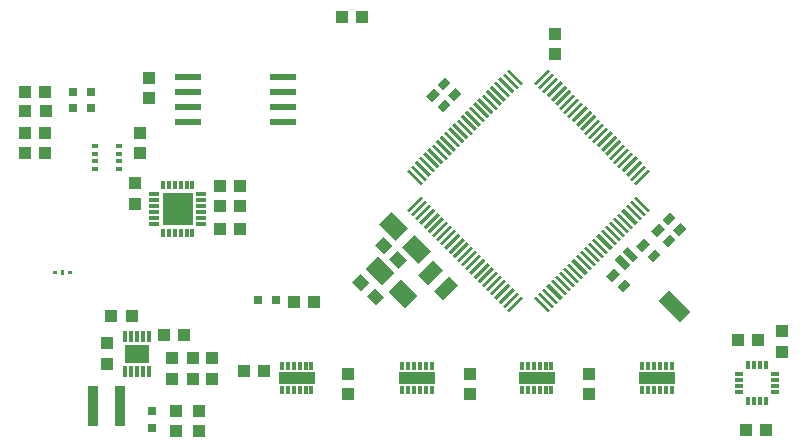
<source format=gtp>
G75*
%MOIN*%
%OFA0B0*%
%FSLAX25Y25*%
%IPPOS*%
%LPD*%
%AMOC8*
5,1,8,0,0,1.08239X$1,22.5*
%
%ADD10R,0.04331X0.03937*%
%ADD11R,0.07677X0.05906*%
%ADD12R,0.08465X0.06299*%
%ADD13C,0.00011*%
%ADD14R,0.03800X0.13200*%
%ADD15R,0.03937X0.04331*%
%ADD16R,0.03150X0.03150*%
%ADD17R,0.01200X0.02600*%
%ADD18R,0.12200X0.03900*%
%ADD19R,0.01181X0.03150*%
%ADD20R,0.03150X0.01181*%
%ADD21R,0.01378X0.03150*%
%ADD22R,0.03346X0.01378*%
%ADD23R,0.10236X0.11024*%
%ADD24R,0.02756X0.03543*%
%ADD25R,0.05000X0.02500*%
%ADD26R,0.10000X0.05000*%
%ADD27R,0.08700X0.02400*%
%ADD28R,0.01969X0.01378*%
%ADD29R,0.01100X0.06600*%
%ADD30R,0.04331X0.07087*%
%ADD31C,0.00030*%
D10*
X0063407Y0040375D03*
X0070100Y0040375D03*
X0090132Y0028300D03*
X0096825Y0028300D03*
X0075078Y0014846D03*
X0067378Y0014921D03*
X0067378Y0008229D03*
X0075078Y0008154D03*
G36*
X0133984Y0050212D02*
X0130923Y0053273D01*
X0133706Y0056056D01*
X0136767Y0052995D01*
X0133984Y0050212D01*
G37*
G36*
X0129251Y0054944D02*
X0126190Y0058005D01*
X0128973Y0060788D01*
X0132034Y0057727D01*
X0129251Y0054944D01*
G37*
G36*
X0141584Y0062412D02*
X0138523Y0065473D01*
X0141306Y0068256D01*
X0144367Y0065195D01*
X0141584Y0062412D01*
G37*
G36*
X0136851Y0067144D02*
X0133790Y0070205D01*
X0136573Y0072988D01*
X0139634Y0069927D01*
X0136851Y0067144D01*
G37*
X0088825Y0075600D03*
X0082132Y0075600D03*
X0081932Y0083200D03*
X0088625Y0083200D03*
X0088625Y0090000D03*
X0081932Y0090000D03*
X0058503Y0119304D03*
X0058503Y0125996D03*
X0122757Y0146450D03*
X0129450Y0146450D03*
X0254782Y0038725D03*
X0261475Y0038725D03*
X0264175Y0008725D03*
X0257482Y0008725D03*
D11*
G36*
X0148131Y0064071D02*
X0142705Y0069497D01*
X0146881Y0073673D01*
X0152307Y0068247D01*
X0148131Y0064071D01*
G37*
G36*
X0143731Y0049271D02*
X0138305Y0054697D01*
X0142481Y0058873D01*
X0147907Y0053447D01*
X0143731Y0049271D01*
G37*
G36*
X0136075Y0056927D02*
X0130649Y0062353D01*
X0134825Y0066529D01*
X0140251Y0061103D01*
X0136075Y0056927D01*
G37*
G36*
X0140475Y0071727D02*
X0135049Y0077153D01*
X0139225Y0081329D01*
X0144651Y0075903D01*
X0140475Y0071727D01*
G37*
D12*
X0054253Y0034125D03*
D13*
X0054799Y0029986D02*
X0054799Y0026748D01*
X0053707Y0026748D01*
X0053707Y0029986D01*
X0054799Y0029986D01*
X0054799Y0026758D02*
X0053707Y0026758D01*
X0053707Y0026768D02*
X0054799Y0026768D01*
X0054799Y0026778D02*
X0053707Y0026778D01*
X0053707Y0026788D02*
X0054799Y0026788D01*
X0054799Y0026798D02*
X0053707Y0026798D01*
X0053707Y0026808D02*
X0054799Y0026808D01*
X0054799Y0026818D02*
X0053707Y0026818D01*
X0053707Y0026828D02*
X0054799Y0026828D01*
X0054799Y0026838D02*
X0053707Y0026838D01*
X0053707Y0026848D02*
X0054799Y0026848D01*
X0054799Y0026858D02*
X0053707Y0026858D01*
X0053707Y0026868D02*
X0054799Y0026868D01*
X0054799Y0026878D02*
X0053707Y0026878D01*
X0053707Y0026888D02*
X0054799Y0026888D01*
X0054799Y0026898D02*
X0053707Y0026898D01*
X0053707Y0026908D02*
X0054799Y0026908D01*
X0054799Y0026918D02*
X0053707Y0026918D01*
X0053707Y0026928D02*
X0054799Y0026928D01*
X0054799Y0026938D02*
X0053707Y0026938D01*
X0053707Y0026948D02*
X0054799Y0026948D01*
X0054799Y0026958D02*
X0053707Y0026958D01*
X0053707Y0026968D02*
X0054799Y0026968D01*
X0054799Y0026978D02*
X0053707Y0026978D01*
X0053707Y0026988D02*
X0054799Y0026988D01*
X0054799Y0026998D02*
X0053707Y0026998D01*
X0053707Y0027008D02*
X0054799Y0027008D01*
X0054799Y0027018D02*
X0053707Y0027018D01*
X0053707Y0027028D02*
X0054799Y0027028D01*
X0054799Y0027038D02*
X0053707Y0027038D01*
X0053707Y0027048D02*
X0054799Y0027048D01*
X0054799Y0027058D02*
X0053707Y0027058D01*
X0053707Y0027068D02*
X0054799Y0027068D01*
X0054799Y0027078D02*
X0053707Y0027078D01*
X0053707Y0027088D02*
X0054799Y0027088D01*
X0054799Y0027098D02*
X0053707Y0027098D01*
X0053707Y0027108D02*
X0054799Y0027108D01*
X0054799Y0027118D02*
X0053707Y0027118D01*
X0053707Y0027128D02*
X0054799Y0027128D01*
X0054799Y0027138D02*
X0053707Y0027138D01*
X0053707Y0027148D02*
X0054799Y0027148D01*
X0054799Y0027158D02*
X0053707Y0027158D01*
X0053707Y0027168D02*
X0054799Y0027168D01*
X0054799Y0027178D02*
X0053707Y0027178D01*
X0053707Y0027188D02*
X0054799Y0027188D01*
X0054799Y0027198D02*
X0053707Y0027198D01*
X0053707Y0027208D02*
X0054799Y0027208D01*
X0054799Y0027218D02*
X0053707Y0027218D01*
X0053707Y0027228D02*
X0054799Y0027228D01*
X0054799Y0027238D02*
X0053707Y0027238D01*
X0053707Y0027248D02*
X0054799Y0027248D01*
X0054799Y0027258D02*
X0053707Y0027258D01*
X0053707Y0027268D02*
X0054799Y0027268D01*
X0054799Y0027278D02*
X0053707Y0027278D01*
X0053707Y0027288D02*
X0054799Y0027288D01*
X0054799Y0027298D02*
X0053707Y0027298D01*
X0053707Y0027308D02*
X0054799Y0027308D01*
X0054799Y0027318D02*
X0053707Y0027318D01*
X0053707Y0027328D02*
X0054799Y0027328D01*
X0054799Y0027338D02*
X0053707Y0027338D01*
X0053707Y0027348D02*
X0054799Y0027348D01*
X0054799Y0027358D02*
X0053707Y0027358D01*
X0053707Y0027368D02*
X0054799Y0027368D01*
X0054799Y0027378D02*
X0053707Y0027378D01*
X0053707Y0027388D02*
X0054799Y0027388D01*
X0054799Y0027398D02*
X0053707Y0027398D01*
X0053707Y0027408D02*
X0054799Y0027408D01*
X0054799Y0027418D02*
X0053707Y0027418D01*
X0053707Y0027428D02*
X0054799Y0027428D01*
X0054799Y0027438D02*
X0053707Y0027438D01*
X0053707Y0027448D02*
X0054799Y0027448D01*
X0054799Y0027458D02*
X0053707Y0027458D01*
X0053707Y0027468D02*
X0054799Y0027468D01*
X0054799Y0027478D02*
X0053707Y0027478D01*
X0053707Y0027488D02*
X0054799Y0027488D01*
X0054799Y0027498D02*
X0053707Y0027498D01*
X0053707Y0027508D02*
X0054799Y0027508D01*
X0054799Y0027518D02*
X0053707Y0027518D01*
X0053707Y0027528D02*
X0054799Y0027528D01*
X0054799Y0027538D02*
X0053707Y0027538D01*
X0053707Y0027548D02*
X0054799Y0027548D01*
X0054799Y0027558D02*
X0053707Y0027558D01*
X0053707Y0027568D02*
X0054799Y0027568D01*
X0054799Y0027578D02*
X0053707Y0027578D01*
X0053707Y0027588D02*
X0054799Y0027588D01*
X0054799Y0027598D02*
X0053707Y0027598D01*
X0053707Y0027608D02*
X0054799Y0027608D01*
X0054799Y0027618D02*
X0053707Y0027618D01*
X0053707Y0027628D02*
X0054799Y0027628D01*
X0054799Y0027638D02*
X0053707Y0027638D01*
X0053707Y0027648D02*
X0054799Y0027648D01*
X0054799Y0027658D02*
X0053707Y0027658D01*
X0053707Y0027668D02*
X0054799Y0027668D01*
X0054799Y0027678D02*
X0053707Y0027678D01*
X0053707Y0027688D02*
X0054799Y0027688D01*
X0054799Y0027698D02*
X0053707Y0027698D01*
X0053707Y0027708D02*
X0054799Y0027708D01*
X0054799Y0027718D02*
X0053707Y0027718D01*
X0053707Y0027728D02*
X0054799Y0027728D01*
X0054799Y0027738D02*
X0053707Y0027738D01*
X0053707Y0027748D02*
X0054799Y0027748D01*
X0054799Y0027758D02*
X0053707Y0027758D01*
X0053707Y0027768D02*
X0054799Y0027768D01*
X0054799Y0027778D02*
X0053707Y0027778D01*
X0053707Y0027788D02*
X0054799Y0027788D01*
X0054799Y0027798D02*
X0053707Y0027798D01*
X0053707Y0027808D02*
X0054799Y0027808D01*
X0054799Y0027818D02*
X0053707Y0027818D01*
X0053707Y0027828D02*
X0054799Y0027828D01*
X0054799Y0027838D02*
X0053707Y0027838D01*
X0053707Y0027848D02*
X0054799Y0027848D01*
X0054799Y0027858D02*
X0053707Y0027858D01*
X0053707Y0027868D02*
X0054799Y0027868D01*
X0054799Y0027878D02*
X0053707Y0027878D01*
X0053707Y0027888D02*
X0054799Y0027888D01*
X0054799Y0027898D02*
X0053707Y0027898D01*
X0053707Y0027908D02*
X0054799Y0027908D01*
X0054799Y0027918D02*
X0053707Y0027918D01*
X0053707Y0027928D02*
X0054799Y0027928D01*
X0054799Y0027938D02*
X0053707Y0027938D01*
X0053707Y0027948D02*
X0054799Y0027948D01*
X0054799Y0027958D02*
X0053707Y0027958D01*
X0053707Y0027968D02*
X0054799Y0027968D01*
X0054799Y0027978D02*
X0053707Y0027978D01*
X0053707Y0027988D02*
X0054799Y0027988D01*
X0054799Y0027998D02*
X0053707Y0027998D01*
X0053707Y0028008D02*
X0054799Y0028008D01*
X0054799Y0028018D02*
X0053707Y0028018D01*
X0053707Y0028028D02*
X0054799Y0028028D01*
X0054799Y0028038D02*
X0053707Y0028038D01*
X0053707Y0028048D02*
X0054799Y0028048D01*
X0054799Y0028058D02*
X0053707Y0028058D01*
X0053707Y0028068D02*
X0054799Y0028068D01*
X0054799Y0028078D02*
X0053707Y0028078D01*
X0053707Y0028088D02*
X0054799Y0028088D01*
X0054799Y0028098D02*
X0053707Y0028098D01*
X0053707Y0028108D02*
X0054799Y0028108D01*
X0054799Y0028118D02*
X0053707Y0028118D01*
X0053707Y0028128D02*
X0054799Y0028128D01*
X0054799Y0028138D02*
X0053707Y0028138D01*
X0053707Y0028148D02*
X0054799Y0028148D01*
X0054799Y0028158D02*
X0053707Y0028158D01*
X0053707Y0028168D02*
X0054799Y0028168D01*
X0054799Y0028178D02*
X0053707Y0028178D01*
X0053707Y0028188D02*
X0054799Y0028188D01*
X0054799Y0028198D02*
X0053707Y0028198D01*
X0053707Y0028208D02*
X0054799Y0028208D01*
X0054799Y0028218D02*
X0053707Y0028218D01*
X0053707Y0028228D02*
X0054799Y0028228D01*
X0054799Y0028238D02*
X0053707Y0028238D01*
X0053707Y0028248D02*
X0054799Y0028248D01*
X0054799Y0028258D02*
X0053707Y0028258D01*
X0053707Y0028268D02*
X0054799Y0028268D01*
X0054799Y0028278D02*
X0053707Y0028278D01*
X0053707Y0028288D02*
X0054799Y0028288D01*
X0054799Y0028298D02*
X0053707Y0028298D01*
X0053707Y0028308D02*
X0054799Y0028308D01*
X0054799Y0028318D02*
X0053707Y0028318D01*
X0053707Y0028328D02*
X0054799Y0028328D01*
X0054799Y0028338D02*
X0053707Y0028338D01*
X0053707Y0028348D02*
X0054799Y0028348D01*
X0054799Y0028358D02*
X0053707Y0028358D01*
X0053707Y0028368D02*
X0054799Y0028368D01*
X0054799Y0028378D02*
X0053707Y0028378D01*
X0053707Y0028388D02*
X0054799Y0028388D01*
X0054799Y0028398D02*
X0053707Y0028398D01*
X0053707Y0028408D02*
X0054799Y0028408D01*
X0054799Y0028418D02*
X0053707Y0028418D01*
X0053707Y0028428D02*
X0054799Y0028428D01*
X0054799Y0028438D02*
X0053707Y0028438D01*
X0053707Y0028448D02*
X0054799Y0028448D01*
X0054799Y0028458D02*
X0053707Y0028458D01*
X0053707Y0028468D02*
X0054799Y0028468D01*
X0054799Y0028478D02*
X0053707Y0028478D01*
X0053707Y0028488D02*
X0054799Y0028488D01*
X0054799Y0028498D02*
X0053707Y0028498D01*
X0053707Y0028508D02*
X0054799Y0028508D01*
X0054799Y0028518D02*
X0053707Y0028518D01*
X0053707Y0028528D02*
X0054799Y0028528D01*
X0054799Y0028538D02*
X0053707Y0028538D01*
X0053707Y0028548D02*
X0054799Y0028548D01*
X0054799Y0028558D02*
X0053707Y0028558D01*
X0053707Y0028568D02*
X0054799Y0028568D01*
X0054799Y0028578D02*
X0053707Y0028578D01*
X0053707Y0028588D02*
X0054799Y0028588D01*
X0054799Y0028598D02*
X0053707Y0028598D01*
X0053707Y0028608D02*
X0054799Y0028608D01*
X0054799Y0028618D02*
X0053707Y0028618D01*
X0053707Y0028628D02*
X0054799Y0028628D01*
X0054799Y0028638D02*
X0053707Y0028638D01*
X0053707Y0028648D02*
X0054799Y0028648D01*
X0054799Y0028658D02*
X0053707Y0028658D01*
X0053707Y0028668D02*
X0054799Y0028668D01*
X0054799Y0028678D02*
X0053707Y0028678D01*
X0053707Y0028688D02*
X0054799Y0028688D01*
X0054799Y0028698D02*
X0053707Y0028698D01*
X0053707Y0028708D02*
X0054799Y0028708D01*
X0054799Y0028718D02*
X0053707Y0028718D01*
X0053707Y0028728D02*
X0054799Y0028728D01*
X0054799Y0028738D02*
X0053707Y0028738D01*
X0053707Y0028748D02*
X0054799Y0028748D01*
X0054799Y0028758D02*
X0053707Y0028758D01*
X0053707Y0028768D02*
X0054799Y0028768D01*
X0054799Y0028778D02*
X0053707Y0028778D01*
X0053707Y0028788D02*
X0054799Y0028788D01*
X0054799Y0028798D02*
X0053707Y0028798D01*
X0053707Y0028808D02*
X0054799Y0028808D01*
X0054799Y0028818D02*
X0053707Y0028818D01*
X0053707Y0028828D02*
X0054799Y0028828D01*
X0054799Y0028838D02*
X0053707Y0028838D01*
X0053707Y0028848D02*
X0054799Y0028848D01*
X0054799Y0028858D02*
X0053707Y0028858D01*
X0053707Y0028868D02*
X0054799Y0028868D01*
X0054799Y0028878D02*
X0053707Y0028878D01*
X0053707Y0028888D02*
X0054799Y0028888D01*
X0054799Y0028898D02*
X0053707Y0028898D01*
X0053707Y0028908D02*
X0054799Y0028908D01*
X0054799Y0028918D02*
X0053707Y0028918D01*
X0053707Y0028928D02*
X0054799Y0028928D01*
X0054799Y0028938D02*
X0053707Y0028938D01*
X0053707Y0028948D02*
X0054799Y0028948D01*
X0054799Y0028958D02*
X0053707Y0028958D01*
X0053707Y0028968D02*
X0054799Y0028968D01*
X0054799Y0028978D02*
X0053707Y0028978D01*
X0053707Y0028988D02*
X0054799Y0028988D01*
X0054799Y0028998D02*
X0053707Y0028998D01*
X0053707Y0029008D02*
X0054799Y0029008D01*
X0054799Y0029018D02*
X0053707Y0029018D01*
X0053707Y0029028D02*
X0054799Y0029028D01*
X0054799Y0029038D02*
X0053707Y0029038D01*
X0053707Y0029048D02*
X0054799Y0029048D01*
X0054799Y0029058D02*
X0053707Y0029058D01*
X0053707Y0029068D02*
X0054799Y0029068D01*
X0054799Y0029078D02*
X0053707Y0029078D01*
X0053707Y0029088D02*
X0054799Y0029088D01*
X0054799Y0029098D02*
X0053707Y0029098D01*
X0053707Y0029108D02*
X0054799Y0029108D01*
X0054799Y0029118D02*
X0053707Y0029118D01*
X0053707Y0029128D02*
X0054799Y0029128D01*
X0054799Y0029138D02*
X0053707Y0029138D01*
X0053707Y0029148D02*
X0054799Y0029148D01*
X0054799Y0029158D02*
X0053707Y0029158D01*
X0053707Y0029168D02*
X0054799Y0029168D01*
X0054799Y0029178D02*
X0053707Y0029178D01*
X0053707Y0029188D02*
X0054799Y0029188D01*
X0054799Y0029198D02*
X0053707Y0029198D01*
X0053707Y0029208D02*
X0054799Y0029208D01*
X0054799Y0029218D02*
X0053707Y0029218D01*
X0053707Y0029228D02*
X0054799Y0029228D01*
X0054799Y0029238D02*
X0053707Y0029238D01*
X0053707Y0029248D02*
X0054799Y0029248D01*
X0054799Y0029258D02*
X0053707Y0029258D01*
X0053707Y0029268D02*
X0054799Y0029268D01*
X0054799Y0029278D02*
X0053707Y0029278D01*
X0053707Y0029288D02*
X0054799Y0029288D01*
X0054799Y0029298D02*
X0053707Y0029298D01*
X0053707Y0029308D02*
X0054799Y0029308D01*
X0054799Y0029318D02*
X0053707Y0029318D01*
X0053707Y0029328D02*
X0054799Y0029328D01*
X0054799Y0029338D02*
X0053707Y0029338D01*
X0053707Y0029348D02*
X0054799Y0029348D01*
X0054799Y0029358D02*
X0053707Y0029358D01*
X0053707Y0029368D02*
X0054799Y0029368D01*
X0054799Y0029378D02*
X0053707Y0029378D01*
X0053707Y0029388D02*
X0054799Y0029388D01*
X0054799Y0029398D02*
X0053707Y0029398D01*
X0053707Y0029408D02*
X0054799Y0029408D01*
X0054799Y0029418D02*
X0053707Y0029418D01*
X0053707Y0029428D02*
X0054799Y0029428D01*
X0054799Y0029438D02*
X0053707Y0029438D01*
X0053707Y0029448D02*
X0054799Y0029448D01*
X0054799Y0029458D02*
X0053707Y0029458D01*
X0053707Y0029468D02*
X0054799Y0029468D01*
X0054799Y0029478D02*
X0053707Y0029478D01*
X0053707Y0029488D02*
X0054799Y0029488D01*
X0054799Y0029498D02*
X0053707Y0029498D01*
X0053707Y0029508D02*
X0054799Y0029508D01*
X0054799Y0029518D02*
X0053707Y0029518D01*
X0053707Y0029528D02*
X0054799Y0029528D01*
X0054799Y0029538D02*
X0053707Y0029538D01*
X0053707Y0029548D02*
X0054799Y0029548D01*
X0054799Y0029558D02*
X0053707Y0029558D01*
X0053707Y0029568D02*
X0054799Y0029568D01*
X0054799Y0029578D02*
X0053707Y0029578D01*
X0053707Y0029588D02*
X0054799Y0029588D01*
X0054799Y0029598D02*
X0053707Y0029598D01*
X0053707Y0029608D02*
X0054799Y0029608D01*
X0054799Y0029618D02*
X0053707Y0029618D01*
X0053707Y0029628D02*
X0054799Y0029628D01*
X0054799Y0029638D02*
X0053707Y0029638D01*
X0053707Y0029648D02*
X0054799Y0029648D01*
X0054799Y0029658D02*
X0053707Y0029658D01*
X0053707Y0029668D02*
X0054799Y0029668D01*
X0054799Y0029678D02*
X0053707Y0029678D01*
X0053707Y0029688D02*
X0054799Y0029688D01*
X0054799Y0029698D02*
X0053707Y0029698D01*
X0053707Y0029708D02*
X0054799Y0029708D01*
X0054799Y0029718D02*
X0053707Y0029718D01*
X0053707Y0029728D02*
X0054799Y0029728D01*
X0054799Y0029738D02*
X0053707Y0029738D01*
X0053707Y0029748D02*
X0054799Y0029748D01*
X0054799Y0029758D02*
X0053707Y0029758D01*
X0053707Y0029768D02*
X0054799Y0029768D01*
X0054799Y0029778D02*
X0053707Y0029778D01*
X0053707Y0029788D02*
X0054799Y0029788D01*
X0054799Y0029798D02*
X0053707Y0029798D01*
X0053707Y0029808D02*
X0054799Y0029808D01*
X0054799Y0029818D02*
X0053707Y0029818D01*
X0053707Y0029828D02*
X0054799Y0029828D01*
X0054799Y0029838D02*
X0053707Y0029838D01*
X0053707Y0029848D02*
X0054799Y0029848D01*
X0054799Y0029858D02*
X0053707Y0029858D01*
X0053707Y0029868D02*
X0054799Y0029868D01*
X0054799Y0029878D02*
X0053707Y0029878D01*
X0053707Y0029888D02*
X0054799Y0029888D01*
X0054799Y0029898D02*
X0053707Y0029898D01*
X0053707Y0029908D02*
X0054799Y0029908D01*
X0054799Y0029918D02*
X0053707Y0029918D01*
X0053707Y0029928D02*
X0054799Y0029928D01*
X0054799Y0029938D02*
X0053707Y0029938D01*
X0053707Y0029948D02*
X0054799Y0029948D01*
X0054799Y0029958D02*
X0053707Y0029958D01*
X0053707Y0029968D02*
X0054799Y0029968D01*
X0054799Y0029978D02*
X0053707Y0029978D01*
X0052831Y0029986D02*
X0052831Y0026748D01*
X0051739Y0026748D01*
X0051739Y0029986D01*
X0052831Y0029986D01*
X0052831Y0026758D02*
X0051739Y0026758D01*
X0051739Y0026768D02*
X0052831Y0026768D01*
X0052831Y0026778D02*
X0051739Y0026778D01*
X0051739Y0026788D02*
X0052831Y0026788D01*
X0052831Y0026798D02*
X0051739Y0026798D01*
X0051739Y0026808D02*
X0052831Y0026808D01*
X0052831Y0026818D02*
X0051739Y0026818D01*
X0051739Y0026828D02*
X0052831Y0026828D01*
X0052831Y0026838D02*
X0051739Y0026838D01*
X0051739Y0026848D02*
X0052831Y0026848D01*
X0052831Y0026858D02*
X0051739Y0026858D01*
X0051739Y0026868D02*
X0052831Y0026868D01*
X0052831Y0026878D02*
X0051739Y0026878D01*
X0051739Y0026888D02*
X0052831Y0026888D01*
X0052831Y0026898D02*
X0051739Y0026898D01*
X0051739Y0026908D02*
X0052831Y0026908D01*
X0052831Y0026918D02*
X0051739Y0026918D01*
X0051739Y0026928D02*
X0052831Y0026928D01*
X0052831Y0026938D02*
X0051739Y0026938D01*
X0051739Y0026948D02*
X0052831Y0026948D01*
X0052831Y0026958D02*
X0051739Y0026958D01*
X0051739Y0026968D02*
X0052831Y0026968D01*
X0052831Y0026978D02*
X0051739Y0026978D01*
X0051739Y0026988D02*
X0052831Y0026988D01*
X0052831Y0026998D02*
X0051739Y0026998D01*
X0051739Y0027008D02*
X0052831Y0027008D01*
X0052831Y0027018D02*
X0051739Y0027018D01*
X0051739Y0027028D02*
X0052831Y0027028D01*
X0052831Y0027038D02*
X0051739Y0027038D01*
X0051739Y0027048D02*
X0052831Y0027048D01*
X0052831Y0027058D02*
X0051739Y0027058D01*
X0051739Y0027068D02*
X0052831Y0027068D01*
X0052831Y0027078D02*
X0051739Y0027078D01*
X0051739Y0027088D02*
X0052831Y0027088D01*
X0052831Y0027098D02*
X0051739Y0027098D01*
X0051739Y0027108D02*
X0052831Y0027108D01*
X0052831Y0027118D02*
X0051739Y0027118D01*
X0051739Y0027128D02*
X0052831Y0027128D01*
X0052831Y0027138D02*
X0051739Y0027138D01*
X0051739Y0027148D02*
X0052831Y0027148D01*
X0052831Y0027158D02*
X0051739Y0027158D01*
X0051739Y0027168D02*
X0052831Y0027168D01*
X0052831Y0027178D02*
X0051739Y0027178D01*
X0051739Y0027188D02*
X0052831Y0027188D01*
X0052831Y0027198D02*
X0051739Y0027198D01*
X0051739Y0027208D02*
X0052831Y0027208D01*
X0052831Y0027218D02*
X0051739Y0027218D01*
X0051739Y0027228D02*
X0052831Y0027228D01*
X0052831Y0027238D02*
X0051739Y0027238D01*
X0051739Y0027248D02*
X0052831Y0027248D01*
X0052831Y0027258D02*
X0051739Y0027258D01*
X0051739Y0027268D02*
X0052831Y0027268D01*
X0052831Y0027278D02*
X0051739Y0027278D01*
X0051739Y0027288D02*
X0052831Y0027288D01*
X0052831Y0027298D02*
X0051739Y0027298D01*
X0051739Y0027308D02*
X0052831Y0027308D01*
X0052831Y0027318D02*
X0051739Y0027318D01*
X0051739Y0027328D02*
X0052831Y0027328D01*
X0052831Y0027338D02*
X0051739Y0027338D01*
X0051739Y0027348D02*
X0052831Y0027348D01*
X0052831Y0027358D02*
X0051739Y0027358D01*
X0051739Y0027368D02*
X0052831Y0027368D01*
X0052831Y0027378D02*
X0051739Y0027378D01*
X0051739Y0027388D02*
X0052831Y0027388D01*
X0052831Y0027398D02*
X0051739Y0027398D01*
X0051739Y0027408D02*
X0052831Y0027408D01*
X0052831Y0027418D02*
X0051739Y0027418D01*
X0051739Y0027428D02*
X0052831Y0027428D01*
X0052831Y0027438D02*
X0051739Y0027438D01*
X0051739Y0027448D02*
X0052831Y0027448D01*
X0052831Y0027458D02*
X0051739Y0027458D01*
X0051739Y0027468D02*
X0052831Y0027468D01*
X0052831Y0027478D02*
X0051739Y0027478D01*
X0051739Y0027488D02*
X0052831Y0027488D01*
X0052831Y0027498D02*
X0051739Y0027498D01*
X0051739Y0027508D02*
X0052831Y0027508D01*
X0052831Y0027518D02*
X0051739Y0027518D01*
X0051739Y0027528D02*
X0052831Y0027528D01*
X0052831Y0027538D02*
X0051739Y0027538D01*
X0051739Y0027548D02*
X0052831Y0027548D01*
X0052831Y0027558D02*
X0051739Y0027558D01*
X0051739Y0027568D02*
X0052831Y0027568D01*
X0052831Y0027578D02*
X0051739Y0027578D01*
X0051739Y0027588D02*
X0052831Y0027588D01*
X0052831Y0027598D02*
X0051739Y0027598D01*
X0051739Y0027608D02*
X0052831Y0027608D01*
X0052831Y0027618D02*
X0051739Y0027618D01*
X0051739Y0027628D02*
X0052831Y0027628D01*
X0052831Y0027638D02*
X0051739Y0027638D01*
X0051739Y0027648D02*
X0052831Y0027648D01*
X0052831Y0027658D02*
X0051739Y0027658D01*
X0051739Y0027668D02*
X0052831Y0027668D01*
X0052831Y0027678D02*
X0051739Y0027678D01*
X0051739Y0027688D02*
X0052831Y0027688D01*
X0052831Y0027698D02*
X0051739Y0027698D01*
X0051739Y0027708D02*
X0052831Y0027708D01*
X0052831Y0027718D02*
X0051739Y0027718D01*
X0051739Y0027728D02*
X0052831Y0027728D01*
X0052831Y0027738D02*
X0051739Y0027738D01*
X0051739Y0027748D02*
X0052831Y0027748D01*
X0052831Y0027758D02*
X0051739Y0027758D01*
X0051739Y0027768D02*
X0052831Y0027768D01*
X0052831Y0027778D02*
X0051739Y0027778D01*
X0051739Y0027788D02*
X0052831Y0027788D01*
X0052831Y0027798D02*
X0051739Y0027798D01*
X0051739Y0027808D02*
X0052831Y0027808D01*
X0052831Y0027818D02*
X0051739Y0027818D01*
X0051739Y0027828D02*
X0052831Y0027828D01*
X0052831Y0027838D02*
X0051739Y0027838D01*
X0051739Y0027848D02*
X0052831Y0027848D01*
X0052831Y0027858D02*
X0051739Y0027858D01*
X0051739Y0027868D02*
X0052831Y0027868D01*
X0052831Y0027878D02*
X0051739Y0027878D01*
X0051739Y0027888D02*
X0052831Y0027888D01*
X0052831Y0027898D02*
X0051739Y0027898D01*
X0051739Y0027908D02*
X0052831Y0027908D01*
X0052831Y0027918D02*
X0051739Y0027918D01*
X0051739Y0027928D02*
X0052831Y0027928D01*
X0052831Y0027938D02*
X0051739Y0027938D01*
X0051739Y0027948D02*
X0052831Y0027948D01*
X0052831Y0027958D02*
X0051739Y0027958D01*
X0051739Y0027968D02*
X0052831Y0027968D01*
X0052831Y0027978D02*
X0051739Y0027978D01*
X0051739Y0027988D02*
X0052831Y0027988D01*
X0052831Y0027998D02*
X0051739Y0027998D01*
X0051739Y0028008D02*
X0052831Y0028008D01*
X0052831Y0028018D02*
X0051739Y0028018D01*
X0051739Y0028028D02*
X0052831Y0028028D01*
X0052831Y0028038D02*
X0051739Y0028038D01*
X0051739Y0028048D02*
X0052831Y0028048D01*
X0052831Y0028058D02*
X0051739Y0028058D01*
X0051739Y0028068D02*
X0052831Y0028068D01*
X0052831Y0028078D02*
X0051739Y0028078D01*
X0051739Y0028088D02*
X0052831Y0028088D01*
X0052831Y0028098D02*
X0051739Y0028098D01*
X0051739Y0028108D02*
X0052831Y0028108D01*
X0052831Y0028118D02*
X0051739Y0028118D01*
X0051739Y0028128D02*
X0052831Y0028128D01*
X0052831Y0028138D02*
X0051739Y0028138D01*
X0051739Y0028148D02*
X0052831Y0028148D01*
X0052831Y0028158D02*
X0051739Y0028158D01*
X0051739Y0028168D02*
X0052831Y0028168D01*
X0052831Y0028178D02*
X0051739Y0028178D01*
X0051739Y0028188D02*
X0052831Y0028188D01*
X0052831Y0028198D02*
X0051739Y0028198D01*
X0051739Y0028208D02*
X0052831Y0028208D01*
X0052831Y0028218D02*
X0051739Y0028218D01*
X0051739Y0028228D02*
X0052831Y0028228D01*
X0052831Y0028238D02*
X0051739Y0028238D01*
X0051739Y0028248D02*
X0052831Y0028248D01*
X0052831Y0028258D02*
X0051739Y0028258D01*
X0051739Y0028268D02*
X0052831Y0028268D01*
X0052831Y0028278D02*
X0051739Y0028278D01*
X0051739Y0028288D02*
X0052831Y0028288D01*
X0052831Y0028298D02*
X0051739Y0028298D01*
X0051739Y0028308D02*
X0052831Y0028308D01*
X0052831Y0028318D02*
X0051739Y0028318D01*
X0051739Y0028328D02*
X0052831Y0028328D01*
X0052831Y0028338D02*
X0051739Y0028338D01*
X0051739Y0028348D02*
X0052831Y0028348D01*
X0052831Y0028358D02*
X0051739Y0028358D01*
X0051739Y0028368D02*
X0052831Y0028368D01*
X0052831Y0028378D02*
X0051739Y0028378D01*
X0051739Y0028388D02*
X0052831Y0028388D01*
X0052831Y0028398D02*
X0051739Y0028398D01*
X0051739Y0028408D02*
X0052831Y0028408D01*
X0052831Y0028418D02*
X0051739Y0028418D01*
X0051739Y0028428D02*
X0052831Y0028428D01*
X0052831Y0028438D02*
X0051739Y0028438D01*
X0051739Y0028448D02*
X0052831Y0028448D01*
X0052831Y0028458D02*
X0051739Y0028458D01*
X0051739Y0028468D02*
X0052831Y0028468D01*
X0052831Y0028478D02*
X0051739Y0028478D01*
X0051739Y0028488D02*
X0052831Y0028488D01*
X0052831Y0028498D02*
X0051739Y0028498D01*
X0051739Y0028508D02*
X0052831Y0028508D01*
X0052831Y0028518D02*
X0051739Y0028518D01*
X0051739Y0028528D02*
X0052831Y0028528D01*
X0052831Y0028538D02*
X0051739Y0028538D01*
X0051739Y0028548D02*
X0052831Y0028548D01*
X0052831Y0028558D02*
X0051739Y0028558D01*
X0051739Y0028568D02*
X0052831Y0028568D01*
X0052831Y0028578D02*
X0051739Y0028578D01*
X0051739Y0028588D02*
X0052831Y0028588D01*
X0052831Y0028598D02*
X0051739Y0028598D01*
X0051739Y0028608D02*
X0052831Y0028608D01*
X0052831Y0028618D02*
X0051739Y0028618D01*
X0051739Y0028628D02*
X0052831Y0028628D01*
X0052831Y0028638D02*
X0051739Y0028638D01*
X0051739Y0028648D02*
X0052831Y0028648D01*
X0052831Y0028658D02*
X0051739Y0028658D01*
X0051739Y0028668D02*
X0052831Y0028668D01*
X0052831Y0028678D02*
X0051739Y0028678D01*
X0051739Y0028688D02*
X0052831Y0028688D01*
X0052831Y0028698D02*
X0051739Y0028698D01*
X0051739Y0028708D02*
X0052831Y0028708D01*
X0052831Y0028718D02*
X0051739Y0028718D01*
X0051739Y0028728D02*
X0052831Y0028728D01*
X0052831Y0028738D02*
X0051739Y0028738D01*
X0051739Y0028748D02*
X0052831Y0028748D01*
X0052831Y0028758D02*
X0051739Y0028758D01*
X0051739Y0028768D02*
X0052831Y0028768D01*
X0052831Y0028778D02*
X0051739Y0028778D01*
X0051739Y0028788D02*
X0052831Y0028788D01*
X0052831Y0028798D02*
X0051739Y0028798D01*
X0051739Y0028808D02*
X0052831Y0028808D01*
X0052831Y0028818D02*
X0051739Y0028818D01*
X0051739Y0028828D02*
X0052831Y0028828D01*
X0052831Y0028838D02*
X0051739Y0028838D01*
X0051739Y0028848D02*
X0052831Y0028848D01*
X0052831Y0028858D02*
X0051739Y0028858D01*
X0051739Y0028868D02*
X0052831Y0028868D01*
X0052831Y0028878D02*
X0051739Y0028878D01*
X0051739Y0028888D02*
X0052831Y0028888D01*
X0052831Y0028898D02*
X0051739Y0028898D01*
X0051739Y0028908D02*
X0052831Y0028908D01*
X0052831Y0028918D02*
X0051739Y0028918D01*
X0051739Y0028928D02*
X0052831Y0028928D01*
X0052831Y0028938D02*
X0051739Y0028938D01*
X0051739Y0028948D02*
X0052831Y0028948D01*
X0052831Y0028958D02*
X0051739Y0028958D01*
X0051739Y0028968D02*
X0052831Y0028968D01*
X0052831Y0028978D02*
X0051739Y0028978D01*
X0051739Y0028988D02*
X0052831Y0028988D01*
X0052831Y0028998D02*
X0051739Y0028998D01*
X0051739Y0029008D02*
X0052831Y0029008D01*
X0052831Y0029018D02*
X0051739Y0029018D01*
X0051739Y0029028D02*
X0052831Y0029028D01*
X0052831Y0029038D02*
X0051739Y0029038D01*
X0051739Y0029048D02*
X0052831Y0029048D01*
X0052831Y0029058D02*
X0051739Y0029058D01*
X0051739Y0029068D02*
X0052831Y0029068D01*
X0052831Y0029078D02*
X0051739Y0029078D01*
X0051739Y0029088D02*
X0052831Y0029088D01*
X0052831Y0029098D02*
X0051739Y0029098D01*
X0051739Y0029108D02*
X0052831Y0029108D01*
X0052831Y0029118D02*
X0051739Y0029118D01*
X0051739Y0029128D02*
X0052831Y0029128D01*
X0052831Y0029138D02*
X0051739Y0029138D01*
X0051739Y0029148D02*
X0052831Y0029148D01*
X0052831Y0029158D02*
X0051739Y0029158D01*
X0051739Y0029168D02*
X0052831Y0029168D01*
X0052831Y0029178D02*
X0051739Y0029178D01*
X0051739Y0029188D02*
X0052831Y0029188D01*
X0052831Y0029198D02*
X0051739Y0029198D01*
X0051739Y0029208D02*
X0052831Y0029208D01*
X0052831Y0029218D02*
X0051739Y0029218D01*
X0051739Y0029228D02*
X0052831Y0029228D01*
X0052831Y0029238D02*
X0051739Y0029238D01*
X0051739Y0029248D02*
X0052831Y0029248D01*
X0052831Y0029258D02*
X0051739Y0029258D01*
X0051739Y0029268D02*
X0052831Y0029268D01*
X0052831Y0029278D02*
X0051739Y0029278D01*
X0051739Y0029288D02*
X0052831Y0029288D01*
X0052831Y0029298D02*
X0051739Y0029298D01*
X0051739Y0029308D02*
X0052831Y0029308D01*
X0052831Y0029318D02*
X0051739Y0029318D01*
X0051739Y0029328D02*
X0052831Y0029328D01*
X0052831Y0029338D02*
X0051739Y0029338D01*
X0051739Y0029348D02*
X0052831Y0029348D01*
X0052831Y0029358D02*
X0051739Y0029358D01*
X0051739Y0029368D02*
X0052831Y0029368D01*
X0052831Y0029378D02*
X0051739Y0029378D01*
X0051739Y0029388D02*
X0052831Y0029388D01*
X0052831Y0029398D02*
X0051739Y0029398D01*
X0051739Y0029408D02*
X0052831Y0029408D01*
X0052831Y0029418D02*
X0051739Y0029418D01*
X0051739Y0029428D02*
X0052831Y0029428D01*
X0052831Y0029438D02*
X0051739Y0029438D01*
X0051739Y0029448D02*
X0052831Y0029448D01*
X0052831Y0029458D02*
X0051739Y0029458D01*
X0051739Y0029468D02*
X0052831Y0029468D01*
X0052831Y0029478D02*
X0051739Y0029478D01*
X0051739Y0029488D02*
X0052831Y0029488D01*
X0052831Y0029498D02*
X0051739Y0029498D01*
X0051739Y0029508D02*
X0052831Y0029508D01*
X0052831Y0029518D02*
X0051739Y0029518D01*
X0051739Y0029528D02*
X0052831Y0029528D01*
X0052831Y0029538D02*
X0051739Y0029538D01*
X0051739Y0029548D02*
X0052831Y0029548D01*
X0052831Y0029558D02*
X0051739Y0029558D01*
X0051739Y0029568D02*
X0052831Y0029568D01*
X0052831Y0029578D02*
X0051739Y0029578D01*
X0051739Y0029588D02*
X0052831Y0029588D01*
X0052831Y0029598D02*
X0051739Y0029598D01*
X0051739Y0029608D02*
X0052831Y0029608D01*
X0052831Y0029618D02*
X0051739Y0029618D01*
X0051739Y0029628D02*
X0052831Y0029628D01*
X0052831Y0029638D02*
X0051739Y0029638D01*
X0051739Y0029648D02*
X0052831Y0029648D01*
X0052831Y0029658D02*
X0051739Y0029658D01*
X0051739Y0029668D02*
X0052831Y0029668D01*
X0052831Y0029678D02*
X0051739Y0029678D01*
X0051739Y0029688D02*
X0052831Y0029688D01*
X0052831Y0029698D02*
X0051739Y0029698D01*
X0051739Y0029708D02*
X0052831Y0029708D01*
X0052831Y0029718D02*
X0051739Y0029718D01*
X0051739Y0029728D02*
X0052831Y0029728D01*
X0052831Y0029738D02*
X0051739Y0029738D01*
X0051739Y0029748D02*
X0052831Y0029748D01*
X0052831Y0029758D02*
X0051739Y0029758D01*
X0051739Y0029768D02*
X0052831Y0029768D01*
X0052831Y0029778D02*
X0051739Y0029778D01*
X0051739Y0029788D02*
X0052831Y0029788D01*
X0052831Y0029798D02*
X0051739Y0029798D01*
X0051739Y0029808D02*
X0052831Y0029808D01*
X0052831Y0029818D02*
X0051739Y0029818D01*
X0051739Y0029828D02*
X0052831Y0029828D01*
X0052831Y0029838D02*
X0051739Y0029838D01*
X0051739Y0029848D02*
X0052831Y0029848D01*
X0052831Y0029858D02*
X0051739Y0029858D01*
X0051739Y0029868D02*
X0052831Y0029868D01*
X0052831Y0029878D02*
X0051739Y0029878D01*
X0051739Y0029888D02*
X0052831Y0029888D01*
X0052831Y0029898D02*
X0051739Y0029898D01*
X0051739Y0029908D02*
X0052831Y0029908D01*
X0052831Y0029918D02*
X0051739Y0029918D01*
X0051739Y0029928D02*
X0052831Y0029928D01*
X0052831Y0029938D02*
X0051739Y0029938D01*
X0051739Y0029948D02*
X0052831Y0029948D01*
X0052831Y0029958D02*
X0051739Y0029958D01*
X0051739Y0029968D02*
X0052831Y0029968D01*
X0052831Y0029978D02*
X0051739Y0029978D01*
X0050862Y0029986D02*
X0050862Y0026748D01*
X0049770Y0026748D01*
X0049770Y0029986D01*
X0050862Y0029986D01*
X0050862Y0026758D02*
X0049770Y0026758D01*
X0049770Y0026768D02*
X0050862Y0026768D01*
X0050862Y0026778D02*
X0049770Y0026778D01*
X0049770Y0026788D02*
X0050862Y0026788D01*
X0050862Y0026798D02*
X0049770Y0026798D01*
X0049770Y0026808D02*
X0050862Y0026808D01*
X0050862Y0026818D02*
X0049770Y0026818D01*
X0049770Y0026828D02*
X0050862Y0026828D01*
X0050862Y0026838D02*
X0049770Y0026838D01*
X0049770Y0026848D02*
X0050862Y0026848D01*
X0050862Y0026858D02*
X0049770Y0026858D01*
X0049770Y0026868D02*
X0050862Y0026868D01*
X0050862Y0026878D02*
X0049770Y0026878D01*
X0049770Y0026888D02*
X0050862Y0026888D01*
X0050862Y0026898D02*
X0049770Y0026898D01*
X0049770Y0026908D02*
X0050862Y0026908D01*
X0050862Y0026918D02*
X0049770Y0026918D01*
X0049770Y0026928D02*
X0050862Y0026928D01*
X0050862Y0026938D02*
X0049770Y0026938D01*
X0049770Y0026948D02*
X0050862Y0026948D01*
X0050862Y0026958D02*
X0049770Y0026958D01*
X0049770Y0026968D02*
X0050862Y0026968D01*
X0050862Y0026978D02*
X0049770Y0026978D01*
X0049770Y0026988D02*
X0050862Y0026988D01*
X0050862Y0026998D02*
X0049770Y0026998D01*
X0049770Y0027008D02*
X0050862Y0027008D01*
X0050862Y0027018D02*
X0049770Y0027018D01*
X0049770Y0027028D02*
X0050862Y0027028D01*
X0050862Y0027038D02*
X0049770Y0027038D01*
X0049770Y0027048D02*
X0050862Y0027048D01*
X0050862Y0027058D02*
X0049770Y0027058D01*
X0049770Y0027068D02*
X0050862Y0027068D01*
X0050862Y0027078D02*
X0049770Y0027078D01*
X0049770Y0027088D02*
X0050862Y0027088D01*
X0050862Y0027098D02*
X0049770Y0027098D01*
X0049770Y0027108D02*
X0050862Y0027108D01*
X0050862Y0027118D02*
X0049770Y0027118D01*
X0049770Y0027128D02*
X0050862Y0027128D01*
X0050862Y0027138D02*
X0049770Y0027138D01*
X0049770Y0027148D02*
X0050862Y0027148D01*
X0050862Y0027158D02*
X0049770Y0027158D01*
X0049770Y0027168D02*
X0050862Y0027168D01*
X0050862Y0027178D02*
X0049770Y0027178D01*
X0049770Y0027188D02*
X0050862Y0027188D01*
X0050862Y0027198D02*
X0049770Y0027198D01*
X0049770Y0027208D02*
X0050862Y0027208D01*
X0050862Y0027218D02*
X0049770Y0027218D01*
X0049770Y0027228D02*
X0050862Y0027228D01*
X0050862Y0027238D02*
X0049770Y0027238D01*
X0049770Y0027248D02*
X0050862Y0027248D01*
X0050862Y0027258D02*
X0049770Y0027258D01*
X0049770Y0027268D02*
X0050862Y0027268D01*
X0050862Y0027278D02*
X0049770Y0027278D01*
X0049770Y0027288D02*
X0050862Y0027288D01*
X0050862Y0027298D02*
X0049770Y0027298D01*
X0049770Y0027308D02*
X0050862Y0027308D01*
X0050862Y0027318D02*
X0049770Y0027318D01*
X0049770Y0027328D02*
X0050862Y0027328D01*
X0050862Y0027338D02*
X0049770Y0027338D01*
X0049770Y0027348D02*
X0050862Y0027348D01*
X0050862Y0027358D02*
X0049770Y0027358D01*
X0049770Y0027368D02*
X0050862Y0027368D01*
X0050862Y0027378D02*
X0049770Y0027378D01*
X0049770Y0027388D02*
X0050862Y0027388D01*
X0050862Y0027398D02*
X0049770Y0027398D01*
X0049770Y0027408D02*
X0050862Y0027408D01*
X0050862Y0027418D02*
X0049770Y0027418D01*
X0049770Y0027428D02*
X0050862Y0027428D01*
X0050862Y0027438D02*
X0049770Y0027438D01*
X0049770Y0027448D02*
X0050862Y0027448D01*
X0050862Y0027458D02*
X0049770Y0027458D01*
X0049770Y0027468D02*
X0050862Y0027468D01*
X0050862Y0027478D02*
X0049770Y0027478D01*
X0049770Y0027488D02*
X0050862Y0027488D01*
X0050862Y0027498D02*
X0049770Y0027498D01*
X0049770Y0027508D02*
X0050862Y0027508D01*
X0050862Y0027518D02*
X0049770Y0027518D01*
X0049770Y0027528D02*
X0050862Y0027528D01*
X0050862Y0027538D02*
X0049770Y0027538D01*
X0049770Y0027548D02*
X0050862Y0027548D01*
X0050862Y0027558D02*
X0049770Y0027558D01*
X0049770Y0027568D02*
X0050862Y0027568D01*
X0050862Y0027578D02*
X0049770Y0027578D01*
X0049770Y0027588D02*
X0050862Y0027588D01*
X0050862Y0027598D02*
X0049770Y0027598D01*
X0049770Y0027608D02*
X0050862Y0027608D01*
X0050862Y0027618D02*
X0049770Y0027618D01*
X0049770Y0027628D02*
X0050862Y0027628D01*
X0050862Y0027638D02*
X0049770Y0027638D01*
X0049770Y0027648D02*
X0050862Y0027648D01*
X0050862Y0027658D02*
X0049770Y0027658D01*
X0049770Y0027668D02*
X0050862Y0027668D01*
X0050862Y0027678D02*
X0049770Y0027678D01*
X0049770Y0027688D02*
X0050862Y0027688D01*
X0050862Y0027698D02*
X0049770Y0027698D01*
X0049770Y0027708D02*
X0050862Y0027708D01*
X0050862Y0027718D02*
X0049770Y0027718D01*
X0049770Y0027728D02*
X0050862Y0027728D01*
X0050862Y0027738D02*
X0049770Y0027738D01*
X0049770Y0027748D02*
X0050862Y0027748D01*
X0050862Y0027758D02*
X0049770Y0027758D01*
X0049770Y0027768D02*
X0050862Y0027768D01*
X0050862Y0027778D02*
X0049770Y0027778D01*
X0049770Y0027788D02*
X0050862Y0027788D01*
X0050862Y0027798D02*
X0049770Y0027798D01*
X0049770Y0027808D02*
X0050862Y0027808D01*
X0050862Y0027818D02*
X0049770Y0027818D01*
X0049770Y0027828D02*
X0050862Y0027828D01*
X0050862Y0027838D02*
X0049770Y0027838D01*
X0049770Y0027848D02*
X0050862Y0027848D01*
X0050862Y0027858D02*
X0049770Y0027858D01*
X0049770Y0027868D02*
X0050862Y0027868D01*
X0050862Y0027878D02*
X0049770Y0027878D01*
X0049770Y0027888D02*
X0050862Y0027888D01*
X0050862Y0027898D02*
X0049770Y0027898D01*
X0049770Y0027908D02*
X0050862Y0027908D01*
X0050862Y0027918D02*
X0049770Y0027918D01*
X0049770Y0027928D02*
X0050862Y0027928D01*
X0050862Y0027938D02*
X0049770Y0027938D01*
X0049770Y0027948D02*
X0050862Y0027948D01*
X0050862Y0027958D02*
X0049770Y0027958D01*
X0049770Y0027968D02*
X0050862Y0027968D01*
X0050862Y0027978D02*
X0049770Y0027978D01*
X0049770Y0027988D02*
X0050862Y0027988D01*
X0050862Y0027998D02*
X0049770Y0027998D01*
X0049770Y0028008D02*
X0050862Y0028008D01*
X0050862Y0028018D02*
X0049770Y0028018D01*
X0049770Y0028028D02*
X0050862Y0028028D01*
X0050862Y0028038D02*
X0049770Y0028038D01*
X0049770Y0028048D02*
X0050862Y0028048D01*
X0050862Y0028058D02*
X0049770Y0028058D01*
X0049770Y0028068D02*
X0050862Y0028068D01*
X0050862Y0028078D02*
X0049770Y0028078D01*
X0049770Y0028088D02*
X0050862Y0028088D01*
X0050862Y0028098D02*
X0049770Y0028098D01*
X0049770Y0028108D02*
X0050862Y0028108D01*
X0050862Y0028118D02*
X0049770Y0028118D01*
X0049770Y0028128D02*
X0050862Y0028128D01*
X0050862Y0028138D02*
X0049770Y0028138D01*
X0049770Y0028148D02*
X0050862Y0028148D01*
X0050862Y0028158D02*
X0049770Y0028158D01*
X0049770Y0028168D02*
X0050862Y0028168D01*
X0050862Y0028178D02*
X0049770Y0028178D01*
X0049770Y0028188D02*
X0050862Y0028188D01*
X0050862Y0028198D02*
X0049770Y0028198D01*
X0049770Y0028208D02*
X0050862Y0028208D01*
X0050862Y0028218D02*
X0049770Y0028218D01*
X0049770Y0028228D02*
X0050862Y0028228D01*
X0050862Y0028238D02*
X0049770Y0028238D01*
X0049770Y0028248D02*
X0050862Y0028248D01*
X0050862Y0028258D02*
X0049770Y0028258D01*
X0049770Y0028268D02*
X0050862Y0028268D01*
X0050862Y0028278D02*
X0049770Y0028278D01*
X0049770Y0028288D02*
X0050862Y0028288D01*
X0050862Y0028298D02*
X0049770Y0028298D01*
X0049770Y0028308D02*
X0050862Y0028308D01*
X0050862Y0028318D02*
X0049770Y0028318D01*
X0049770Y0028328D02*
X0050862Y0028328D01*
X0050862Y0028338D02*
X0049770Y0028338D01*
X0049770Y0028348D02*
X0050862Y0028348D01*
X0050862Y0028358D02*
X0049770Y0028358D01*
X0049770Y0028368D02*
X0050862Y0028368D01*
X0050862Y0028378D02*
X0049770Y0028378D01*
X0049770Y0028388D02*
X0050862Y0028388D01*
X0050862Y0028398D02*
X0049770Y0028398D01*
X0049770Y0028408D02*
X0050862Y0028408D01*
X0050862Y0028418D02*
X0049770Y0028418D01*
X0049770Y0028428D02*
X0050862Y0028428D01*
X0050862Y0028438D02*
X0049770Y0028438D01*
X0049770Y0028448D02*
X0050862Y0028448D01*
X0050862Y0028458D02*
X0049770Y0028458D01*
X0049770Y0028468D02*
X0050862Y0028468D01*
X0050862Y0028478D02*
X0049770Y0028478D01*
X0049770Y0028488D02*
X0050862Y0028488D01*
X0050862Y0028498D02*
X0049770Y0028498D01*
X0049770Y0028508D02*
X0050862Y0028508D01*
X0050862Y0028518D02*
X0049770Y0028518D01*
X0049770Y0028528D02*
X0050862Y0028528D01*
X0050862Y0028538D02*
X0049770Y0028538D01*
X0049770Y0028548D02*
X0050862Y0028548D01*
X0050862Y0028558D02*
X0049770Y0028558D01*
X0049770Y0028568D02*
X0050862Y0028568D01*
X0050862Y0028578D02*
X0049770Y0028578D01*
X0049770Y0028588D02*
X0050862Y0028588D01*
X0050862Y0028598D02*
X0049770Y0028598D01*
X0049770Y0028608D02*
X0050862Y0028608D01*
X0050862Y0028618D02*
X0049770Y0028618D01*
X0049770Y0028628D02*
X0050862Y0028628D01*
X0050862Y0028638D02*
X0049770Y0028638D01*
X0049770Y0028648D02*
X0050862Y0028648D01*
X0050862Y0028658D02*
X0049770Y0028658D01*
X0049770Y0028668D02*
X0050862Y0028668D01*
X0050862Y0028678D02*
X0049770Y0028678D01*
X0049770Y0028688D02*
X0050862Y0028688D01*
X0050862Y0028698D02*
X0049770Y0028698D01*
X0049770Y0028708D02*
X0050862Y0028708D01*
X0050862Y0028718D02*
X0049770Y0028718D01*
X0049770Y0028728D02*
X0050862Y0028728D01*
X0050862Y0028738D02*
X0049770Y0028738D01*
X0049770Y0028748D02*
X0050862Y0028748D01*
X0050862Y0028758D02*
X0049770Y0028758D01*
X0049770Y0028768D02*
X0050862Y0028768D01*
X0050862Y0028778D02*
X0049770Y0028778D01*
X0049770Y0028788D02*
X0050862Y0028788D01*
X0050862Y0028798D02*
X0049770Y0028798D01*
X0049770Y0028808D02*
X0050862Y0028808D01*
X0050862Y0028818D02*
X0049770Y0028818D01*
X0049770Y0028828D02*
X0050862Y0028828D01*
X0050862Y0028838D02*
X0049770Y0028838D01*
X0049770Y0028848D02*
X0050862Y0028848D01*
X0050862Y0028858D02*
X0049770Y0028858D01*
X0049770Y0028868D02*
X0050862Y0028868D01*
X0050862Y0028878D02*
X0049770Y0028878D01*
X0049770Y0028888D02*
X0050862Y0028888D01*
X0050862Y0028898D02*
X0049770Y0028898D01*
X0049770Y0028908D02*
X0050862Y0028908D01*
X0050862Y0028918D02*
X0049770Y0028918D01*
X0049770Y0028928D02*
X0050862Y0028928D01*
X0050862Y0028938D02*
X0049770Y0028938D01*
X0049770Y0028948D02*
X0050862Y0028948D01*
X0050862Y0028958D02*
X0049770Y0028958D01*
X0049770Y0028968D02*
X0050862Y0028968D01*
X0050862Y0028978D02*
X0049770Y0028978D01*
X0049770Y0028988D02*
X0050862Y0028988D01*
X0050862Y0028998D02*
X0049770Y0028998D01*
X0049770Y0029008D02*
X0050862Y0029008D01*
X0050862Y0029018D02*
X0049770Y0029018D01*
X0049770Y0029028D02*
X0050862Y0029028D01*
X0050862Y0029038D02*
X0049770Y0029038D01*
X0049770Y0029048D02*
X0050862Y0029048D01*
X0050862Y0029058D02*
X0049770Y0029058D01*
X0049770Y0029068D02*
X0050862Y0029068D01*
X0050862Y0029078D02*
X0049770Y0029078D01*
X0049770Y0029088D02*
X0050862Y0029088D01*
X0050862Y0029098D02*
X0049770Y0029098D01*
X0049770Y0029108D02*
X0050862Y0029108D01*
X0050862Y0029118D02*
X0049770Y0029118D01*
X0049770Y0029128D02*
X0050862Y0029128D01*
X0050862Y0029138D02*
X0049770Y0029138D01*
X0049770Y0029148D02*
X0050862Y0029148D01*
X0050862Y0029158D02*
X0049770Y0029158D01*
X0049770Y0029168D02*
X0050862Y0029168D01*
X0050862Y0029178D02*
X0049770Y0029178D01*
X0049770Y0029188D02*
X0050862Y0029188D01*
X0050862Y0029198D02*
X0049770Y0029198D01*
X0049770Y0029208D02*
X0050862Y0029208D01*
X0050862Y0029218D02*
X0049770Y0029218D01*
X0049770Y0029228D02*
X0050862Y0029228D01*
X0050862Y0029238D02*
X0049770Y0029238D01*
X0049770Y0029248D02*
X0050862Y0029248D01*
X0050862Y0029258D02*
X0049770Y0029258D01*
X0049770Y0029268D02*
X0050862Y0029268D01*
X0050862Y0029278D02*
X0049770Y0029278D01*
X0049770Y0029288D02*
X0050862Y0029288D01*
X0050862Y0029298D02*
X0049770Y0029298D01*
X0049770Y0029308D02*
X0050862Y0029308D01*
X0050862Y0029318D02*
X0049770Y0029318D01*
X0049770Y0029328D02*
X0050862Y0029328D01*
X0050862Y0029338D02*
X0049770Y0029338D01*
X0049770Y0029348D02*
X0050862Y0029348D01*
X0050862Y0029358D02*
X0049770Y0029358D01*
X0049770Y0029368D02*
X0050862Y0029368D01*
X0050862Y0029378D02*
X0049770Y0029378D01*
X0049770Y0029388D02*
X0050862Y0029388D01*
X0050862Y0029398D02*
X0049770Y0029398D01*
X0049770Y0029408D02*
X0050862Y0029408D01*
X0050862Y0029418D02*
X0049770Y0029418D01*
X0049770Y0029428D02*
X0050862Y0029428D01*
X0050862Y0029438D02*
X0049770Y0029438D01*
X0049770Y0029448D02*
X0050862Y0029448D01*
X0050862Y0029458D02*
X0049770Y0029458D01*
X0049770Y0029468D02*
X0050862Y0029468D01*
X0050862Y0029478D02*
X0049770Y0029478D01*
X0049770Y0029488D02*
X0050862Y0029488D01*
X0050862Y0029498D02*
X0049770Y0029498D01*
X0049770Y0029508D02*
X0050862Y0029508D01*
X0050862Y0029518D02*
X0049770Y0029518D01*
X0049770Y0029528D02*
X0050862Y0029528D01*
X0050862Y0029538D02*
X0049770Y0029538D01*
X0049770Y0029548D02*
X0050862Y0029548D01*
X0050862Y0029558D02*
X0049770Y0029558D01*
X0049770Y0029568D02*
X0050862Y0029568D01*
X0050862Y0029578D02*
X0049770Y0029578D01*
X0049770Y0029588D02*
X0050862Y0029588D01*
X0050862Y0029598D02*
X0049770Y0029598D01*
X0049770Y0029608D02*
X0050862Y0029608D01*
X0050862Y0029618D02*
X0049770Y0029618D01*
X0049770Y0029628D02*
X0050862Y0029628D01*
X0050862Y0029638D02*
X0049770Y0029638D01*
X0049770Y0029648D02*
X0050862Y0029648D01*
X0050862Y0029658D02*
X0049770Y0029658D01*
X0049770Y0029668D02*
X0050862Y0029668D01*
X0050862Y0029678D02*
X0049770Y0029678D01*
X0049770Y0029688D02*
X0050862Y0029688D01*
X0050862Y0029698D02*
X0049770Y0029698D01*
X0049770Y0029708D02*
X0050862Y0029708D01*
X0050862Y0029718D02*
X0049770Y0029718D01*
X0049770Y0029728D02*
X0050862Y0029728D01*
X0050862Y0029738D02*
X0049770Y0029738D01*
X0049770Y0029748D02*
X0050862Y0029748D01*
X0050862Y0029758D02*
X0049770Y0029758D01*
X0049770Y0029768D02*
X0050862Y0029768D01*
X0050862Y0029778D02*
X0049770Y0029778D01*
X0049770Y0029788D02*
X0050862Y0029788D01*
X0050862Y0029798D02*
X0049770Y0029798D01*
X0049770Y0029808D02*
X0050862Y0029808D01*
X0050862Y0029818D02*
X0049770Y0029818D01*
X0049770Y0029828D02*
X0050862Y0029828D01*
X0050862Y0029838D02*
X0049770Y0029838D01*
X0049770Y0029848D02*
X0050862Y0029848D01*
X0050862Y0029858D02*
X0049770Y0029858D01*
X0049770Y0029868D02*
X0050862Y0029868D01*
X0050862Y0029878D02*
X0049770Y0029878D01*
X0049770Y0029888D02*
X0050862Y0029888D01*
X0050862Y0029898D02*
X0049770Y0029898D01*
X0049770Y0029908D02*
X0050862Y0029908D01*
X0050862Y0029918D02*
X0049770Y0029918D01*
X0049770Y0029928D02*
X0050862Y0029928D01*
X0050862Y0029938D02*
X0049770Y0029938D01*
X0049770Y0029948D02*
X0050862Y0029948D01*
X0050862Y0029958D02*
X0049770Y0029958D01*
X0049770Y0029968D02*
X0050862Y0029968D01*
X0050862Y0029978D02*
X0049770Y0029978D01*
X0056768Y0029986D02*
X0056768Y0026748D01*
X0055676Y0026748D01*
X0055676Y0029986D01*
X0056768Y0029986D01*
X0056768Y0026758D02*
X0055676Y0026758D01*
X0055676Y0026768D02*
X0056768Y0026768D01*
X0056768Y0026778D02*
X0055676Y0026778D01*
X0055676Y0026788D02*
X0056768Y0026788D01*
X0056768Y0026798D02*
X0055676Y0026798D01*
X0055676Y0026808D02*
X0056768Y0026808D01*
X0056768Y0026818D02*
X0055676Y0026818D01*
X0055676Y0026828D02*
X0056768Y0026828D01*
X0056768Y0026838D02*
X0055676Y0026838D01*
X0055676Y0026848D02*
X0056768Y0026848D01*
X0056768Y0026858D02*
X0055676Y0026858D01*
X0055676Y0026868D02*
X0056768Y0026868D01*
X0056768Y0026878D02*
X0055676Y0026878D01*
X0055676Y0026888D02*
X0056768Y0026888D01*
X0056768Y0026898D02*
X0055676Y0026898D01*
X0055676Y0026908D02*
X0056768Y0026908D01*
X0056768Y0026918D02*
X0055676Y0026918D01*
X0055676Y0026928D02*
X0056768Y0026928D01*
X0056768Y0026938D02*
X0055676Y0026938D01*
X0055676Y0026948D02*
X0056768Y0026948D01*
X0056768Y0026958D02*
X0055676Y0026958D01*
X0055676Y0026968D02*
X0056768Y0026968D01*
X0056768Y0026978D02*
X0055676Y0026978D01*
X0055676Y0026988D02*
X0056768Y0026988D01*
X0056768Y0026998D02*
X0055676Y0026998D01*
X0055676Y0027008D02*
X0056768Y0027008D01*
X0056768Y0027018D02*
X0055676Y0027018D01*
X0055676Y0027028D02*
X0056768Y0027028D01*
X0056768Y0027038D02*
X0055676Y0027038D01*
X0055676Y0027048D02*
X0056768Y0027048D01*
X0056768Y0027058D02*
X0055676Y0027058D01*
X0055676Y0027068D02*
X0056768Y0027068D01*
X0056768Y0027078D02*
X0055676Y0027078D01*
X0055676Y0027088D02*
X0056768Y0027088D01*
X0056768Y0027098D02*
X0055676Y0027098D01*
X0055676Y0027108D02*
X0056768Y0027108D01*
X0056768Y0027118D02*
X0055676Y0027118D01*
X0055676Y0027128D02*
X0056768Y0027128D01*
X0056768Y0027138D02*
X0055676Y0027138D01*
X0055676Y0027148D02*
X0056768Y0027148D01*
X0056768Y0027158D02*
X0055676Y0027158D01*
X0055676Y0027168D02*
X0056768Y0027168D01*
X0056768Y0027178D02*
X0055676Y0027178D01*
X0055676Y0027188D02*
X0056768Y0027188D01*
X0056768Y0027198D02*
X0055676Y0027198D01*
X0055676Y0027208D02*
X0056768Y0027208D01*
X0056768Y0027218D02*
X0055676Y0027218D01*
X0055676Y0027228D02*
X0056768Y0027228D01*
X0056768Y0027238D02*
X0055676Y0027238D01*
X0055676Y0027248D02*
X0056768Y0027248D01*
X0056768Y0027258D02*
X0055676Y0027258D01*
X0055676Y0027268D02*
X0056768Y0027268D01*
X0056768Y0027278D02*
X0055676Y0027278D01*
X0055676Y0027288D02*
X0056768Y0027288D01*
X0056768Y0027298D02*
X0055676Y0027298D01*
X0055676Y0027308D02*
X0056768Y0027308D01*
X0056768Y0027318D02*
X0055676Y0027318D01*
X0055676Y0027328D02*
X0056768Y0027328D01*
X0056768Y0027338D02*
X0055676Y0027338D01*
X0055676Y0027348D02*
X0056768Y0027348D01*
X0056768Y0027358D02*
X0055676Y0027358D01*
X0055676Y0027368D02*
X0056768Y0027368D01*
X0056768Y0027378D02*
X0055676Y0027378D01*
X0055676Y0027388D02*
X0056768Y0027388D01*
X0056768Y0027398D02*
X0055676Y0027398D01*
X0055676Y0027408D02*
X0056768Y0027408D01*
X0056768Y0027418D02*
X0055676Y0027418D01*
X0055676Y0027428D02*
X0056768Y0027428D01*
X0056768Y0027438D02*
X0055676Y0027438D01*
X0055676Y0027448D02*
X0056768Y0027448D01*
X0056768Y0027458D02*
X0055676Y0027458D01*
X0055676Y0027468D02*
X0056768Y0027468D01*
X0056768Y0027478D02*
X0055676Y0027478D01*
X0055676Y0027488D02*
X0056768Y0027488D01*
X0056768Y0027498D02*
X0055676Y0027498D01*
X0055676Y0027508D02*
X0056768Y0027508D01*
X0056768Y0027518D02*
X0055676Y0027518D01*
X0055676Y0027528D02*
X0056768Y0027528D01*
X0056768Y0027538D02*
X0055676Y0027538D01*
X0055676Y0027548D02*
X0056768Y0027548D01*
X0056768Y0027558D02*
X0055676Y0027558D01*
X0055676Y0027568D02*
X0056768Y0027568D01*
X0056768Y0027578D02*
X0055676Y0027578D01*
X0055676Y0027588D02*
X0056768Y0027588D01*
X0056768Y0027598D02*
X0055676Y0027598D01*
X0055676Y0027608D02*
X0056768Y0027608D01*
X0056768Y0027618D02*
X0055676Y0027618D01*
X0055676Y0027628D02*
X0056768Y0027628D01*
X0056768Y0027638D02*
X0055676Y0027638D01*
X0055676Y0027648D02*
X0056768Y0027648D01*
X0056768Y0027658D02*
X0055676Y0027658D01*
X0055676Y0027668D02*
X0056768Y0027668D01*
X0056768Y0027678D02*
X0055676Y0027678D01*
X0055676Y0027688D02*
X0056768Y0027688D01*
X0056768Y0027698D02*
X0055676Y0027698D01*
X0055676Y0027708D02*
X0056768Y0027708D01*
X0056768Y0027718D02*
X0055676Y0027718D01*
X0055676Y0027728D02*
X0056768Y0027728D01*
X0056768Y0027738D02*
X0055676Y0027738D01*
X0055676Y0027748D02*
X0056768Y0027748D01*
X0056768Y0027758D02*
X0055676Y0027758D01*
X0055676Y0027768D02*
X0056768Y0027768D01*
X0056768Y0027778D02*
X0055676Y0027778D01*
X0055676Y0027788D02*
X0056768Y0027788D01*
X0056768Y0027798D02*
X0055676Y0027798D01*
X0055676Y0027808D02*
X0056768Y0027808D01*
X0056768Y0027818D02*
X0055676Y0027818D01*
X0055676Y0027828D02*
X0056768Y0027828D01*
X0056768Y0027838D02*
X0055676Y0027838D01*
X0055676Y0027848D02*
X0056768Y0027848D01*
X0056768Y0027858D02*
X0055676Y0027858D01*
X0055676Y0027868D02*
X0056768Y0027868D01*
X0056768Y0027878D02*
X0055676Y0027878D01*
X0055676Y0027888D02*
X0056768Y0027888D01*
X0056768Y0027898D02*
X0055676Y0027898D01*
X0055676Y0027908D02*
X0056768Y0027908D01*
X0056768Y0027918D02*
X0055676Y0027918D01*
X0055676Y0027928D02*
X0056768Y0027928D01*
X0056768Y0027938D02*
X0055676Y0027938D01*
X0055676Y0027948D02*
X0056768Y0027948D01*
X0056768Y0027958D02*
X0055676Y0027958D01*
X0055676Y0027968D02*
X0056768Y0027968D01*
X0056768Y0027978D02*
X0055676Y0027978D01*
X0055676Y0027988D02*
X0056768Y0027988D01*
X0056768Y0027998D02*
X0055676Y0027998D01*
X0055676Y0028008D02*
X0056768Y0028008D01*
X0056768Y0028018D02*
X0055676Y0028018D01*
X0055676Y0028028D02*
X0056768Y0028028D01*
X0056768Y0028038D02*
X0055676Y0028038D01*
X0055676Y0028048D02*
X0056768Y0028048D01*
X0056768Y0028058D02*
X0055676Y0028058D01*
X0055676Y0028068D02*
X0056768Y0028068D01*
X0056768Y0028078D02*
X0055676Y0028078D01*
X0055676Y0028088D02*
X0056768Y0028088D01*
X0056768Y0028098D02*
X0055676Y0028098D01*
X0055676Y0028108D02*
X0056768Y0028108D01*
X0056768Y0028118D02*
X0055676Y0028118D01*
X0055676Y0028128D02*
X0056768Y0028128D01*
X0056768Y0028138D02*
X0055676Y0028138D01*
X0055676Y0028148D02*
X0056768Y0028148D01*
X0056768Y0028158D02*
X0055676Y0028158D01*
X0055676Y0028168D02*
X0056768Y0028168D01*
X0056768Y0028178D02*
X0055676Y0028178D01*
X0055676Y0028188D02*
X0056768Y0028188D01*
X0056768Y0028198D02*
X0055676Y0028198D01*
X0055676Y0028208D02*
X0056768Y0028208D01*
X0056768Y0028218D02*
X0055676Y0028218D01*
X0055676Y0028228D02*
X0056768Y0028228D01*
X0056768Y0028238D02*
X0055676Y0028238D01*
X0055676Y0028248D02*
X0056768Y0028248D01*
X0056768Y0028258D02*
X0055676Y0028258D01*
X0055676Y0028268D02*
X0056768Y0028268D01*
X0056768Y0028278D02*
X0055676Y0028278D01*
X0055676Y0028288D02*
X0056768Y0028288D01*
X0056768Y0028298D02*
X0055676Y0028298D01*
X0055676Y0028308D02*
X0056768Y0028308D01*
X0056768Y0028318D02*
X0055676Y0028318D01*
X0055676Y0028328D02*
X0056768Y0028328D01*
X0056768Y0028338D02*
X0055676Y0028338D01*
X0055676Y0028348D02*
X0056768Y0028348D01*
X0056768Y0028358D02*
X0055676Y0028358D01*
X0055676Y0028368D02*
X0056768Y0028368D01*
X0056768Y0028378D02*
X0055676Y0028378D01*
X0055676Y0028388D02*
X0056768Y0028388D01*
X0056768Y0028398D02*
X0055676Y0028398D01*
X0055676Y0028408D02*
X0056768Y0028408D01*
X0056768Y0028418D02*
X0055676Y0028418D01*
X0055676Y0028428D02*
X0056768Y0028428D01*
X0056768Y0028438D02*
X0055676Y0028438D01*
X0055676Y0028448D02*
X0056768Y0028448D01*
X0056768Y0028458D02*
X0055676Y0028458D01*
X0055676Y0028468D02*
X0056768Y0028468D01*
X0056768Y0028478D02*
X0055676Y0028478D01*
X0055676Y0028488D02*
X0056768Y0028488D01*
X0056768Y0028498D02*
X0055676Y0028498D01*
X0055676Y0028508D02*
X0056768Y0028508D01*
X0056768Y0028518D02*
X0055676Y0028518D01*
X0055676Y0028528D02*
X0056768Y0028528D01*
X0056768Y0028538D02*
X0055676Y0028538D01*
X0055676Y0028548D02*
X0056768Y0028548D01*
X0056768Y0028558D02*
X0055676Y0028558D01*
X0055676Y0028568D02*
X0056768Y0028568D01*
X0056768Y0028578D02*
X0055676Y0028578D01*
X0055676Y0028588D02*
X0056768Y0028588D01*
X0056768Y0028598D02*
X0055676Y0028598D01*
X0055676Y0028608D02*
X0056768Y0028608D01*
X0056768Y0028618D02*
X0055676Y0028618D01*
X0055676Y0028628D02*
X0056768Y0028628D01*
X0056768Y0028638D02*
X0055676Y0028638D01*
X0055676Y0028648D02*
X0056768Y0028648D01*
X0056768Y0028658D02*
X0055676Y0028658D01*
X0055676Y0028668D02*
X0056768Y0028668D01*
X0056768Y0028678D02*
X0055676Y0028678D01*
X0055676Y0028688D02*
X0056768Y0028688D01*
X0056768Y0028698D02*
X0055676Y0028698D01*
X0055676Y0028708D02*
X0056768Y0028708D01*
X0056768Y0028718D02*
X0055676Y0028718D01*
X0055676Y0028728D02*
X0056768Y0028728D01*
X0056768Y0028738D02*
X0055676Y0028738D01*
X0055676Y0028748D02*
X0056768Y0028748D01*
X0056768Y0028758D02*
X0055676Y0028758D01*
X0055676Y0028768D02*
X0056768Y0028768D01*
X0056768Y0028778D02*
X0055676Y0028778D01*
X0055676Y0028788D02*
X0056768Y0028788D01*
X0056768Y0028798D02*
X0055676Y0028798D01*
X0055676Y0028808D02*
X0056768Y0028808D01*
X0056768Y0028818D02*
X0055676Y0028818D01*
X0055676Y0028828D02*
X0056768Y0028828D01*
X0056768Y0028838D02*
X0055676Y0028838D01*
X0055676Y0028848D02*
X0056768Y0028848D01*
X0056768Y0028858D02*
X0055676Y0028858D01*
X0055676Y0028868D02*
X0056768Y0028868D01*
X0056768Y0028878D02*
X0055676Y0028878D01*
X0055676Y0028888D02*
X0056768Y0028888D01*
X0056768Y0028898D02*
X0055676Y0028898D01*
X0055676Y0028908D02*
X0056768Y0028908D01*
X0056768Y0028918D02*
X0055676Y0028918D01*
X0055676Y0028928D02*
X0056768Y0028928D01*
X0056768Y0028938D02*
X0055676Y0028938D01*
X0055676Y0028948D02*
X0056768Y0028948D01*
X0056768Y0028958D02*
X0055676Y0028958D01*
X0055676Y0028968D02*
X0056768Y0028968D01*
X0056768Y0028978D02*
X0055676Y0028978D01*
X0055676Y0028988D02*
X0056768Y0028988D01*
X0056768Y0028998D02*
X0055676Y0028998D01*
X0055676Y0029008D02*
X0056768Y0029008D01*
X0056768Y0029018D02*
X0055676Y0029018D01*
X0055676Y0029028D02*
X0056768Y0029028D01*
X0056768Y0029038D02*
X0055676Y0029038D01*
X0055676Y0029048D02*
X0056768Y0029048D01*
X0056768Y0029058D02*
X0055676Y0029058D01*
X0055676Y0029068D02*
X0056768Y0029068D01*
X0056768Y0029078D02*
X0055676Y0029078D01*
X0055676Y0029088D02*
X0056768Y0029088D01*
X0056768Y0029098D02*
X0055676Y0029098D01*
X0055676Y0029108D02*
X0056768Y0029108D01*
X0056768Y0029118D02*
X0055676Y0029118D01*
X0055676Y0029128D02*
X0056768Y0029128D01*
X0056768Y0029138D02*
X0055676Y0029138D01*
X0055676Y0029148D02*
X0056768Y0029148D01*
X0056768Y0029158D02*
X0055676Y0029158D01*
X0055676Y0029168D02*
X0056768Y0029168D01*
X0056768Y0029178D02*
X0055676Y0029178D01*
X0055676Y0029188D02*
X0056768Y0029188D01*
X0056768Y0029198D02*
X0055676Y0029198D01*
X0055676Y0029208D02*
X0056768Y0029208D01*
X0056768Y0029218D02*
X0055676Y0029218D01*
X0055676Y0029228D02*
X0056768Y0029228D01*
X0056768Y0029238D02*
X0055676Y0029238D01*
X0055676Y0029248D02*
X0056768Y0029248D01*
X0056768Y0029258D02*
X0055676Y0029258D01*
X0055676Y0029268D02*
X0056768Y0029268D01*
X0056768Y0029278D02*
X0055676Y0029278D01*
X0055676Y0029288D02*
X0056768Y0029288D01*
X0056768Y0029298D02*
X0055676Y0029298D01*
X0055676Y0029308D02*
X0056768Y0029308D01*
X0056768Y0029318D02*
X0055676Y0029318D01*
X0055676Y0029328D02*
X0056768Y0029328D01*
X0056768Y0029338D02*
X0055676Y0029338D01*
X0055676Y0029348D02*
X0056768Y0029348D01*
X0056768Y0029358D02*
X0055676Y0029358D01*
X0055676Y0029368D02*
X0056768Y0029368D01*
X0056768Y0029378D02*
X0055676Y0029378D01*
X0055676Y0029388D02*
X0056768Y0029388D01*
X0056768Y0029398D02*
X0055676Y0029398D01*
X0055676Y0029408D02*
X0056768Y0029408D01*
X0056768Y0029418D02*
X0055676Y0029418D01*
X0055676Y0029428D02*
X0056768Y0029428D01*
X0056768Y0029438D02*
X0055676Y0029438D01*
X0055676Y0029448D02*
X0056768Y0029448D01*
X0056768Y0029458D02*
X0055676Y0029458D01*
X0055676Y0029468D02*
X0056768Y0029468D01*
X0056768Y0029478D02*
X0055676Y0029478D01*
X0055676Y0029488D02*
X0056768Y0029488D01*
X0056768Y0029498D02*
X0055676Y0029498D01*
X0055676Y0029508D02*
X0056768Y0029508D01*
X0056768Y0029518D02*
X0055676Y0029518D01*
X0055676Y0029528D02*
X0056768Y0029528D01*
X0056768Y0029538D02*
X0055676Y0029538D01*
X0055676Y0029548D02*
X0056768Y0029548D01*
X0056768Y0029558D02*
X0055676Y0029558D01*
X0055676Y0029568D02*
X0056768Y0029568D01*
X0056768Y0029578D02*
X0055676Y0029578D01*
X0055676Y0029588D02*
X0056768Y0029588D01*
X0056768Y0029598D02*
X0055676Y0029598D01*
X0055676Y0029608D02*
X0056768Y0029608D01*
X0056768Y0029618D02*
X0055676Y0029618D01*
X0055676Y0029628D02*
X0056768Y0029628D01*
X0056768Y0029638D02*
X0055676Y0029638D01*
X0055676Y0029648D02*
X0056768Y0029648D01*
X0056768Y0029658D02*
X0055676Y0029658D01*
X0055676Y0029668D02*
X0056768Y0029668D01*
X0056768Y0029678D02*
X0055676Y0029678D01*
X0055676Y0029688D02*
X0056768Y0029688D01*
X0056768Y0029698D02*
X0055676Y0029698D01*
X0055676Y0029708D02*
X0056768Y0029708D01*
X0056768Y0029718D02*
X0055676Y0029718D01*
X0055676Y0029728D02*
X0056768Y0029728D01*
X0056768Y0029738D02*
X0055676Y0029738D01*
X0055676Y0029748D02*
X0056768Y0029748D01*
X0056768Y0029758D02*
X0055676Y0029758D01*
X0055676Y0029768D02*
X0056768Y0029768D01*
X0056768Y0029778D02*
X0055676Y0029778D01*
X0055676Y0029788D02*
X0056768Y0029788D01*
X0056768Y0029798D02*
X0055676Y0029798D01*
X0055676Y0029808D02*
X0056768Y0029808D01*
X0056768Y0029818D02*
X0055676Y0029818D01*
X0055676Y0029828D02*
X0056768Y0029828D01*
X0056768Y0029838D02*
X0055676Y0029838D01*
X0055676Y0029848D02*
X0056768Y0029848D01*
X0056768Y0029858D02*
X0055676Y0029858D01*
X0055676Y0029868D02*
X0056768Y0029868D01*
X0056768Y0029878D02*
X0055676Y0029878D01*
X0055676Y0029888D02*
X0056768Y0029888D01*
X0056768Y0029898D02*
X0055676Y0029898D01*
X0055676Y0029908D02*
X0056768Y0029908D01*
X0056768Y0029918D02*
X0055676Y0029918D01*
X0055676Y0029928D02*
X0056768Y0029928D01*
X0056768Y0029938D02*
X0055676Y0029938D01*
X0055676Y0029948D02*
X0056768Y0029948D01*
X0056768Y0029958D02*
X0055676Y0029958D01*
X0055676Y0029968D02*
X0056768Y0029968D01*
X0056768Y0029978D02*
X0055676Y0029978D01*
X0058736Y0029986D02*
X0058736Y0026748D01*
X0057644Y0026748D01*
X0057644Y0029986D01*
X0058736Y0029986D01*
X0058736Y0026758D02*
X0057644Y0026758D01*
X0057644Y0026768D02*
X0058736Y0026768D01*
X0058736Y0026778D02*
X0057644Y0026778D01*
X0057644Y0026788D02*
X0058736Y0026788D01*
X0058736Y0026798D02*
X0057644Y0026798D01*
X0057644Y0026808D02*
X0058736Y0026808D01*
X0058736Y0026818D02*
X0057644Y0026818D01*
X0057644Y0026828D02*
X0058736Y0026828D01*
X0058736Y0026838D02*
X0057644Y0026838D01*
X0057644Y0026848D02*
X0058736Y0026848D01*
X0058736Y0026858D02*
X0057644Y0026858D01*
X0057644Y0026868D02*
X0058736Y0026868D01*
X0058736Y0026878D02*
X0057644Y0026878D01*
X0057644Y0026888D02*
X0058736Y0026888D01*
X0058736Y0026898D02*
X0057644Y0026898D01*
X0057644Y0026908D02*
X0058736Y0026908D01*
X0058736Y0026918D02*
X0057644Y0026918D01*
X0057644Y0026928D02*
X0058736Y0026928D01*
X0058736Y0026938D02*
X0057644Y0026938D01*
X0057644Y0026948D02*
X0058736Y0026948D01*
X0058736Y0026958D02*
X0057644Y0026958D01*
X0057644Y0026968D02*
X0058736Y0026968D01*
X0058736Y0026978D02*
X0057644Y0026978D01*
X0057644Y0026988D02*
X0058736Y0026988D01*
X0058736Y0026998D02*
X0057644Y0026998D01*
X0057644Y0027008D02*
X0058736Y0027008D01*
X0058736Y0027018D02*
X0057644Y0027018D01*
X0057644Y0027028D02*
X0058736Y0027028D01*
X0058736Y0027038D02*
X0057644Y0027038D01*
X0057644Y0027048D02*
X0058736Y0027048D01*
X0058736Y0027058D02*
X0057644Y0027058D01*
X0057644Y0027068D02*
X0058736Y0027068D01*
X0058736Y0027078D02*
X0057644Y0027078D01*
X0057644Y0027088D02*
X0058736Y0027088D01*
X0058736Y0027098D02*
X0057644Y0027098D01*
X0057644Y0027108D02*
X0058736Y0027108D01*
X0058736Y0027118D02*
X0057644Y0027118D01*
X0057644Y0027128D02*
X0058736Y0027128D01*
X0058736Y0027138D02*
X0057644Y0027138D01*
X0057644Y0027148D02*
X0058736Y0027148D01*
X0058736Y0027158D02*
X0057644Y0027158D01*
X0057644Y0027168D02*
X0058736Y0027168D01*
X0058736Y0027178D02*
X0057644Y0027178D01*
X0057644Y0027188D02*
X0058736Y0027188D01*
X0058736Y0027198D02*
X0057644Y0027198D01*
X0057644Y0027208D02*
X0058736Y0027208D01*
X0058736Y0027218D02*
X0057644Y0027218D01*
X0057644Y0027228D02*
X0058736Y0027228D01*
X0058736Y0027238D02*
X0057644Y0027238D01*
X0057644Y0027248D02*
X0058736Y0027248D01*
X0058736Y0027258D02*
X0057644Y0027258D01*
X0057644Y0027268D02*
X0058736Y0027268D01*
X0058736Y0027278D02*
X0057644Y0027278D01*
X0057644Y0027288D02*
X0058736Y0027288D01*
X0058736Y0027298D02*
X0057644Y0027298D01*
X0057644Y0027308D02*
X0058736Y0027308D01*
X0058736Y0027318D02*
X0057644Y0027318D01*
X0057644Y0027328D02*
X0058736Y0027328D01*
X0058736Y0027338D02*
X0057644Y0027338D01*
X0057644Y0027348D02*
X0058736Y0027348D01*
X0058736Y0027358D02*
X0057644Y0027358D01*
X0057644Y0027368D02*
X0058736Y0027368D01*
X0058736Y0027378D02*
X0057644Y0027378D01*
X0057644Y0027388D02*
X0058736Y0027388D01*
X0058736Y0027398D02*
X0057644Y0027398D01*
X0057644Y0027408D02*
X0058736Y0027408D01*
X0058736Y0027418D02*
X0057644Y0027418D01*
X0057644Y0027428D02*
X0058736Y0027428D01*
X0058736Y0027438D02*
X0057644Y0027438D01*
X0057644Y0027448D02*
X0058736Y0027448D01*
X0058736Y0027458D02*
X0057644Y0027458D01*
X0057644Y0027468D02*
X0058736Y0027468D01*
X0058736Y0027478D02*
X0057644Y0027478D01*
X0057644Y0027488D02*
X0058736Y0027488D01*
X0058736Y0027498D02*
X0057644Y0027498D01*
X0057644Y0027508D02*
X0058736Y0027508D01*
X0058736Y0027518D02*
X0057644Y0027518D01*
X0057644Y0027528D02*
X0058736Y0027528D01*
X0058736Y0027538D02*
X0057644Y0027538D01*
X0057644Y0027548D02*
X0058736Y0027548D01*
X0058736Y0027558D02*
X0057644Y0027558D01*
X0057644Y0027568D02*
X0058736Y0027568D01*
X0058736Y0027578D02*
X0057644Y0027578D01*
X0057644Y0027588D02*
X0058736Y0027588D01*
X0058736Y0027598D02*
X0057644Y0027598D01*
X0057644Y0027608D02*
X0058736Y0027608D01*
X0058736Y0027618D02*
X0057644Y0027618D01*
X0057644Y0027628D02*
X0058736Y0027628D01*
X0058736Y0027638D02*
X0057644Y0027638D01*
X0057644Y0027648D02*
X0058736Y0027648D01*
X0058736Y0027658D02*
X0057644Y0027658D01*
X0057644Y0027668D02*
X0058736Y0027668D01*
X0058736Y0027678D02*
X0057644Y0027678D01*
X0057644Y0027688D02*
X0058736Y0027688D01*
X0058736Y0027698D02*
X0057644Y0027698D01*
X0057644Y0027708D02*
X0058736Y0027708D01*
X0058736Y0027718D02*
X0057644Y0027718D01*
X0057644Y0027728D02*
X0058736Y0027728D01*
X0058736Y0027738D02*
X0057644Y0027738D01*
X0057644Y0027748D02*
X0058736Y0027748D01*
X0058736Y0027758D02*
X0057644Y0027758D01*
X0057644Y0027768D02*
X0058736Y0027768D01*
X0058736Y0027778D02*
X0057644Y0027778D01*
X0057644Y0027788D02*
X0058736Y0027788D01*
X0058736Y0027798D02*
X0057644Y0027798D01*
X0057644Y0027808D02*
X0058736Y0027808D01*
X0058736Y0027818D02*
X0057644Y0027818D01*
X0057644Y0027828D02*
X0058736Y0027828D01*
X0058736Y0027838D02*
X0057644Y0027838D01*
X0057644Y0027848D02*
X0058736Y0027848D01*
X0058736Y0027858D02*
X0057644Y0027858D01*
X0057644Y0027868D02*
X0058736Y0027868D01*
X0058736Y0027878D02*
X0057644Y0027878D01*
X0057644Y0027888D02*
X0058736Y0027888D01*
X0058736Y0027898D02*
X0057644Y0027898D01*
X0057644Y0027908D02*
X0058736Y0027908D01*
X0058736Y0027918D02*
X0057644Y0027918D01*
X0057644Y0027928D02*
X0058736Y0027928D01*
X0058736Y0027938D02*
X0057644Y0027938D01*
X0057644Y0027948D02*
X0058736Y0027948D01*
X0058736Y0027958D02*
X0057644Y0027958D01*
X0057644Y0027968D02*
X0058736Y0027968D01*
X0058736Y0027978D02*
X0057644Y0027978D01*
X0057644Y0027988D02*
X0058736Y0027988D01*
X0058736Y0027998D02*
X0057644Y0027998D01*
X0057644Y0028008D02*
X0058736Y0028008D01*
X0058736Y0028018D02*
X0057644Y0028018D01*
X0057644Y0028028D02*
X0058736Y0028028D01*
X0058736Y0028038D02*
X0057644Y0028038D01*
X0057644Y0028048D02*
X0058736Y0028048D01*
X0058736Y0028058D02*
X0057644Y0028058D01*
X0057644Y0028068D02*
X0058736Y0028068D01*
X0058736Y0028078D02*
X0057644Y0028078D01*
X0057644Y0028088D02*
X0058736Y0028088D01*
X0058736Y0028098D02*
X0057644Y0028098D01*
X0057644Y0028108D02*
X0058736Y0028108D01*
X0058736Y0028118D02*
X0057644Y0028118D01*
X0057644Y0028128D02*
X0058736Y0028128D01*
X0058736Y0028138D02*
X0057644Y0028138D01*
X0057644Y0028148D02*
X0058736Y0028148D01*
X0058736Y0028158D02*
X0057644Y0028158D01*
X0057644Y0028168D02*
X0058736Y0028168D01*
X0058736Y0028178D02*
X0057644Y0028178D01*
X0057644Y0028188D02*
X0058736Y0028188D01*
X0058736Y0028198D02*
X0057644Y0028198D01*
X0057644Y0028208D02*
X0058736Y0028208D01*
X0058736Y0028218D02*
X0057644Y0028218D01*
X0057644Y0028228D02*
X0058736Y0028228D01*
X0058736Y0028238D02*
X0057644Y0028238D01*
X0057644Y0028248D02*
X0058736Y0028248D01*
X0058736Y0028258D02*
X0057644Y0028258D01*
X0057644Y0028268D02*
X0058736Y0028268D01*
X0058736Y0028278D02*
X0057644Y0028278D01*
X0057644Y0028288D02*
X0058736Y0028288D01*
X0058736Y0028298D02*
X0057644Y0028298D01*
X0057644Y0028308D02*
X0058736Y0028308D01*
X0058736Y0028318D02*
X0057644Y0028318D01*
X0057644Y0028328D02*
X0058736Y0028328D01*
X0058736Y0028338D02*
X0057644Y0028338D01*
X0057644Y0028348D02*
X0058736Y0028348D01*
X0058736Y0028358D02*
X0057644Y0028358D01*
X0057644Y0028368D02*
X0058736Y0028368D01*
X0058736Y0028378D02*
X0057644Y0028378D01*
X0057644Y0028388D02*
X0058736Y0028388D01*
X0058736Y0028398D02*
X0057644Y0028398D01*
X0057644Y0028408D02*
X0058736Y0028408D01*
X0058736Y0028418D02*
X0057644Y0028418D01*
X0057644Y0028428D02*
X0058736Y0028428D01*
X0058736Y0028438D02*
X0057644Y0028438D01*
X0057644Y0028448D02*
X0058736Y0028448D01*
X0058736Y0028458D02*
X0057644Y0028458D01*
X0057644Y0028468D02*
X0058736Y0028468D01*
X0058736Y0028478D02*
X0057644Y0028478D01*
X0057644Y0028488D02*
X0058736Y0028488D01*
X0058736Y0028498D02*
X0057644Y0028498D01*
X0057644Y0028508D02*
X0058736Y0028508D01*
X0058736Y0028518D02*
X0057644Y0028518D01*
X0057644Y0028528D02*
X0058736Y0028528D01*
X0058736Y0028538D02*
X0057644Y0028538D01*
X0057644Y0028548D02*
X0058736Y0028548D01*
X0058736Y0028558D02*
X0057644Y0028558D01*
X0057644Y0028568D02*
X0058736Y0028568D01*
X0058736Y0028578D02*
X0057644Y0028578D01*
X0057644Y0028588D02*
X0058736Y0028588D01*
X0058736Y0028598D02*
X0057644Y0028598D01*
X0057644Y0028608D02*
X0058736Y0028608D01*
X0058736Y0028618D02*
X0057644Y0028618D01*
X0057644Y0028628D02*
X0058736Y0028628D01*
X0058736Y0028638D02*
X0057644Y0028638D01*
X0057644Y0028648D02*
X0058736Y0028648D01*
X0058736Y0028658D02*
X0057644Y0028658D01*
X0057644Y0028668D02*
X0058736Y0028668D01*
X0058736Y0028678D02*
X0057644Y0028678D01*
X0057644Y0028688D02*
X0058736Y0028688D01*
X0058736Y0028698D02*
X0057644Y0028698D01*
X0057644Y0028708D02*
X0058736Y0028708D01*
X0058736Y0028718D02*
X0057644Y0028718D01*
X0057644Y0028728D02*
X0058736Y0028728D01*
X0058736Y0028738D02*
X0057644Y0028738D01*
X0057644Y0028748D02*
X0058736Y0028748D01*
X0058736Y0028758D02*
X0057644Y0028758D01*
X0057644Y0028768D02*
X0058736Y0028768D01*
X0058736Y0028778D02*
X0057644Y0028778D01*
X0057644Y0028788D02*
X0058736Y0028788D01*
X0058736Y0028798D02*
X0057644Y0028798D01*
X0057644Y0028808D02*
X0058736Y0028808D01*
X0058736Y0028818D02*
X0057644Y0028818D01*
X0057644Y0028828D02*
X0058736Y0028828D01*
X0058736Y0028838D02*
X0057644Y0028838D01*
X0057644Y0028848D02*
X0058736Y0028848D01*
X0058736Y0028858D02*
X0057644Y0028858D01*
X0057644Y0028868D02*
X0058736Y0028868D01*
X0058736Y0028878D02*
X0057644Y0028878D01*
X0057644Y0028888D02*
X0058736Y0028888D01*
X0058736Y0028898D02*
X0057644Y0028898D01*
X0057644Y0028908D02*
X0058736Y0028908D01*
X0058736Y0028918D02*
X0057644Y0028918D01*
X0057644Y0028928D02*
X0058736Y0028928D01*
X0058736Y0028938D02*
X0057644Y0028938D01*
X0057644Y0028948D02*
X0058736Y0028948D01*
X0058736Y0028958D02*
X0057644Y0028958D01*
X0057644Y0028968D02*
X0058736Y0028968D01*
X0058736Y0028978D02*
X0057644Y0028978D01*
X0057644Y0028988D02*
X0058736Y0028988D01*
X0058736Y0028998D02*
X0057644Y0028998D01*
X0057644Y0029008D02*
X0058736Y0029008D01*
X0058736Y0029018D02*
X0057644Y0029018D01*
X0057644Y0029028D02*
X0058736Y0029028D01*
X0058736Y0029038D02*
X0057644Y0029038D01*
X0057644Y0029048D02*
X0058736Y0029048D01*
X0058736Y0029058D02*
X0057644Y0029058D01*
X0057644Y0029068D02*
X0058736Y0029068D01*
X0058736Y0029078D02*
X0057644Y0029078D01*
X0057644Y0029088D02*
X0058736Y0029088D01*
X0058736Y0029098D02*
X0057644Y0029098D01*
X0057644Y0029108D02*
X0058736Y0029108D01*
X0058736Y0029118D02*
X0057644Y0029118D01*
X0057644Y0029128D02*
X0058736Y0029128D01*
X0058736Y0029138D02*
X0057644Y0029138D01*
X0057644Y0029148D02*
X0058736Y0029148D01*
X0058736Y0029158D02*
X0057644Y0029158D01*
X0057644Y0029168D02*
X0058736Y0029168D01*
X0058736Y0029178D02*
X0057644Y0029178D01*
X0057644Y0029188D02*
X0058736Y0029188D01*
X0058736Y0029198D02*
X0057644Y0029198D01*
X0057644Y0029208D02*
X0058736Y0029208D01*
X0058736Y0029218D02*
X0057644Y0029218D01*
X0057644Y0029228D02*
X0058736Y0029228D01*
X0058736Y0029238D02*
X0057644Y0029238D01*
X0057644Y0029248D02*
X0058736Y0029248D01*
X0058736Y0029258D02*
X0057644Y0029258D01*
X0057644Y0029268D02*
X0058736Y0029268D01*
X0058736Y0029278D02*
X0057644Y0029278D01*
X0057644Y0029288D02*
X0058736Y0029288D01*
X0058736Y0029298D02*
X0057644Y0029298D01*
X0057644Y0029308D02*
X0058736Y0029308D01*
X0058736Y0029318D02*
X0057644Y0029318D01*
X0057644Y0029328D02*
X0058736Y0029328D01*
X0058736Y0029338D02*
X0057644Y0029338D01*
X0057644Y0029348D02*
X0058736Y0029348D01*
X0058736Y0029358D02*
X0057644Y0029358D01*
X0057644Y0029368D02*
X0058736Y0029368D01*
X0058736Y0029378D02*
X0057644Y0029378D01*
X0057644Y0029388D02*
X0058736Y0029388D01*
X0058736Y0029398D02*
X0057644Y0029398D01*
X0057644Y0029408D02*
X0058736Y0029408D01*
X0058736Y0029418D02*
X0057644Y0029418D01*
X0057644Y0029428D02*
X0058736Y0029428D01*
X0058736Y0029438D02*
X0057644Y0029438D01*
X0057644Y0029448D02*
X0058736Y0029448D01*
X0058736Y0029458D02*
X0057644Y0029458D01*
X0057644Y0029468D02*
X0058736Y0029468D01*
X0058736Y0029478D02*
X0057644Y0029478D01*
X0057644Y0029488D02*
X0058736Y0029488D01*
X0058736Y0029498D02*
X0057644Y0029498D01*
X0057644Y0029508D02*
X0058736Y0029508D01*
X0058736Y0029518D02*
X0057644Y0029518D01*
X0057644Y0029528D02*
X0058736Y0029528D01*
X0058736Y0029538D02*
X0057644Y0029538D01*
X0057644Y0029548D02*
X0058736Y0029548D01*
X0058736Y0029558D02*
X0057644Y0029558D01*
X0057644Y0029568D02*
X0058736Y0029568D01*
X0058736Y0029578D02*
X0057644Y0029578D01*
X0057644Y0029588D02*
X0058736Y0029588D01*
X0058736Y0029598D02*
X0057644Y0029598D01*
X0057644Y0029608D02*
X0058736Y0029608D01*
X0058736Y0029618D02*
X0057644Y0029618D01*
X0057644Y0029628D02*
X0058736Y0029628D01*
X0058736Y0029638D02*
X0057644Y0029638D01*
X0057644Y0029648D02*
X0058736Y0029648D01*
X0058736Y0029658D02*
X0057644Y0029658D01*
X0057644Y0029668D02*
X0058736Y0029668D01*
X0058736Y0029678D02*
X0057644Y0029678D01*
X0057644Y0029688D02*
X0058736Y0029688D01*
X0058736Y0029698D02*
X0057644Y0029698D01*
X0057644Y0029708D02*
X0058736Y0029708D01*
X0058736Y0029718D02*
X0057644Y0029718D01*
X0057644Y0029728D02*
X0058736Y0029728D01*
X0058736Y0029738D02*
X0057644Y0029738D01*
X0057644Y0029748D02*
X0058736Y0029748D01*
X0058736Y0029758D02*
X0057644Y0029758D01*
X0057644Y0029768D02*
X0058736Y0029768D01*
X0058736Y0029778D02*
X0057644Y0029778D01*
X0057644Y0029788D02*
X0058736Y0029788D01*
X0058736Y0029798D02*
X0057644Y0029798D01*
X0057644Y0029808D02*
X0058736Y0029808D01*
X0058736Y0029818D02*
X0057644Y0029818D01*
X0057644Y0029828D02*
X0058736Y0029828D01*
X0058736Y0029838D02*
X0057644Y0029838D01*
X0057644Y0029848D02*
X0058736Y0029848D01*
X0058736Y0029858D02*
X0057644Y0029858D01*
X0057644Y0029868D02*
X0058736Y0029868D01*
X0058736Y0029878D02*
X0057644Y0029878D01*
X0057644Y0029888D02*
X0058736Y0029888D01*
X0058736Y0029898D02*
X0057644Y0029898D01*
X0057644Y0029908D02*
X0058736Y0029908D01*
X0058736Y0029918D02*
X0057644Y0029918D01*
X0057644Y0029928D02*
X0058736Y0029928D01*
X0058736Y0029938D02*
X0057644Y0029938D01*
X0057644Y0029948D02*
X0058736Y0029948D01*
X0058736Y0029958D02*
X0057644Y0029958D01*
X0057644Y0029968D02*
X0058736Y0029968D01*
X0058736Y0029978D02*
X0057644Y0029978D01*
X0058736Y0038264D02*
X0058736Y0041502D01*
X0058736Y0038264D02*
X0057644Y0038264D01*
X0057644Y0041502D01*
X0058736Y0041502D01*
X0058736Y0038274D02*
X0057644Y0038274D01*
X0057644Y0038284D02*
X0058736Y0038284D01*
X0058736Y0038294D02*
X0057644Y0038294D01*
X0057644Y0038304D02*
X0058736Y0038304D01*
X0058736Y0038314D02*
X0057644Y0038314D01*
X0057644Y0038324D02*
X0058736Y0038324D01*
X0058736Y0038334D02*
X0057644Y0038334D01*
X0057644Y0038344D02*
X0058736Y0038344D01*
X0058736Y0038354D02*
X0057644Y0038354D01*
X0057644Y0038364D02*
X0058736Y0038364D01*
X0058736Y0038374D02*
X0057644Y0038374D01*
X0057644Y0038384D02*
X0058736Y0038384D01*
X0058736Y0038394D02*
X0057644Y0038394D01*
X0057644Y0038404D02*
X0058736Y0038404D01*
X0058736Y0038414D02*
X0057644Y0038414D01*
X0057644Y0038424D02*
X0058736Y0038424D01*
X0058736Y0038434D02*
X0057644Y0038434D01*
X0057644Y0038444D02*
X0058736Y0038444D01*
X0058736Y0038454D02*
X0057644Y0038454D01*
X0057644Y0038464D02*
X0058736Y0038464D01*
X0058736Y0038474D02*
X0057644Y0038474D01*
X0057644Y0038484D02*
X0058736Y0038484D01*
X0058736Y0038494D02*
X0057644Y0038494D01*
X0057644Y0038504D02*
X0058736Y0038504D01*
X0058736Y0038514D02*
X0057644Y0038514D01*
X0057644Y0038524D02*
X0058736Y0038524D01*
X0058736Y0038534D02*
X0057644Y0038534D01*
X0057644Y0038544D02*
X0058736Y0038544D01*
X0058736Y0038554D02*
X0057644Y0038554D01*
X0057644Y0038564D02*
X0058736Y0038564D01*
X0058736Y0038574D02*
X0057644Y0038574D01*
X0057644Y0038584D02*
X0058736Y0038584D01*
X0058736Y0038594D02*
X0057644Y0038594D01*
X0057644Y0038604D02*
X0058736Y0038604D01*
X0058736Y0038614D02*
X0057644Y0038614D01*
X0057644Y0038624D02*
X0058736Y0038624D01*
X0058736Y0038634D02*
X0057644Y0038634D01*
X0057644Y0038644D02*
X0058736Y0038644D01*
X0058736Y0038654D02*
X0057644Y0038654D01*
X0057644Y0038664D02*
X0058736Y0038664D01*
X0058736Y0038674D02*
X0057644Y0038674D01*
X0057644Y0038684D02*
X0058736Y0038684D01*
X0058736Y0038694D02*
X0057644Y0038694D01*
X0057644Y0038704D02*
X0058736Y0038704D01*
X0058736Y0038714D02*
X0057644Y0038714D01*
X0057644Y0038724D02*
X0058736Y0038724D01*
X0058736Y0038734D02*
X0057644Y0038734D01*
X0057644Y0038744D02*
X0058736Y0038744D01*
X0058736Y0038754D02*
X0057644Y0038754D01*
X0057644Y0038764D02*
X0058736Y0038764D01*
X0058736Y0038774D02*
X0057644Y0038774D01*
X0057644Y0038784D02*
X0058736Y0038784D01*
X0058736Y0038794D02*
X0057644Y0038794D01*
X0057644Y0038804D02*
X0058736Y0038804D01*
X0058736Y0038814D02*
X0057644Y0038814D01*
X0057644Y0038824D02*
X0058736Y0038824D01*
X0058736Y0038834D02*
X0057644Y0038834D01*
X0057644Y0038844D02*
X0058736Y0038844D01*
X0058736Y0038854D02*
X0057644Y0038854D01*
X0057644Y0038864D02*
X0058736Y0038864D01*
X0058736Y0038874D02*
X0057644Y0038874D01*
X0057644Y0038884D02*
X0058736Y0038884D01*
X0058736Y0038894D02*
X0057644Y0038894D01*
X0057644Y0038904D02*
X0058736Y0038904D01*
X0058736Y0038914D02*
X0057644Y0038914D01*
X0057644Y0038924D02*
X0058736Y0038924D01*
X0058736Y0038934D02*
X0057644Y0038934D01*
X0057644Y0038944D02*
X0058736Y0038944D01*
X0058736Y0038954D02*
X0057644Y0038954D01*
X0057644Y0038964D02*
X0058736Y0038964D01*
X0058736Y0038974D02*
X0057644Y0038974D01*
X0057644Y0038984D02*
X0058736Y0038984D01*
X0058736Y0038994D02*
X0057644Y0038994D01*
X0057644Y0039004D02*
X0058736Y0039004D01*
X0058736Y0039014D02*
X0057644Y0039014D01*
X0057644Y0039024D02*
X0058736Y0039024D01*
X0058736Y0039034D02*
X0057644Y0039034D01*
X0057644Y0039044D02*
X0058736Y0039044D01*
X0058736Y0039054D02*
X0057644Y0039054D01*
X0057644Y0039064D02*
X0058736Y0039064D01*
X0058736Y0039074D02*
X0057644Y0039074D01*
X0057644Y0039084D02*
X0058736Y0039084D01*
X0058736Y0039094D02*
X0057644Y0039094D01*
X0057644Y0039104D02*
X0058736Y0039104D01*
X0058736Y0039114D02*
X0057644Y0039114D01*
X0057644Y0039124D02*
X0058736Y0039124D01*
X0058736Y0039134D02*
X0057644Y0039134D01*
X0057644Y0039144D02*
X0058736Y0039144D01*
X0058736Y0039154D02*
X0057644Y0039154D01*
X0057644Y0039164D02*
X0058736Y0039164D01*
X0058736Y0039174D02*
X0057644Y0039174D01*
X0057644Y0039184D02*
X0058736Y0039184D01*
X0058736Y0039194D02*
X0057644Y0039194D01*
X0057644Y0039204D02*
X0058736Y0039204D01*
X0058736Y0039214D02*
X0057644Y0039214D01*
X0057644Y0039224D02*
X0058736Y0039224D01*
X0058736Y0039234D02*
X0057644Y0039234D01*
X0057644Y0039244D02*
X0058736Y0039244D01*
X0058736Y0039254D02*
X0057644Y0039254D01*
X0057644Y0039264D02*
X0058736Y0039264D01*
X0058736Y0039274D02*
X0057644Y0039274D01*
X0057644Y0039284D02*
X0058736Y0039284D01*
X0058736Y0039294D02*
X0057644Y0039294D01*
X0057644Y0039304D02*
X0058736Y0039304D01*
X0058736Y0039314D02*
X0057644Y0039314D01*
X0057644Y0039324D02*
X0058736Y0039324D01*
X0058736Y0039334D02*
X0057644Y0039334D01*
X0057644Y0039344D02*
X0058736Y0039344D01*
X0058736Y0039354D02*
X0057644Y0039354D01*
X0057644Y0039364D02*
X0058736Y0039364D01*
X0058736Y0039374D02*
X0057644Y0039374D01*
X0057644Y0039384D02*
X0058736Y0039384D01*
X0058736Y0039394D02*
X0057644Y0039394D01*
X0057644Y0039404D02*
X0058736Y0039404D01*
X0058736Y0039414D02*
X0057644Y0039414D01*
X0057644Y0039424D02*
X0058736Y0039424D01*
X0058736Y0039434D02*
X0057644Y0039434D01*
X0057644Y0039444D02*
X0058736Y0039444D01*
X0058736Y0039454D02*
X0057644Y0039454D01*
X0057644Y0039464D02*
X0058736Y0039464D01*
X0058736Y0039474D02*
X0057644Y0039474D01*
X0057644Y0039484D02*
X0058736Y0039484D01*
X0058736Y0039494D02*
X0057644Y0039494D01*
X0057644Y0039504D02*
X0058736Y0039504D01*
X0058736Y0039514D02*
X0057644Y0039514D01*
X0057644Y0039524D02*
X0058736Y0039524D01*
X0058736Y0039534D02*
X0057644Y0039534D01*
X0057644Y0039544D02*
X0058736Y0039544D01*
X0058736Y0039554D02*
X0057644Y0039554D01*
X0057644Y0039564D02*
X0058736Y0039564D01*
X0058736Y0039574D02*
X0057644Y0039574D01*
X0057644Y0039584D02*
X0058736Y0039584D01*
X0058736Y0039594D02*
X0057644Y0039594D01*
X0057644Y0039604D02*
X0058736Y0039604D01*
X0058736Y0039614D02*
X0057644Y0039614D01*
X0057644Y0039624D02*
X0058736Y0039624D01*
X0058736Y0039634D02*
X0057644Y0039634D01*
X0057644Y0039644D02*
X0058736Y0039644D01*
X0058736Y0039654D02*
X0057644Y0039654D01*
X0057644Y0039664D02*
X0058736Y0039664D01*
X0058736Y0039674D02*
X0057644Y0039674D01*
X0057644Y0039684D02*
X0058736Y0039684D01*
X0058736Y0039694D02*
X0057644Y0039694D01*
X0057644Y0039704D02*
X0058736Y0039704D01*
X0058736Y0039714D02*
X0057644Y0039714D01*
X0057644Y0039724D02*
X0058736Y0039724D01*
X0058736Y0039734D02*
X0057644Y0039734D01*
X0057644Y0039744D02*
X0058736Y0039744D01*
X0058736Y0039754D02*
X0057644Y0039754D01*
X0057644Y0039764D02*
X0058736Y0039764D01*
X0058736Y0039774D02*
X0057644Y0039774D01*
X0057644Y0039784D02*
X0058736Y0039784D01*
X0058736Y0039794D02*
X0057644Y0039794D01*
X0057644Y0039804D02*
X0058736Y0039804D01*
X0058736Y0039814D02*
X0057644Y0039814D01*
X0057644Y0039824D02*
X0058736Y0039824D01*
X0058736Y0039834D02*
X0057644Y0039834D01*
X0057644Y0039844D02*
X0058736Y0039844D01*
X0058736Y0039854D02*
X0057644Y0039854D01*
X0057644Y0039864D02*
X0058736Y0039864D01*
X0058736Y0039874D02*
X0057644Y0039874D01*
X0057644Y0039884D02*
X0058736Y0039884D01*
X0058736Y0039894D02*
X0057644Y0039894D01*
X0057644Y0039904D02*
X0058736Y0039904D01*
X0058736Y0039914D02*
X0057644Y0039914D01*
X0057644Y0039924D02*
X0058736Y0039924D01*
X0058736Y0039934D02*
X0057644Y0039934D01*
X0057644Y0039944D02*
X0058736Y0039944D01*
X0058736Y0039954D02*
X0057644Y0039954D01*
X0057644Y0039964D02*
X0058736Y0039964D01*
X0058736Y0039974D02*
X0057644Y0039974D01*
X0057644Y0039984D02*
X0058736Y0039984D01*
X0058736Y0039994D02*
X0057644Y0039994D01*
X0057644Y0040004D02*
X0058736Y0040004D01*
X0058736Y0040014D02*
X0057644Y0040014D01*
X0057644Y0040024D02*
X0058736Y0040024D01*
X0058736Y0040034D02*
X0057644Y0040034D01*
X0057644Y0040044D02*
X0058736Y0040044D01*
X0058736Y0040054D02*
X0057644Y0040054D01*
X0057644Y0040064D02*
X0058736Y0040064D01*
X0058736Y0040074D02*
X0057644Y0040074D01*
X0057644Y0040084D02*
X0058736Y0040084D01*
X0058736Y0040094D02*
X0057644Y0040094D01*
X0057644Y0040104D02*
X0058736Y0040104D01*
X0058736Y0040114D02*
X0057644Y0040114D01*
X0057644Y0040124D02*
X0058736Y0040124D01*
X0058736Y0040134D02*
X0057644Y0040134D01*
X0057644Y0040144D02*
X0058736Y0040144D01*
X0058736Y0040154D02*
X0057644Y0040154D01*
X0057644Y0040164D02*
X0058736Y0040164D01*
X0058736Y0040174D02*
X0057644Y0040174D01*
X0057644Y0040184D02*
X0058736Y0040184D01*
X0058736Y0040194D02*
X0057644Y0040194D01*
X0057644Y0040204D02*
X0058736Y0040204D01*
X0058736Y0040214D02*
X0057644Y0040214D01*
X0057644Y0040224D02*
X0058736Y0040224D01*
X0058736Y0040234D02*
X0057644Y0040234D01*
X0057644Y0040244D02*
X0058736Y0040244D01*
X0058736Y0040254D02*
X0057644Y0040254D01*
X0057644Y0040264D02*
X0058736Y0040264D01*
X0058736Y0040274D02*
X0057644Y0040274D01*
X0057644Y0040284D02*
X0058736Y0040284D01*
X0058736Y0040294D02*
X0057644Y0040294D01*
X0057644Y0040304D02*
X0058736Y0040304D01*
X0058736Y0040314D02*
X0057644Y0040314D01*
X0057644Y0040324D02*
X0058736Y0040324D01*
X0058736Y0040334D02*
X0057644Y0040334D01*
X0057644Y0040344D02*
X0058736Y0040344D01*
X0058736Y0040354D02*
X0057644Y0040354D01*
X0057644Y0040364D02*
X0058736Y0040364D01*
X0058736Y0040374D02*
X0057644Y0040374D01*
X0057644Y0040384D02*
X0058736Y0040384D01*
X0058736Y0040394D02*
X0057644Y0040394D01*
X0057644Y0040404D02*
X0058736Y0040404D01*
X0058736Y0040414D02*
X0057644Y0040414D01*
X0057644Y0040424D02*
X0058736Y0040424D01*
X0058736Y0040434D02*
X0057644Y0040434D01*
X0057644Y0040444D02*
X0058736Y0040444D01*
X0058736Y0040454D02*
X0057644Y0040454D01*
X0057644Y0040464D02*
X0058736Y0040464D01*
X0058736Y0040474D02*
X0057644Y0040474D01*
X0057644Y0040484D02*
X0058736Y0040484D01*
X0058736Y0040494D02*
X0057644Y0040494D01*
X0057644Y0040504D02*
X0058736Y0040504D01*
X0058736Y0040514D02*
X0057644Y0040514D01*
X0057644Y0040524D02*
X0058736Y0040524D01*
X0058736Y0040534D02*
X0057644Y0040534D01*
X0057644Y0040544D02*
X0058736Y0040544D01*
X0058736Y0040554D02*
X0057644Y0040554D01*
X0057644Y0040564D02*
X0058736Y0040564D01*
X0058736Y0040574D02*
X0057644Y0040574D01*
X0057644Y0040584D02*
X0058736Y0040584D01*
X0058736Y0040594D02*
X0057644Y0040594D01*
X0057644Y0040604D02*
X0058736Y0040604D01*
X0058736Y0040614D02*
X0057644Y0040614D01*
X0057644Y0040624D02*
X0058736Y0040624D01*
X0058736Y0040634D02*
X0057644Y0040634D01*
X0057644Y0040644D02*
X0058736Y0040644D01*
X0058736Y0040654D02*
X0057644Y0040654D01*
X0057644Y0040664D02*
X0058736Y0040664D01*
X0058736Y0040674D02*
X0057644Y0040674D01*
X0057644Y0040684D02*
X0058736Y0040684D01*
X0058736Y0040694D02*
X0057644Y0040694D01*
X0057644Y0040704D02*
X0058736Y0040704D01*
X0058736Y0040714D02*
X0057644Y0040714D01*
X0057644Y0040724D02*
X0058736Y0040724D01*
X0058736Y0040734D02*
X0057644Y0040734D01*
X0057644Y0040744D02*
X0058736Y0040744D01*
X0058736Y0040754D02*
X0057644Y0040754D01*
X0057644Y0040764D02*
X0058736Y0040764D01*
X0058736Y0040774D02*
X0057644Y0040774D01*
X0057644Y0040784D02*
X0058736Y0040784D01*
X0058736Y0040794D02*
X0057644Y0040794D01*
X0057644Y0040804D02*
X0058736Y0040804D01*
X0058736Y0040814D02*
X0057644Y0040814D01*
X0057644Y0040824D02*
X0058736Y0040824D01*
X0058736Y0040834D02*
X0057644Y0040834D01*
X0057644Y0040844D02*
X0058736Y0040844D01*
X0058736Y0040854D02*
X0057644Y0040854D01*
X0057644Y0040864D02*
X0058736Y0040864D01*
X0058736Y0040874D02*
X0057644Y0040874D01*
X0057644Y0040884D02*
X0058736Y0040884D01*
X0058736Y0040894D02*
X0057644Y0040894D01*
X0057644Y0040904D02*
X0058736Y0040904D01*
X0058736Y0040914D02*
X0057644Y0040914D01*
X0057644Y0040924D02*
X0058736Y0040924D01*
X0058736Y0040934D02*
X0057644Y0040934D01*
X0057644Y0040944D02*
X0058736Y0040944D01*
X0058736Y0040954D02*
X0057644Y0040954D01*
X0057644Y0040964D02*
X0058736Y0040964D01*
X0058736Y0040974D02*
X0057644Y0040974D01*
X0057644Y0040984D02*
X0058736Y0040984D01*
X0058736Y0040994D02*
X0057644Y0040994D01*
X0057644Y0041004D02*
X0058736Y0041004D01*
X0058736Y0041014D02*
X0057644Y0041014D01*
X0057644Y0041024D02*
X0058736Y0041024D01*
X0058736Y0041034D02*
X0057644Y0041034D01*
X0057644Y0041044D02*
X0058736Y0041044D01*
X0058736Y0041054D02*
X0057644Y0041054D01*
X0057644Y0041064D02*
X0058736Y0041064D01*
X0058736Y0041074D02*
X0057644Y0041074D01*
X0057644Y0041084D02*
X0058736Y0041084D01*
X0058736Y0041094D02*
X0057644Y0041094D01*
X0057644Y0041104D02*
X0058736Y0041104D01*
X0058736Y0041114D02*
X0057644Y0041114D01*
X0057644Y0041124D02*
X0058736Y0041124D01*
X0058736Y0041134D02*
X0057644Y0041134D01*
X0057644Y0041144D02*
X0058736Y0041144D01*
X0058736Y0041154D02*
X0057644Y0041154D01*
X0057644Y0041164D02*
X0058736Y0041164D01*
X0058736Y0041174D02*
X0057644Y0041174D01*
X0057644Y0041184D02*
X0058736Y0041184D01*
X0058736Y0041194D02*
X0057644Y0041194D01*
X0057644Y0041204D02*
X0058736Y0041204D01*
X0058736Y0041214D02*
X0057644Y0041214D01*
X0057644Y0041224D02*
X0058736Y0041224D01*
X0058736Y0041234D02*
X0057644Y0041234D01*
X0057644Y0041244D02*
X0058736Y0041244D01*
X0058736Y0041254D02*
X0057644Y0041254D01*
X0057644Y0041264D02*
X0058736Y0041264D01*
X0058736Y0041274D02*
X0057644Y0041274D01*
X0057644Y0041284D02*
X0058736Y0041284D01*
X0058736Y0041294D02*
X0057644Y0041294D01*
X0057644Y0041304D02*
X0058736Y0041304D01*
X0058736Y0041314D02*
X0057644Y0041314D01*
X0057644Y0041324D02*
X0058736Y0041324D01*
X0058736Y0041334D02*
X0057644Y0041334D01*
X0057644Y0041344D02*
X0058736Y0041344D01*
X0058736Y0041354D02*
X0057644Y0041354D01*
X0057644Y0041364D02*
X0058736Y0041364D01*
X0058736Y0041374D02*
X0057644Y0041374D01*
X0057644Y0041384D02*
X0058736Y0041384D01*
X0058736Y0041394D02*
X0057644Y0041394D01*
X0057644Y0041404D02*
X0058736Y0041404D01*
X0058736Y0041414D02*
X0057644Y0041414D01*
X0057644Y0041424D02*
X0058736Y0041424D01*
X0058736Y0041434D02*
X0057644Y0041434D01*
X0057644Y0041444D02*
X0058736Y0041444D01*
X0058736Y0041454D02*
X0057644Y0041454D01*
X0057644Y0041464D02*
X0058736Y0041464D01*
X0058736Y0041474D02*
X0057644Y0041474D01*
X0057644Y0041484D02*
X0058736Y0041484D01*
X0058736Y0041494D02*
X0057644Y0041494D01*
X0056768Y0041502D02*
X0056768Y0038264D01*
X0055676Y0038264D01*
X0055676Y0041502D01*
X0056768Y0041502D01*
X0056768Y0038274D02*
X0055676Y0038274D01*
X0055676Y0038284D02*
X0056768Y0038284D01*
X0056768Y0038294D02*
X0055676Y0038294D01*
X0055676Y0038304D02*
X0056768Y0038304D01*
X0056768Y0038314D02*
X0055676Y0038314D01*
X0055676Y0038324D02*
X0056768Y0038324D01*
X0056768Y0038334D02*
X0055676Y0038334D01*
X0055676Y0038344D02*
X0056768Y0038344D01*
X0056768Y0038354D02*
X0055676Y0038354D01*
X0055676Y0038364D02*
X0056768Y0038364D01*
X0056768Y0038374D02*
X0055676Y0038374D01*
X0055676Y0038384D02*
X0056768Y0038384D01*
X0056768Y0038394D02*
X0055676Y0038394D01*
X0055676Y0038404D02*
X0056768Y0038404D01*
X0056768Y0038414D02*
X0055676Y0038414D01*
X0055676Y0038424D02*
X0056768Y0038424D01*
X0056768Y0038434D02*
X0055676Y0038434D01*
X0055676Y0038444D02*
X0056768Y0038444D01*
X0056768Y0038454D02*
X0055676Y0038454D01*
X0055676Y0038464D02*
X0056768Y0038464D01*
X0056768Y0038474D02*
X0055676Y0038474D01*
X0055676Y0038484D02*
X0056768Y0038484D01*
X0056768Y0038494D02*
X0055676Y0038494D01*
X0055676Y0038504D02*
X0056768Y0038504D01*
X0056768Y0038514D02*
X0055676Y0038514D01*
X0055676Y0038524D02*
X0056768Y0038524D01*
X0056768Y0038534D02*
X0055676Y0038534D01*
X0055676Y0038544D02*
X0056768Y0038544D01*
X0056768Y0038554D02*
X0055676Y0038554D01*
X0055676Y0038564D02*
X0056768Y0038564D01*
X0056768Y0038574D02*
X0055676Y0038574D01*
X0055676Y0038584D02*
X0056768Y0038584D01*
X0056768Y0038594D02*
X0055676Y0038594D01*
X0055676Y0038604D02*
X0056768Y0038604D01*
X0056768Y0038614D02*
X0055676Y0038614D01*
X0055676Y0038624D02*
X0056768Y0038624D01*
X0056768Y0038634D02*
X0055676Y0038634D01*
X0055676Y0038644D02*
X0056768Y0038644D01*
X0056768Y0038654D02*
X0055676Y0038654D01*
X0055676Y0038664D02*
X0056768Y0038664D01*
X0056768Y0038674D02*
X0055676Y0038674D01*
X0055676Y0038684D02*
X0056768Y0038684D01*
X0056768Y0038694D02*
X0055676Y0038694D01*
X0055676Y0038704D02*
X0056768Y0038704D01*
X0056768Y0038714D02*
X0055676Y0038714D01*
X0055676Y0038724D02*
X0056768Y0038724D01*
X0056768Y0038734D02*
X0055676Y0038734D01*
X0055676Y0038744D02*
X0056768Y0038744D01*
X0056768Y0038754D02*
X0055676Y0038754D01*
X0055676Y0038764D02*
X0056768Y0038764D01*
X0056768Y0038774D02*
X0055676Y0038774D01*
X0055676Y0038784D02*
X0056768Y0038784D01*
X0056768Y0038794D02*
X0055676Y0038794D01*
X0055676Y0038804D02*
X0056768Y0038804D01*
X0056768Y0038814D02*
X0055676Y0038814D01*
X0055676Y0038824D02*
X0056768Y0038824D01*
X0056768Y0038834D02*
X0055676Y0038834D01*
X0055676Y0038844D02*
X0056768Y0038844D01*
X0056768Y0038854D02*
X0055676Y0038854D01*
X0055676Y0038864D02*
X0056768Y0038864D01*
X0056768Y0038874D02*
X0055676Y0038874D01*
X0055676Y0038884D02*
X0056768Y0038884D01*
X0056768Y0038894D02*
X0055676Y0038894D01*
X0055676Y0038904D02*
X0056768Y0038904D01*
X0056768Y0038914D02*
X0055676Y0038914D01*
X0055676Y0038924D02*
X0056768Y0038924D01*
X0056768Y0038934D02*
X0055676Y0038934D01*
X0055676Y0038944D02*
X0056768Y0038944D01*
X0056768Y0038954D02*
X0055676Y0038954D01*
X0055676Y0038964D02*
X0056768Y0038964D01*
X0056768Y0038974D02*
X0055676Y0038974D01*
X0055676Y0038984D02*
X0056768Y0038984D01*
X0056768Y0038994D02*
X0055676Y0038994D01*
X0055676Y0039004D02*
X0056768Y0039004D01*
X0056768Y0039014D02*
X0055676Y0039014D01*
X0055676Y0039024D02*
X0056768Y0039024D01*
X0056768Y0039034D02*
X0055676Y0039034D01*
X0055676Y0039044D02*
X0056768Y0039044D01*
X0056768Y0039054D02*
X0055676Y0039054D01*
X0055676Y0039064D02*
X0056768Y0039064D01*
X0056768Y0039074D02*
X0055676Y0039074D01*
X0055676Y0039084D02*
X0056768Y0039084D01*
X0056768Y0039094D02*
X0055676Y0039094D01*
X0055676Y0039104D02*
X0056768Y0039104D01*
X0056768Y0039114D02*
X0055676Y0039114D01*
X0055676Y0039124D02*
X0056768Y0039124D01*
X0056768Y0039134D02*
X0055676Y0039134D01*
X0055676Y0039144D02*
X0056768Y0039144D01*
X0056768Y0039154D02*
X0055676Y0039154D01*
X0055676Y0039164D02*
X0056768Y0039164D01*
X0056768Y0039174D02*
X0055676Y0039174D01*
X0055676Y0039184D02*
X0056768Y0039184D01*
X0056768Y0039194D02*
X0055676Y0039194D01*
X0055676Y0039204D02*
X0056768Y0039204D01*
X0056768Y0039214D02*
X0055676Y0039214D01*
X0055676Y0039224D02*
X0056768Y0039224D01*
X0056768Y0039234D02*
X0055676Y0039234D01*
X0055676Y0039244D02*
X0056768Y0039244D01*
X0056768Y0039254D02*
X0055676Y0039254D01*
X0055676Y0039264D02*
X0056768Y0039264D01*
X0056768Y0039274D02*
X0055676Y0039274D01*
X0055676Y0039284D02*
X0056768Y0039284D01*
X0056768Y0039294D02*
X0055676Y0039294D01*
X0055676Y0039304D02*
X0056768Y0039304D01*
X0056768Y0039314D02*
X0055676Y0039314D01*
X0055676Y0039324D02*
X0056768Y0039324D01*
X0056768Y0039334D02*
X0055676Y0039334D01*
X0055676Y0039344D02*
X0056768Y0039344D01*
X0056768Y0039354D02*
X0055676Y0039354D01*
X0055676Y0039364D02*
X0056768Y0039364D01*
X0056768Y0039374D02*
X0055676Y0039374D01*
X0055676Y0039384D02*
X0056768Y0039384D01*
X0056768Y0039394D02*
X0055676Y0039394D01*
X0055676Y0039404D02*
X0056768Y0039404D01*
X0056768Y0039414D02*
X0055676Y0039414D01*
X0055676Y0039424D02*
X0056768Y0039424D01*
X0056768Y0039434D02*
X0055676Y0039434D01*
X0055676Y0039444D02*
X0056768Y0039444D01*
X0056768Y0039454D02*
X0055676Y0039454D01*
X0055676Y0039464D02*
X0056768Y0039464D01*
X0056768Y0039474D02*
X0055676Y0039474D01*
X0055676Y0039484D02*
X0056768Y0039484D01*
X0056768Y0039494D02*
X0055676Y0039494D01*
X0055676Y0039504D02*
X0056768Y0039504D01*
X0056768Y0039514D02*
X0055676Y0039514D01*
X0055676Y0039524D02*
X0056768Y0039524D01*
X0056768Y0039534D02*
X0055676Y0039534D01*
X0055676Y0039544D02*
X0056768Y0039544D01*
X0056768Y0039554D02*
X0055676Y0039554D01*
X0055676Y0039564D02*
X0056768Y0039564D01*
X0056768Y0039574D02*
X0055676Y0039574D01*
X0055676Y0039584D02*
X0056768Y0039584D01*
X0056768Y0039594D02*
X0055676Y0039594D01*
X0055676Y0039604D02*
X0056768Y0039604D01*
X0056768Y0039614D02*
X0055676Y0039614D01*
X0055676Y0039624D02*
X0056768Y0039624D01*
X0056768Y0039634D02*
X0055676Y0039634D01*
X0055676Y0039644D02*
X0056768Y0039644D01*
X0056768Y0039654D02*
X0055676Y0039654D01*
X0055676Y0039664D02*
X0056768Y0039664D01*
X0056768Y0039674D02*
X0055676Y0039674D01*
X0055676Y0039684D02*
X0056768Y0039684D01*
X0056768Y0039694D02*
X0055676Y0039694D01*
X0055676Y0039704D02*
X0056768Y0039704D01*
X0056768Y0039714D02*
X0055676Y0039714D01*
X0055676Y0039724D02*
X0056768Y0039724D01*
X0056768Y0039734D02*
X0055676Y0039734D01*
X0055676Y0039744D02*
X0056768Y0039744D01*
X0056768Y0039754D02*
X0055676Y0039754D01*
X0055676Y0039764D02*
X0056768Y0039764D01*
X0056768Y0039774D02*
X0055676Y0039774D01*
X0055676Y0039784D02*
X0056768Y0039784D01*
X0056768Y0039794D02*
X0055676Y0039794D01*
X0055676Y0039804D02*
X0056768Y0039804D01*
X0056768Y0039814D02*
X0055676Y0039814D01*
X0055676Y0039824D02*
X0056768Y0039824D01*
X0056768Y0039834D02*
X0055676Y0039834D01*
X0055676Y0039844D02*
X0056768Y0039844D01*
X0056768Y0039854D02*
X0055676Y0039854D01*
X0055676Y0039864D02*
X0056768Y0039864D01*
X0056768Y0039874D02*
X0055676Y0039874D01*
X0055676Y0039884D02*
X0056768Y0039884D01*
X0056768Y0039894D02*
X0055676Y0039894D01*
X0055676Y0039904D02*
X0056768Y0039904D01*
X0056768Y0039914D02*
X0055676Y0039914D01*
X0055676Y0039924D02*
X0056768Y0039924D01*
X0056768Y0039934D02*
X0055676Y0039934D01*
X0055676Y0039944D02*
X0056768Y0039944D01*
X0056768Y0039954D02*
X0055676Y0039954D01*
X0055676Y0039964D02*
X0056768Y0039964D01*
X0056768Y0039974D02*
X0055676Y0039974D01*
X0055676Y0039984D02*
X0056768Y0039984D01*
X0056768Y0039994D02*
X0055676Y0039994D01*
X0055676Y0040004D02*
X0056768Y0040004D01*
X0056768Y0040014D02*
X0055676Y0040014D01*
X0055676Y0040024D02*
X0056768Y0040024D01*
X0056768Y0040034D02*
X0055676Y0040034D01*
X0055676Y0040044D02*
X0056768Y0040044D01*
X0056768Y0040054D02*
X0055676Y0040054D01*
X0055676Y0040064D02*
X0056768Y0040064D01*
X0056768Y0040074D02*
X0055676Y0040074D01*
X0055676Y0040084D02*
X0056768Y0040084D01*
X0056768Y0040094D02*
X0055676Y0040094D01*
X0055676Y0040104D02*
X0056768Y0040104D01*
X0056768Y0040114D02*
X0055676Y0040114D01*
X0055676Y0040124D02*
X0056768Y0040124D01*
X0056768Y0040134D02*
X0055676Y0040134D01*
X0055676Y0040144D02*
X0056768Y0040144D01*
X0056768Y0040154D02*
X0055676Y0040154D01*
X0055676Y0040164D02*
X0056768Y0040164D01*
X0056768Y0040174D02*
X0055676Y0040174D01*
X0055676Y0040184D02*
X0056768Y0040184D01*
X0056768Y0040194D02*
X0055676Y0040194D01*
X0055676Y0040204D02*
X0056768Y0040204D01*
X0056768Y0040214D02*
X0055676Y0040214D01*
X0055676Y0040224D02*
X0056768Y0040224D01*
X0056768Y0040234D02*
X0055676Y0040234D01*
X0055676Y0040244D02*
X0056768Y0040244D01*
X0056768Y0040254D02*
X0055676Y0040254D01*
X0055676Y0040264D02*
X0056768Y0040264D01*
X0056768Y0040274D02*
X0055676Y0040274D01*
X0055676Y0040284D02*
X0056768Y0040284D01*
X0056768Y0040294D02*
X0055676Y0040294D01*
X0055676Y0040304D02*
X0056768Y0040304D01*
X0056768Y0040314D02*
X0055676Y0040314D01*
X0055676Y0040324D02*
X0056768Y0040324D01*
X0056768Y0040334D02*
X0055676Y0040334D01*
X0055676Y0040344D02*
X0056768Y0040344D01*
X0056768Y0040354D02*
X0055676Y0040354D01*
X0055676Y0040364D02*
X0056768Y0040364D01*
X0056768Y0040374D02*
X0055676Y0040374D01*
X0055676Y0040384D02*
X0056768Y0040384D01*
X0056768Y0040394D02*
X0055676Y0040394D01*
X0055676Y0040404D02*
X0056768Y0040404D01*
X0056768Y0040414D02*
X0055676Y0040414D01*
X0055676Y0040424D02*
X0056768Y0040424D01*
X0056768Y0040434D02*
X0055676Y0040434D01*
X0055676Y0040444D02*
X0056768Y0040444D01*
X0056768Y0040454D02*
X0055676Y0040454D01*
X0055676Y0040464D02*
X0056768Y0040464D01*
X0056768Y0040474D02*
X0055676Y0040474D01*
X0055676Y0040484D02*
X0056768Y0040484D01*
X0056768Y0040494D02*
X0055676Y0040494D01*
X0055676Y0040504D02*
X0056768Y0040504D01*
X0056768Y0040514D02*
X0055676Y0040514D01*
X0055676Y0040524D02*
X0056768Y0040524D01*
X0056768Y0040534D02*
X0055676Y0040534D01*
X0055676Y0040544D02*
X0056768Y0040544D01*
X0056768Y0040554D02*
X0055676Y0040554D01*
X0055676Y0040564D02*
X0056768Y0040564D01*
X0056768Y0040574D02*
X0055676Y0040574D01*
X0055676Y0040584D02*
X0056768Y0040584D01*
X0056768Y0040594D02*
X0055676Y0040594D01*
X0055676Y0040604D02*
X0056768Y0040604D01*
X0056768Y0040614D02*
X0055676Y0040614D01*
X0055676Y0040624D02*
X0056768Y0040624D01*
X0056768Y0040634D02*
X0055676Y0040634D01*
X0055676Y0040644D02*
X0056768Y0040644D01*
X0056768Y0040654D02*
X0055676Y0040654D01*
X0055676Y0040664D02*
X0056768Y0040664D01*
X0056768Y0040674D02*
X0055676Y0040674D01*
X0055676Y0040684D02*
X0056768Y0040684D01*
X0056768Y0040694D02*
X0055676Y0040694D01*
X0055676Y0040704D02*
X0056768Y0040704D01*
X0056768Y0040714D02*
X0055676Y0040714D01*
X0055676Y0040724D02*
X0056768Y0040724D01*
X0056768Y0040734D02*
X0055676Y0040734D01*
X0055676Y0040744D02*
X0056768Y0040744D01*
X0056768Y0040754D02*
X0055676Y0040754D01*
X0055676Y0040764D02*
X0056768Y0040764D01*
X0056768Y0040774D02*
X0055676Y0040774D01*
X0055676Y0040784D02*
X0056768Y0040784D01*
X0056768Y0040794D02*
X0055676Y0040794D01*
X0055676Y0040804D02*
X0056768Y0040804D01*
X0056768Y0040814D02*
X0055676Y0040814D01*
X0055676Y0040824D02*
X0056768Y0040824D01*
X0056768Y0040834D02*
X0055676Y0040834D01*
X0055676Y0040844D02*
X0056768Y0040844D01*
X0056768Y0040854D02*
X0055676Y0040854D01*
X0055676Y0040864D02*
X0056768Y0040864D01*
X0056768Y0040874D02*
X0055676Y0040874D01*
X0055676Y0040884D02*
X0056768Y0040884D01*
X0056768Y0040894D02*
X0055676Y0040894D01*
X0055676Y0040904D02*
X0056768Y0040904D01*
X0056768Y0040914D02*
X0055676Y0040914D01*
X0055676Y0040924D02*
X0056768Y0040924D01*
X0056768Y0040934D02*
X0055676Y0040934D01*
X0055676Y0040944D02*
X0056768Y0040944D01*
X0056768Y0040954D02*
X0055676Y0040954D01*
X0055676Y0040964D02*
X0056768Y0040964D01*
X0056768Y0040974D02*
X0055676Y0040974D01*
X0055676Y0040984D02*
X0056768Y0040984D01*
X0056768Y0040994D02*
X0055676Y0040994D01*
X0055676Y0041004D02*
X0056768Y0041004D01*
X0056768Y0041014D02*
X0055676Y0041014D01*
X0055676Y0041024D02*
X0056768Y0041024D01*
X0056768Y0041034D02*
X0055676Y0041034D01*
X0055676Y0041044D02*
X0056768Y0041044D01*
X0056768Y0041054D02*
X0055676Y0041054D01*
X0055676Y0041064D02*
X0056768Y0041064D01*
X0056768Y0041074D02*
X0055676Y0041074D01*
X0055676Y0041084D02*
X0056768Y0041084D01*
X0056768Y0041094D02*
X0055676Y0041094D01*
X0055676Y0041104D02*
X0056768Y0041104D01*
X0056768Y0041114D02*
X0055676Y0041114D01*
X0055676Y0041124D02*
X0056768Y0041124D01*
X0056768Y0041134D02*
X0055676Y0041134D01*
X0055676Y0041144D02*
X0056768Y0041144D01*
X0056768Y0041154D02*
X0055676Y0041154D01*
X0055676Y0041164D02*
X0056768Y0041164D01*
X0056768Y0041174D02*
X0055676Y0041174D01*
X0055676Y0041184D02*
X0056768Y0041184D01*
X0056768Y0041194D02*
X0055676Y0041194D01*
X0055676Y0041204D02*
X0056768Y0041204D01*
X0056768Y0041214D02*
X0055676Y0041214D01*
X0055676Y0041224D02*
X0056768Y0041224D01*
X0056768Y0041234D02*
X0055676Y0041234D01*
X0055676Y0041244D02*
X0056768Y0041244D01*
X0056768Y0041254D02*
X0055676Y0041254D01*
X0055676Y0041264D02*
X0056768Y0041264D01*
X0056768Y0041274D02*
X0055676Y0041274D01*
X0055676Y0041284D02*
X0056768Y0041284D01*
X0056768Y0041294D02*
X0055676Y0041294D01*
X0055676Y0041304D02*
X0056768Y0041304D01*
X0056768Y0041314D02*
X0055676Y0041314D01*
X0055676Y0041324D02*
X0056768Y0041324D01*
X0056768Y0041334D02*
X0055676Y0041334D01*
X0055676Y0041344D02*
X0056768Y0041344D01*
X0056768Y0041354D02*
X0055676Y0041354D01*
X0055676Y0041364D02*
X0056768Y0041364D01*
X0056768Y0041374D02*
X0055676Y0041374D01*
X0055676Y0041384D02*
X0056768Y0041384D01*
X0056768Y0041394D02*
X0055676Y0041394D01*
X0055676Y0041404D02*
X0056768Y0041404D01*
X0056768Y0041414D02*
X0055676Y0041414D01*
X0055676Y0041424D02*
X0056768Y0041424D01*
X0056768Y0041434D02*
X0055676Y0041434D01*
X0055676Y0041444D02*
X0056768Y0041444D01*
X0056768Y0041454D02*
X0055676Y0041454D01*
X0055676Y0041464D02*
X0056768Y0041464D01*
X0056768Y0041474D02*
X0055676Y0041474D01*
X0055676Y0041484D02*
X0056768Y0041484D01*
X0056768Y0041494D02*
X0055676Y0041494D01*
X0054799Y0041502D02*
X0054799Y0038264D01*
X0053707Y0038264D01*
X0053707Y0041502D01*
X0054799Y0041502D01*
X0054799Y0038274D02*
X0053707Y0038274D01*
X0053707Y0038284D02*
X0054799Y0038284D01*
X0054799Y0038294D02*
X0053707Y0038294D01*
X0053707Y0038304D02*
X0054799Y0038304D01*
X0054799Y0038314D02*
X0053707Y0038314D01*
X0053707Y0038324D02*
X0054799Y0038324D01*
X0054799Y0038334D02*
X0053707Y0038334D01*
X0053707Y0038344D02*
X0054799Y0038344D01*
X0054799Y0038354D02*
X0053707Y0038354D01*
X0053707Y0038364D02*
X0054799Y0038364D01*
X0054799Y0038374D02*
X0053707Y0038374D01*
X0053707Y0038384D02*
X0054799Y0038384D01*
X0054799Y0038394D02*
X0053707Y0038394D01*
X0053707Y0038404D02*
X0054799Y0038404D01*
X0054799Y0038414D02*
X0053707Y0038414D01*
X0053707Y0038424D02*
X0054799Y0038424D01*
X0054799Y0038434D02*
X0053707Y0038434D01*
X0053707Y0038444D02*
X0054799Y0038444D01*
X0054799Y0038454D02*
X0053707Y0038454D01*
X0053707Y0038464D02*
X0054799Y0038464D01*
X0054799Y0038474D02*
X0053707Y0038474D01*
X0053707Y0038484D02*
X0054799Y0038484D01*
X0054799Y0038494D02*
X0053707Y0038494D01*
X0053707Y0038504D02*
X0054799Y0038504D01*
X0054799Y0038514D02*
X0053707Y0038514D01*
X0053707Y0038524D02*
X0054799Y0038524D01*
X0054799Y0038534D02*
X0053707Y0038534D01*
X0053707Y0038544D02*
X0054799Y0038544D01*
X0054799Y0038554D02*
X0053707Y0038554D01*
X0053707Y0038564D02*
X0054799Y0038564D01*
X0054799Y0038574D02*
X0053707Y0038574D01*
X0053707Y0038584D02*
X0054799Y0038584D01*
X0054799Y0038594D02*
X0053707Y0038594D01*
X0053707Y0038604D02*
X0054799Y0038604D01*
X0054799Y0038614D02*
X0053707Y0038614D01*
X0053707Y0038624D02*
X0054799Y0038624D01*
X0054799Y0038634D02*
X0053707Y0038634D01*
X0053707Y0038644D02*
X0054799Y0038644D01*
X0054799Y0038654D02*
X0053707Y0038654D01*
X0053707Y0038664D02*
X0054799Y0038664D01*
X0054799Y0038674D02*
X0053707Y0038674D01*
X0053707Y0038684D02*
X0054799Y0038684D01*
X0054799Y0038694D02*
X0053707Y0038694D01*
X0053707Y0038704D02*
X0054799Y0038704D01*
X0054799Y0038714D02*
X0053707Y0038714D01*
X0053707Y0038724D02*
X0054799Y0038724D01*
X0054799Y0038734D02*
X0053707Y0038734D01*
X0053707Y0038744D02*
X0054799Y0038744D01*
X0054799Y0038754D02*
X0053707Y0038754D01*
X0053707Y0038764D02*
X0054799Y0038764D01*
X0054799Y0038774D02*
X0053707Y0038774D01*
X0053707Y0038784D02*
X0054799Y0038784D01*
X0054799Y0038794D02*
X0053707Y0038794D01*
X0053707Y0038804D02*
X0054799Y0038804D01*
X0054799Y0038814D02*
X0053707Y0038814D01*
X0053707Y0038824D02*
X0054799Y0038824D01*
X0054799Y0038834D02*
X0053707Y0038834D01*
X0053707Y0038844D02*
X0054799Y0038844D01*
X0054799Y0038854D02*
X0053707Y0038854D01*
X0053707Y0038864D02*
X0054799Y0038864D01*
X0054799Y0038874D02*
X0053707Y0038874D01*
X0053707Y0038884D02*
X0054799Y0038884D01*
X0054799Y0038894D02*
X0053707Y0038894D01*
X0053707Y0038904D02*
X0054799Y0038904D01*
X0054799Y0038914D02*
X0053707Y0038914D01*
X0053707Y0038924D02*
X0054799Y0038924D01*
X0054799Y0038934D02*
X0053707Y0038934D01*
X0053707Y0038944D02*
X0054799Y0038944D01*
X0054799Y0038954D02*
X0053707Y0038954D01*
X0053707Y0038964D02*
X0054799Y0038964D01*
X0054799Y0038974D02*
X0053707Y0038974D01*
X0053707Y0038984D02*
X0054799Y0038984D01*
X0054799Y0038994D02*
X0053707Y0038994D01*
X0053707Y0039004D02*
X0054799Y0039004D01*
X0054799Y0039014D02*
X0053707Y0039014D01*
X0053707Y0039024D02*
X0054799Y0039024D01*
X0054799Y0039034D02*
X0053707Y0039034D01*
X0053707Y0039044D02*
X0054799Y0039044D01*
X0054799Y0039054D02*
X0053707Y0039054D01*
X0053707Y0039064D02*
X0054799Y0039064D01*
X0054799Y0039074D02*
X0053707Y0039074D01*
X0053707Y0039084D02*
X0054799Y0039084D01*
X0054799Y0039094D02*
X0053707Y0039094D01*
X0053707Y0039104D02*
X0054799Y0039104D01*
X0054799Y0039114D02*
X0053707Y0039114D01*
X0053707Y0039124D02*
X0054799Y0039124D01*
X0054799Y0039134D02*
X0053707Y0039134D01*
X0053707Y0039144D02*
X0054799Y0039144D01*
X0054799Y0039154D02*
X0053707Y0039154D01*
X0053707Y0039164D02*
X0054799Y0039164D01*
X0054799Y0039174D02*
X0053707Y0039174D01*
X0053707Y0039184D02*
X0054799Y0039184D01*
X0054799Y0039194D02*
X0053707Y0039194D01*
X0053707Y0039204D02*
X0054799Y0039204D01*
X0054799Y0039214D02*
X0053707Y0039214D01*
X0053707Y0039224D02*
X0054799Y0039224D01*
X0054799Y0039234D02*
X0053707Y0039234D01*
X0053707Y0039244D02*
X0054799Y0039244D01*
X0054799Y0039254D02*
X0053707Y0039254D01*
X0053707Y0039264D02*
X0054799Y0039264D01*
X0054799Y0039274D02*
X0053707Y0039274D01*
X0053707Y0039284D02*
X0054799Y0039284D01*
X0054799Y0039294D02*
X0053707Y0039294D01*
X0053707Y0039304D02*
X0054799Y0039304D01*
X0054799Y0039314D02*
X0053707Y0039314D01*
X0053707Y0039324D02*
X0054799Y0039324D01*
X0054799Y0039334D02*
X0053707Y0039334D01*
X0053707Y0039344D02*
X0054799Y0039344D01*
X0054799Y0039354D02*
X0053707Y0039354D01*
X0053707Y0039364D02*
X0054799Y0039364D01*
X0054799Y0039374D02*
X0053707Y0039374D01*
X0053707Y0039384D02*
X0054799Y0039384D01*
X0054799Y0039394D02*
X0053707Y0039394D01*
X0053707Y0039404D02*
X0054799Y0039404D01*
X0054799Y0039414D02*
X0053707Y0039414D01*
X0053707Y0039424D02*
X0054799Y0039424D01*
X0054799Y0039434D02*
X0053707Y0039434D01*
X0053707Y0039444D02*
X0054799Y0039444D01*
X0054799Y0039454D02*
X0053707Y0039454D01*
X0053707Y0039464D02*
X0054799Y0039464D01*
X0054799Y0039474D02*
X0053707Y0039474D01*
X0053707Y0039484D02*
X0054799Y0039484D01*
X0054799Y0039494D02*
X0053707Y0039494D01*
X0053707Y0039504D02*
X0054799Y0039504D01*
X0054799Y0039514D02*
X0053707Y0039514D01*
X0053707Y0039524D02*
X0054799Y0039524D01*
X0054799Y0039534D02*
X0053707Y0039534D01*
X0053707Y0039544D02*
X0054799Y0039544D01*
X0054799Y0039554D02*
X0053707Y0039554D01*
X0053707Y0039564D02*
X0054799Y0039564D01*
X0054799Y0039574D02*
X0053707Y0039574D01*
X0053707Y0039584D02*
X0054799Y0039584D01*
X0054799Y0039594D02*
X0053707Y0039594D01*
X0053707Y0039604D02*
X0054799Y0039604D01*
X0054799Y0039614D02*
X0053707Y0039614D01*
X0053707Y0039624D02*
X0054799Y0039624D01*
X0054799Y0039634D02*
X0053707Y0039634D01*
X0053707Y0039644D02*
X0054799Y0039644D01*
X0054799Y0039654D02*
X0053707Y0039654D01*
X0053707Y0039664D02*
X0054799Y0039664D01*
X0054799Y0039674D02*
X0053707Y0039674D01*
X0053707Y0039684D02*
X0054799Y0039684D01*
X0054799Y0039694D02*
X0053707Y0039694D01*
X0053707Y0039704D02*
X0054799Y0039704D01*
X0054799Y0039714D02*
X0053707Y0039714D01*
X0053707Y0039724D02*
X0054799Y0039724D01*
X0054799Y0039734D02*
X0053707Y0039734D01*
X0053707Y0039744D02*
X0054799Y0039744D01*
X0054799Y0039754D02*
X0053707Y0039754D01*
X0053707Y0039764D02*
X0054799Y0039764D01*
X0054799Y0039774D02*
X0053707Y0039774D01*
X0053707Y0039784D02*
X0054799Y0039784D01*
X0054799Y0039794D02*
X0053707Y0039794D01*
X0053707Y0039804D02*
X0054799Y0039804D01*
X0054799Y0039814D02*
X0053707Y0039814D01*
X0053707Y0039824D02*
X0054799Y0039824D01*
X0054799Y0039834D02*
X0053707Y0039834D01*
X0053707Y0039844D02*
X0054799Y0039844D01*
X0054799Y0039854D02*
X0053707Y0039854D01*
X0053707Y0039864D02*
X0054799Y0039864D01*
X0054799Y0039874D02*
X0053707Y0039874D01*
X0053707Y0039884D02*
X0054799Y0039884D01*
X0054799Y0039894D02*
X0053707Y0039894D01*
X0053707Y0039904D02*
X0054799Y0039904D01*
X0054799Y0039914D02*
X0053707Y0039914D01*
X0053707Y0039924D02*
X0054799Y0039924D01*
X0054799Y0039934D02*
X0053707Y0039934D01*
X0053707Y0039944D02*
X0054799Y0039944D01*
X0054799Y0039954D02*
X0053707Y0039954D01*
X0053707Y0039964D02*
X0054799Y0039964D01*
X0054799Y0039974D02*
X0053707Y0039974D01*
X0053707Y0039984D02*
X0054799Y0039984D01*
X0054799Y0039994D02*
X0053707Y0039994D01*
X0053707Y0040004D02*
X0054799Y0040004D01*
X0054799Y0040014D02*
X0053707Y0040014D01*
X0053707Y0040024D02*
X0054799Y0040024D01*
X0054799Y0040034D02*
X0053707Y0040034D01*
X0053707Y0040044D02*
X0054799Y0040044D01*
X0054799Y0040054D02*
X0053707Y0040054D01*
X0053707Y0040064D02*
X0054799Y0040064D01*
X0054799Y0040074D02*
X0053707Y0040074D01*
X0053707Y0040084D02*
X0054799Y0040084D01*
X0054799Y0040094D02*
X0053707Y0040094D01*
X0053707Y0040104D02*
X0054799Y0040104D01*
X0054799Y0040114D02*
X0053707Y0040114D01*
X0053707Y0040124D02*
X0054799Y0040124D01*
X0054799Y0040134D02*
X0053707Y0040134D01*
X0053707Y0040144D02*
X0054799Y0040144D01*
X0054799Y0040154D02*
X0053707Y0040154D01*
X0053707Y0040164D02*
X0054799Y0040164D01*
X0054799Y0040174D02*
X0053707Y0040174D01*
X0053707Y0040184D02*
X0054799Y0040184D01*
X0054799Y0040194D02*
X0053707Y0040194D01*
X0053707Y0040204D02*
X0054799Y0040204D01*
X0054799Y0040214D02*
X0053707Y0040214D01*
X0053707Y0040224D02*
X0054799Y0040224D01*
X0054799Y0040234D02*
X0053707Y0040234D01*
X0053707Y0040244D02*
X0054799Y0040244D01*
X0054799Y0040254D02*
X0053707Y0040254D01*
X0053707Y0040264D02*
X0054799Y0040264D01*
X0054799Y0040274D02*
X0053707Y0040274D01*
X0053707Y0040284D02*
X0054799Y0040284D01*
X0054799Y0040294D02*
X0053707Y0040294D01*
X0053707Y0040304D02*
X0054799Y0040304D01*
X0054799Y0040314D02*
X0053707Y0040314D01*
X0053707Y0040324D02*
X0054799Y0040324D01*
X0054799Y0040334D02*
X0053707Y0040334D01*
X0053707Y0040344D02*
X0054799Y0040344D01*
X0054799Y0040354D02*
X0053707Y0040354D01*
X0053707Y0040364D02*
X0054799Y0040364D01*
X0054799Y0040374D02*
X0053707Y0040374D01*
X0053707Y0040384D02*
X0054799Y0040384D01*
X0054799Y0040394D02*
X0053707Y0040394D01*
X0053707Y0040404D02*
X0054799Y0040404D01*
X0054799Y0040414D02*
X0053707Y0040414D01*
X0053707Y0040424D02*
X0054799Y0040424D01*
X0054799Y0040434D02*
X0053707Y0040434D01*
X0053707Y0040444D02*
X0054799Y0040444D01*
X0054799Y0040454D02*
X0053707Y0040454D01*
X0053707Y0040464D02*
X0054799Y0040464D01*
X0054799Y0040474D02*
X0053707Y0040474D01*
X0053707Y0040484D02*
X0054799Y0040484D01*
X0054799Y0040494D02*
X0053707Y0040494D01*
X0053707Y0040504D02*
X0054799Y0040504D01*
X0054799Y0040514D02*
X0053707Y0040514D01*
X0053707Y0040524D02*
X0054799Y0040524D01*
X0054799Y0040534D02*
X0053707Y0040534D01*
X0053707Y0040544D02*
X0054799Y0040544D01*
X0054799Y0040554D02*
X0053707Y0040554D01*
X0053707Y0040564D02*
X0054799Y0040564D01*
X0054799Y0040574D02*
X0053707Y0040574D01*
X0053707Y0040584D02*
X0054799Y0040584D01*
X0054799Y0040594D02*
X0053707Y0040594D01*
X0053707Y0040604D02*
X0054799Y0040604D01*
X0054799Y0040614D02*
X0053707Y0040614D01*
X0053707Y0040624D02*
X0054799Y0040624D01*
X0054799Y0040634D02*
X0053707Y0040634D01*
X0053707Y0040644D02*
X0054799Y0040644D01*
X0054799Y0040654D02*
X0053707Y0040654D01*
X0053707Y0040664D02*
X0054799Y0040664D01*
X0054799Y0040674D02*
X0053707Y0040674D01*
X0053707Y0040684D02*
X0054799Y0040684D01*
X0054799Y0040694D02*
X0053707Y0040694D01*
X0053707Y0040704D02*
X0054799Y0040704D01*
X0054799Y0040714D02*
X0053707Y0040714D01*
X0053707Y0040724D02*
X0054799Y0040724D01*
X0054799Y0040734D02*
X0053707Y0040734D01*
X0053707Y0040744D02*
X0054799Y0040744D01*
X0054799Y0040754D02*
X0053707Y0040754D01*
X0053707Y0040764D02*
X0054799Y0040764D01*
X0054799Y0040774D02*
X0053707Y0040774D01*
X0053707Y0040784D02*
X0054799Y0040784D01*
X0054799Y0040794D02*
X0053707Y0040794D01*
X0053707Y0040804D02*
X0054799Y0040804D01*
X0054799Y0040814D02*
X0053707Y0040814D01*
X0053707Y0040824D02*
X0054799Y0040824D01*
X0054799Y0040834D02*
X0053707Y0040834D01*
X0053707Y0040844D02*
X0054799Y0040844D01*
X0054799Y0040854D02*
X0053707Y0040854D01*
X0053707Y0040864D02*
X0054799Y0040864D01*
X0054799Y0040874D02*
X0053707Y0040874D01*
X0053707Y0040884D02*
X0054799Y0040884D01*
X0054799Y0040894D02*
X0053707Y0040894D01*
X0053707Y0040904D02*
X0054799Y0040904D01*
X0054799Y0040914D02*
X0053707Y0040914D01*
X0053707Y0040924D02*
X0054799Y0040924D01*
X0054799Y0040934D02*
X0053707Y0040934D01*
X0053707Y0040944D02*
X0054799Y0040944D01*
X0054799Y0040954D02*
X0053707Y0040954D01*
X0053707Y0040964D02*
X0054799Y0040964D01*
X0054799Y0040974D02*
X0053707Y0040974D01*
X0053707Y0040984D02*
X0054799Y0040984D01*
X0054799Y0040994D02*
X0053707Y0040994D01*
X0053707Y0041004D02*
X0054799Y0041004D01*
X0054799Y0041014D02*
X0053707Y0041014D01*
X0053707Y0041024D02*
X0054799Y0041024D01*
X0054799Y0041034D02*
X0053707Y0041034D01*
X0053707Y0041044D02*
X0054799Y0041044D01*
X0054799Y0041054D02*
X0053707Y0041054D01*
X0053707Y0041064D02*
X0054799Y0041064D01*
X0054799Y0041074D02*
X0053707Y0041074D01*
X0053707Y0041084D02*
X0054799Y0041084D01*
X0054799Y0041094D02*
X0053707Y0041094D01*
X0053707Y0041104D02*
X0054799Y0041104D01*
X0054799Y0041114D02*
X0053707Y0041114D01*
X0053707Y0041124D02*
X0054799Y0041124D01*
X0054799Y0041134D02*
X0053707Y0041134D01*
X0053707Y0041144D02*
X0054799Y0041144D01*
X0054799Y0041154D02*
X0053707Y0041154D01*
X0053707Y0041164D02*
X0054799Y0041164D01*
X0054799Y0041174D02*
X0053707Y0041174D01*
X0053707Y0041184D02*
X0054799Y0041184D01*
X0054799Y0041194D02*
X0053707Y0041194D01*
X0053707Y0041204D02*
X0054799Y0041204D01*
X0054799Y0041214D02*
X0053707Y0041214D01*
X0053707Y0041224D02*
X0054799Y0041224D01*
X0054799Y0041234D02*
X0053707Y0041234D01*
X0053707Y0041244D02*
X0054799Y0041244D01*
X0054799Y0041254D02*
X0053707Y0041254D01*
X0053707Y0041264D02*
X0054799Y0041264D01*
X0054799Y0041274D02*
X0053707Y0041274D01*
X0053707Y0041284D02*
X0054799Y0041284D01*
X0054799Y0041294D02*
X0053707Y0041294D01*
X0053707Y0041304D02*
X0054799Y0041304D01*
X0054799Y0041314D02*
X0053707Y0041314D01*
X0053707Y0041324D02*
X0054799Y0041324D01*
X0054799Y0041334D02*
X0053707Y0041334D01*
X0053707Y0041344D02*
X0054799Y0041344D01*
X0054799Y0041354D02*
X0053707Y0041354D01*
X0053707Y0041364D02*
X0054799Y0041364D01*
X0054799Y0041374D02*
X0053707Y0041374D01*
X0053707Y0041384D02*
X0054799Y0041384D01*
X0054799Y0041394D02*
X0053707Y0041394D01*
X0053707Y0041404D02*
X0054799Y0041404D01*
X0054799Y0041414D02*
X0053707Y0041414D01*
X0053707Y0041424D02*
X0054799Y0041424D01*
X0054799Y0041434D02*
X0053707Y0041434D01*
X0053707Y0041444D02*
X0054799Y0041444D01*
X0054799Y0041454D02*
X0053707Y0041454D01*
X0053707Y0041464D02*
X0054799Y0041464D01*
X0054799Y0041474D02*
X0053707Y0041474D01*
X0053707Y0041484D02*
X0054799Y0041484D01*
X0054799Y0041494D02*
X0053707Y0041494D01*
X0052831Y0041502D02*
X0052831Y0038264D01*
X0051739Y0038264D01*
X0051739Y0041502D01*
X0052831Y0041502D01*
X0052831Y0038274D02*
X0051739Y0038274D01*
X0051739Y0038284D02*
X0052831Y0038284D01*
X0052831Y0038294D02*
X0051739Y0038294D01*
X0051739Y0038304D02*
X0052831Y0038304D01*
X0052831Y0038314D02*
X0051739Y0038314D01*
X0051739Y0038324D02*
X0052831Y0038324D01*
X0052831Y0038334D02*
X0051739Y0038334D01*
X0051739Y0038344D02*
X0052831Y0038344D01*
X0052831Y0038354D02*
X0051739Y0038354D01*
X0051739Y0038364D02*
X0052831Y0038364D01*
X0052831Y0038374D02*
X0051739Y0038374D01*
X0051739Y0038384D02*
X0052831Y0038384D01*
X0052831Y0038394D02*
X0051739Y0038394D01*
X0051739Y0038404D02*
X0052831Y0038404D01*
X0052831Y0038414D02*
X0051739Y0038414D01*
X0051739Y0038424D02*
X0052831Y0038424D01*
X0052831Y0038434D02*
X0051739Y0038434D01*
X0051739Y0038444D02*
X0052831Y0038444D01*
X0052831Y0038454D02*
X0051739Y0038454D01*
X0051739Y0038464D02*
X0052831Y0038464D01*
X0052831Y0038474D02*
X0051739Y0038474D01*
X0051739Y0038484D02*
X0052831Y0038484D01*
X0052831Y0038494D02*
X0051739Y0038494D01*
X0051739Y0038504D02*
X0052831Y0038504D01*
X0052831Y0038514D02*
X0051739Y0038514D01*
X0051739Y0038524D02*
X0052831Y0038524D01*
X0052831Y0038534D02*
X0051739Y0038534D01*
X0051739Y0038544D02*
X0052831Y0038544D01*
X0052831Y0038554D02*
X0051739Y0038554D01*
X0051739Y0038564D02*
X0052831Y0038564D01*
X0052831Y0038574D02*
X0051739Y0038574D01*
X0051739Y0038584D02*
X0052831Y0038584D01*
X0052831Y0038594D02*
X0051739Y0038594D01*
X0051739Y0038604D02*
X0052831Y0038604D01*
X0052831Y0038614D02*
X0051739Y0038614D01*
X0051739Y0038624D02*
X0052831Y0038624D01*
X0052831Y0038634D02*
X0051739Y0038634D01*
X0051739Y0038644D02*
X0052831Y0038644D01*
X0052831Y0038654D02*
X0051739Y0038654D01*
X0051739Y0038664D02*
X0052831Y0038664D01*
X0052831Y0038674D02*
X0051739Y0038674D01*
X0051739Y0038684D02*
X0052831Y0038684D01*
X0052831Y0038694D02*
X0051739Y0038694D01*
X0051739Y0038704D02*
X0052831Y0038704D01*
X0052831Y0038714D02*
X0051739Y0038714D01*
X0051739Y0038724D02*
X0052831Y0038724D01*
X0052831Y0038734D02*
X0051739Y0038734D01*
X0051739Y0038744D02*
X0052831Y0038744D01*
X0052831Y0038754D02*
X0051739Y0038754D01*
X0051739Y0038764D02*
X0052831Y0038764D01*
X0052831Y0038774D02*
X0051739Y0038774D01*
X0051739Y0038784D02*
X0052831Y0038784D01*
X0052831Y0038794D02*
X0051739Y0038794D01*
X0051739Y0038804D02*
X0052831Y0038804D01*
X0052831Y0038814D02*
X0051739Y0038814D01*
X0051739Y0038824D02*
X0052831Y0038824D01*
X0052831Y0038834D02*
X0051739Y0038834D01*
X0051739Y0038844D02*
X0052831Y0038844D01*
X0052831Y0038854D02*
X0051739Y0038854D01*
X0051739Y0038864D02*
X0052831Y0038864D01*
X0052831Y0038874D02*
X0051739Y0038874D01*
X0051739Y0038884D02*
X0052831Y0038884D01*
X0052831Y0038894D02*
X0051739Y0038894D01*
X0051739Y0038904D02*
X0052831Y0038904D01*
X0052831Y0038914D02*
X0051739Y0038914D01*
X0051739Y0038924D02*
X0052831Y0038924D01*
X0052831Y0038934D02*
X0051739Y0038934D01*
X0051739Y0038944D02*
X0052831Y0038944D01*
X0052831Y0038954D02*
X0051739Y0038954D01*
X0051739Y0038964D02*
X0052831Y0038964D01*
X0052831Y0038974D02*
X0051739Y0038974D01*
X0051739Y0038984D02*
X0052831Y0038984D01*
X0052831Y0038994D02*
X0051739Y0038994D01*
X0051739Y0039004D02*
X0052831Y0039004D01*
X0052831Y0039014D02*
X0051739Y0039014D01*
X0051739Y0039024D02*
X0052831Y0039024D01*
X0052831Y0039034D02*
X0051739Y0039034D01*
X0051739Y0039044D02*
X0052831Y0039044D01*
X0052831Y0039054D02*
X0051739Y0039054D01*
X0051739Y0039064D02*
X0052831Y0039064D01*
X0052831Y0039074D02*
X0051739Y0039074D01*
X0051739Y0039084D02*
X0052831Y0039084D01*
X0052831Y0039094D02*
X0051739Y0039094D01*
X0051739Y0039104D02*
X0052831Y0039104D01*
X0052831Y0039114D02*
X0051739Y0039114D01*
X0051739Y0039124D02*
X0052831Y0039124D01*
X0052831Y0039134D02*
X0051739Y0039134D01*
X0051739Y0039144D02*
X0052831Y0039144D01*
X0052831Y0039154D02*
X0051739Y0039154D01*
X0051739Y0039164D02*
X0052831Y0039164D01*
X0052831Y0039174D02*
X0051739Y0039174D01*
X0051739Y0039184D02*
X0052831Y0039184D01*
X0052831Y0039194D02*
X0051739Y0039194D01*
X0051739Y0039204D02*
X0052831Y0039204D01*
X0052831Y0039214D02*
X0051739Y0039214D01*
X0051739Y0039224D02*
X0052831Y0039224D01*
X0052831Y0039234D02*
X0051739Y0039234D01*
X0051739Y0039244D02*
X0052831Y0039244D01*
X0052831Y0039254D02*
X0051739Y0039254D01*
X0051739Y0039264D02*
X0052831Y0039264D01*
X0052831Y0039274D02*
X0051739Y0039274D01*
X0051739Y0039284D02*
X0052831Y0039284D01*
X0052831Y0039294D02*
X0051739Y0039294D01*
X0051739Y0039304D02*
X0052831Y0039304D01*
X0052831Y0039314D02*
X0051739Y0039314D01*
X0051739Y0039324D02*
X0052831Y0039324D01*
X0052831Y0039334D02*
X0051739Y0039334D01*
X0051739Y0039344D02*
X0052831Y0039344D01*
X0052831Y0039354D02*
X0051739Y0039354D01*
X0051739Y0039364D02*
X0052831Y0039364D01*
X0052831Y0039374D02*
X0051739Y0039374D01*
X0051739Y0039384D02*
X0052831Y0039384D01*
X0052831Y0039394D02*
X0051739Y0039394D01*
X0051739Y0039404D02*
X0052831Y0039404D01*
X0052831Y0039414D02*
X0051739Y0039414D01*
X0051739Y0039424D02*
X0052831Y0039424D01*
X0052831Y0039434D02*
X0051739Y0039434D01*
X0051739Y0039444D02*
X0052831Y0039444D01*
X0052831Y0039454D02*
X0051739Y0039454D01*
X0051739Y0039464D02*
X0052831Y0039464D01*
X0052831Y0039474D02*
X0051739Y0039474D01*
X0051739Y0039484D02*
X0052831Y0039484D01*
X0052831Y0039494D02*
X0051739Y0039494D01*
X0051739Y0039504D02*
X0052831Y0039504D01*
X0052831Y0039514D02*
X0051739Y0039514D01*
X0051739Y0039524D02*
X0052831Y0039524D01*
X0052831Y0039534D02*
X0051739Y0039534D01*
X0051739Y0039544D02*
X0052831Y0039544D01*
X0052831Y0039554D02*
X0051739Y0039554D01*
X0051739Y0039564D02*
X0052831Y0039564D01*
X0052831Y0039574D02*
X0051739Y0039574D01*
X0051739Y0039584D02*
X0052831Y0039584D01*
X0052831Y0039594D02*
X0051739Y0039594D01*
X0051739Y0039604D02*
X0052831Y0039604D01*
X0052831Y0039614D02*
X0051739Y0039614D01*
X0051739Y0039624D02*
X0052831Y0039624D01*
X0052831Y0039634D02*
X0051739Y0039634D01*
X0051739Y0039644D02*
X0052831Y0039644D01*
X0052831Y0039654D02*
X0051739Y0039654D01*
X0051739Y0039664D02*
X0052831Y0039664D01*
X0052831Y0039674D02*
X0051739Y0039674D01*
X0051739Y0039684D02*
X0052831Y0039684D01*
X0052831Y0039694D02*
X0051739Y0039694D01*
X0051739Y0039704D02*
X0052831Y0039704D01*
X0052831Y0039714D02*
X0051739Y0039714D01*
X0051739Y0039724D02*
X0052831Y0039724D01*
X0052831Y0039734D02*
X0051739Y0039734D01*
X0051739Y0039744D02*
X0052831Y0039744D01*
X0052831Y0039754D02*
X0051739Y0039754D01*
X0051739Y0039764D02*
X0052831Y0039764D01*
X0052831Y0039774D02*
X0051739Y0039774D01*
X0051739Y0039784D02*
X0052831Y0039784D01*
X0052831Y0039794D02*
X0051739Y0039794D01*
X0051739Y0039804D02*
X0052831Y0039804D01*
X0052831Y0039814D02*
X0051739Y0039814D01*
X0051739Y0039824D02*
X0052831Y0039824D01*
X0052831Y0039834D02*
X0051739Y0039834D01*
X0051739Y0039844D02*
X0052831Y0039844D01*
X0052831Y0039854D02*
X0051739Y0039854D01*
X0051739Y0039864D02*
X0052831Y0039864D01*
X0052831Y0039874D02*
X0051739Y0039874D01*
X0051739Y0039884D02*
X0052831Y0039884D01*
X0052831Y0039894D02*
X0051739Y0039894D01*
X0051739Y0039904D02*
X0052831Y0039904D01*
X0052831Y0039914D02*
X0051739Y0039914D01*
X0051739Y0039924D02*
X0052831Y0039924D01*
X0052831Y0039934D02*
X0051739Y0039934D01*
X0051739Y0039944D02*
X0052831Y0039944D01*
X0052831Y0039954D02*
X0051739Y0039954D01*
X0051739Y0039964D02*
X0052831Y0039964D01*
X0052831Y0039974D02*
X0051739Y0039974D01*
X0051739Y0039984D02*
X0052831Y0039984D01*
X0052831Y0039994D02*
X0051739Y0039994D01*
X0051739Y0040004D02*
X0052831Y0040004D01*
X0052831Y0040014D02*
X0051739Y0040014D01*
X0051739Y0040024D02*
X0052831Y0040024D01*
X0052831Y0040034D02*
X0051739Y0040034D01*
X0051739Y0040044D02*
X0052831Y0040044D01*
X0052831Y0040054D02*
X0051739Y0040054D01*
X0051739Y0040064D02*
X0052831Y0040064D01*
X0052831Y0040074D02*
X0051739Y0040074D01*
X0051739Y0040084D02*
X0052831Y0040084D01*
X0052831Y0040094D02*
X0051739Y0040094D01*
X0051739Y0040104D02*
X0052831Y0040104D01*
X0052831Y0040114D02*
X0051739Y0040114D01*
X0051739Y0040124D02*
X0052831Y0040124D01*
X0052831Y0040134D02*
X0051739Y0040134D01*
X0051739Y0040144D02*
X0052831Y0040144D01*
X0052831Y0040154D02*
X0051739Y0040154D01*
X0051739Y0040164D02*
X0052831Y0040164D01*
X0052831Y0040174D02*
X0051739Y0040174D01*
X0051739Y0040184D02*
X0052831Y0040184D01*
X0052831Y0040194D02*
X0051739Y0040194D01*
X0051739Y0040204D02*
X0052831Y0040204D01*
X0052831Y0040214D02*
X0051739Y0040214D01*
X0051739Y0040224D02*
X0052831Y0040224D01*
X0052831Y0040234D02*
X0051739Y0040234D01*
X0051739Y0040244D02*
X0052831Y0040244D01*
X0052831Y0040254D02*
X0051739Y0040254D01*
X0051739Y0040264D02*
X0052831Y0040264D01*
X0052831Y0040274D02*
X0051739Y0040274D01*
X0051739Y0040284D02*
X0052831Y0040284D01*
X0052831Y0040294D02*
X0051739Y0040294D01*
X0051739Y0040304D02*
X0052831Y0040304D01*
X0052831Y0040314D02*
X0051739Y0040314D01*
X0051739Y0040324D02*
X0052831Y0040324D01*
X0052831Y0040334D02*
X0051739Y0040334D01*
X0051739Y0040344D02*
X0052831Y0040344D01*
X0052831Y0040354D02*
X0051739Y0040354D01*
X0051739Y0040364D02*
X0052831Y0040364D01*
X0052831Y0040374D02*
X0051739Y0040374D01*
X0051739Y0040384D02*
X0052831Y0040384D01*
X0052831Y0040394D02*
X0051739Y0040394D01*
X0051739Y0040404D02*
X0052831Y0040404D01*
X0052831Y0040414D02*
X0051739Y0040414D01*
X0051739Y0040424D02*
X0052831Y0040424D01*
X0052831Y0040434D02*
X0051739Y0040434D01*
X0051739Y0040444D02*
X0052831Y0040444D01*
X0052831Y0040454D02*
X0051739Y0040454D01*
X0051739Y0040464D02*
X0052831Y0040464D01*
X0052831Y0040474D02*
X0051739Y0040474D01*
X0051739Y0040484D02*
X0052831Y0040484D01*
X0052831Y0040494D02*
X0051739Y0040494D01*
X0051739Y0040504D02*
X0052831Y0040504D01*
X0052831Y0040514D02*
X0051739Y0040514D01*
X0051739Y0040524D02*
X0052831Y0040524D01*
X0052831Y0040534D02*
X0051739Y0040534D01*
X0051739Y0040544D02*
X0052831Y0040544D01*
X0052831Y0040554D02*
X0051739Y0040554D01*
X0051739Y0040564D02*
X0052831Y0040564D01*
X0052831Y0040574D02*
X0051739Y0040574D01*
X0051739Y0040584D02*
X0052831Y0040584D01*
X0052831Y0040594D02*
X0051739Y0040594D01*
X0051739Y0040604D02*
X0052831Y0040604D01*
X0052831Y0040614D02*
X0051739Y0040614D01*
X0051739Y0040624D02*
X0052831Y0040624D01*
X0052831Y0040634D02*
X0051739Y0040634D01*
X0051739Y0040644D02*
X0052831Y0040644D01*
X0052831Y0040654D02*
X0051739Y0040654D01*
X0051739Y0040664D02*
X0052831Y0040664D01*
X0052831Y0040674D02*
X0051739Y0040674D01*
X0051739Y0040684D02*
X0052831Y0040684D01*
X0052831Y0040694D02*
X0051739Y0040694D01*
X0051739Y0040704D02*
X0052831Y0040704D01*
X0052831Y0040714D02*
X0051739Y0040714D01*
X0051739Y0040724D02*
X0052831Y0040724D01*
X0052831Y0040734D02*
X0051739Y0040734D01*
X0051739Y0040744D02*
X0052831Y0040744D01*
X0052831Y0040754D02*
X0051739Y0040754D01*
X0051739Y0040764D02*
X0052831Y0040764D01*
X0052831Y0040774D02*
X0051739Y0040774D01*
X0051739Y0040784D02*
X0052831Y0040784D01*
X0052831Y0040794D02*
X0051739Y0040794D01*
X0051739Y0040804D02*
X0052831Y0040804D01*
X0052831Y0040814D02*
X0051739Y0040814D01*
X0051739Y0040824D02*
X0052831Y0040824D01*
X0052831Y0040834D02*
X0051739Y0040834D01*
X0051739Y0040844D02*
X0052831Y0040844D01*
X0052831Y0040854D02*
X0051739Y0040854D01*
X0051739Y0040864D02*
X0052831Y0040864D01*
X0052831Y0040874D02*
X0051739Y0040874D01*
X0051739Y0040884D02*
X0052831Y0040884D01*
X0052831Y0040894D02*
X0051739Y0040894D01*
X0051739Y0040904D02*
X0052831Y0040904D01*
X0052831Y0040914D02*
X0051739Y0040914D01*
X0051739Y0040924D02*
X0052831Y0040924D01*
X0052831Y0040934D02*
X0051739Y0040934D01*
X0051739Y0040944D02*
X0052831Y0040944D01*
X0052831Y0040954D02*
X0051739Y0040954D01*
X0051739Y0040964D02*
X0052831Y0040964D01*
X0052831Y0040974D02*
X0051739Y0040974D01*
X0051739Y0040984D02*
X0052831Y0040984D01*
X0052831Y0040994D02*
X0051739Y0040994D01*
X0051739Y0041004D02*
X0052831Y0041004D01*
X0052831Y0041014D02*
X0051739Y0041014D01*
X0051739Y0041024D02*
X0052831Y0041024D01*
X0052831Y0041034D02*
X0051739Y0041034D01*
X0051739Y0041044D02*
X0052831Y0041044D01*
X0052831Y0041054D02*
X0051739Y0041054D01*
X0051739Y0041064D02*
X0052831Y0041064D01*
X0052831Y0041074D02*
X0051739Y0041074D01*
X0051739Y0041084D02*
X0052831Y0041084D01*
X0052831Y0041094D02*
X0051739Y0041094D01*
X0051739Y0041104D02*
X0052831Y0041104D01*
X0052831Y0041114D02*
X0051739Y0041114D01*
X0051739Y0041124D02*
X0052831Y0041124D01*
X0052831Y0041134D02*
X0051739Y0041134D01*
X0051739Y0041144D02*
X0052831Y0041144D01*
X0052831Y0041154D02*
X0051739Y0041154D01*
X0051739Y0041164D02*
X0052831Y0041164D01*
X0052831Y0041174D02*
X0051739Y0041174D01*
X0051739Y0041184D02*
X0052831Y0041184D01*
X0052831Y0041194D02*
X0051739Y0041194D01*
X0051739Y0041204D02*
X0052831Y0041204D01*
X0052831Y0041214D02*
X0051739Y0041214D01*
X0051739Y0041224D02*
X0052831Y0041224D01*
X0052831Y0041234D02*
X0051739Y0041234D01*
X0051739Y0041244D02*
X0052831Y0041244D01*
X0052831Y0041254D02*
X0051739Y0041254D01*
X0051739Y0041264D02*
X0052831Y0041264D01*
X0052831Y0041274D02*
X0051739Y0041274D01*
X0051739Y0041284D02*
X0052831Y0041284D01*
X0052831Y0041294D02*
X0051739Y0041294D01*
X0051739Y0041304D02*
X0052831Y0041304D01*
X0052831Y0041314D02*
X0051739Y0041314D01*
X0051739Y0041324D02*
X0052831Y0041324D01*
X0052831Y0041334D02*
X0051739Y0041334D01*
X0051739Y0041344D02*
X0052831Y0041344D01*
X0052831Y0041354D02*
X0051739Y0041354D01*
X0051739Y0041364D02*
X0052831Y0041364D01*
X0052831Y0041374D02*
X0051739Y0041374D01*
X0051739Y0041384D02*
X0052831Y0041384D01*
X0052831Y0041394D02*
X0051739Y0041394D01*
X0051739Y0041404D02*
X0052831Y0041404D01*
X0052831Y0041414D02*
X0051739Y0041414D01*
X0051739Y0041424D02*
X0052831Y0041424D01*
X0052831Y0041434D02*
X0051739Y0041434D01*
X0051739Y0041444D02*
X0052831Y0041444D01*
X0052831Y0041454D02*
X0051739Y0041454D01*
X0051739Y0041464D02*
X0052831Y0041464D01*
X0052831Y0041474D02*
X0051739Y0041474D01*
X0051739Y0041484D02*
X0052831Y0041484D01*
X0052831Y0041494D02*
X0051739Y0041494D01*
X0050862Y0041502D02*
X0050862Y0038264D01*
X0049770Y0038264D01*
X0049770Y0041502D01*
X0050862Y0041502D01*
X0050862Y0038274D02*
X0049770Y0038274D01*
X0049770Y0038284D02*
X0050862Y0038284D01*
X0050862Y0038294D02*
X0049770Y0038294D01*
X0049770Y0038304D02*
X0050862Y0038304D01*
X0050862Y0038314D02*
X0049770Y0038314D01*
X0049770Y0038324D02*
X0050862Y0038324D01*
X0050862Y0038334D02*
X0049770Y0038334D01*
X0049770Y0038344D02*
X0050862Y0038344D01*
X0050862Y0038354D02*
X0049770Y0038354D01*
X0049770Y0038364D02*
X0050862Y0038364D01*
X0050862Y0038374D02*
X0049770Y0038374D01*
X0049770Y0038384D02*
X0050862Y0038384D01*
X0050862Y0038394D02*
X0049770Y0038394D01*
X0049770Y0038404D02*
X0050862Y0038404D01*
X0050862Y0038414D02*
X0049770Y0038414D01*
X0049770Y0038424D02*
X0050862Y0038424D01*
X0050862Y0038434D02*
X0049770Y0038434D01*
X0049770Y0038444D02*
X0050862Y0038444D01*
X0050862Y0038454D02*
X0049770Y0038454D01*
X0049770Y0038464D02*
X0050862Y0038464D01*
X0050862Y0038474D02*
X0049770Y0038474D01*
X0049770Y0038484D02*
X0050862Y0038484D01*
X0050862Y0038494D02*
X0049770Y0038494D01*
X0049770Y0038504D02*
X0050862Y0038504D01*
X0050862Y0038514D02*
X0049770Y0038514D01*
X0049770Y0038524D02*
X0050862Y0038524D01*
X0050862Y0038534D02*
X0049770Y0038534D01*
X0049770Y0038544D02*
X0050862Y0038544D01*
X0050862Y0038554D02*
X0049770Y0038554D01*
X0049770Y0038564D02*
X0050862Y0038564D01*
X0050862Y0038574D02*
X0049770Y0038574D01*
X0049770Y0038584D02*
X0050862Y0038584D01*
X0050862Y0038594D02*
X0049770Y0038594D01*
X0049770Y0038604D02*
X0050862Y0038604D01*
X0050862Y0038614D02*
X0049770Y0038614D01*
X0049770Y0038624D02*
X0050862Y0038624D01*
X0050862Y0038634D02*
X0049770Y0038634D01*
X0049770Y0038644D02*
X0050862Y0038644D01*
X0050862Y0038654D02*
X0049770Y0038654D01*
X0049770Y0038664D02*
X0050862Y0038664D01*
X0050862Y0038674D02*
X0049770Y0038674D01*
X0049770Y0038684D02*
X0050862Y0038684D01*
X0050862Y0038694D02*
X0049770Y0038694D01*
X0049770Y0038704D02*
X0050862Y0038704D01*
X0050862Y0038714D02*
X0049770Y0038714D01*
X0049770Y0038724D02*
X0050862Y0038724D01*
X0050862Y0038734D02*
X0049770Y0038734D01*
X0049770Y0038744D02*
X0050862Y0038744D01*
X0050862Y0038754D02*
X0049770Y0038754D01*
X0049770Y0038764D02*
X0050862Y0038764D01*
X0050862Y0038774D02*
X0049770Y0038774D01*
X0049770Y0038784D02*
X0050862Y0038784D01*
X0050862Y0038794D02*
X0049770Y0038794D01*
X0049770Y0038804D02*
X0050862Y0038804D01*
X0050862Y0038814D02*
X0049770Y0038814D01*
X0049770Y0038824D02*
X0050862Y0038824D01*
X0050862Y0038834D02*
X0049770Y0038834D01*
X0049770Y0038844D02*
X0050862Y0038844D01*
X0050862Y0038854D02*
X0049770Y0038854D01*
X0049770Y0038864D02*
X0050862Y0038864D01*
X0050862Y0038874D02*
X0049770Y0038874D01*
X0049770Y0038884D02*
X0050862Y0038884D01*
X0050862Y0038894D02*
X0049770Y0038894D01*
X0049770Y0038904D02*
X0050862Y0038904D01*
X0050862Y0038914D02*
X0049770Y0038914D01*
X0049770Y0038924D02*
X0050862Y0038924D01*
X0050862Y0038934D02*
X0049770Y0038934D01*
X0049770Y0038944D02*
X0050862Y0038944D01*
X0050862Y0038954D02*
X0049770Y0038954D01*
X0049770Y0038964D02*
X0050862Y0038964D01*
X0050862Y0038974D02*
X0049770Y0038974D01*
X0049770Y0038984D02*
X0050862Y0038984D01*
X0050862Y0038994D02*
X0049770Y0038994D01*
X0049770Y0039004D02*
X0050862Y0039004D01*
X0050862Y0039014D02*
X0049770Y0039014D01*
X0049770Y0039024D02*
X0050862Y0039024D01*
X0050862Y0039034D02*
X0049770Y0039034D01*
X0049770Y0039044D02*
X0050862Y0039044D01*
X0050862Y0039054D02*
X0049770Y0039054D01*
X0049770Y0039064D02*
X0050862Y0039064D01*
X0050862Y0039074D02*
X0049770Y0039074D01*
X0049770Y0039084D02*
X0050862Y0039084D01*
X0050862Y0039094D02*
X0049770Y0039094D01*
X0049770Y0039104D02*
X0050862Y0039104D01*
X0050862Y0039114D02*
X0049770Y0039114D01*
X0049770Y0039124D02*
X0050862Y0039124D01*
X0050862Y0039134D02*
X0049770Y0039134D01*
X0049770Y0039144D02*
X0050862Y0039144D01*
X0050862Y0039154D02*
X0049770Y0039154D01*
X0049770Y0039164D02*
X0050862Y0039164D01*
X0050862Y0039174D02*
X0049770Y0039174D01*
X0049770Y0039184D02*
X0050862Y0039184D01*
X0050862Y0039194D02*
X0049770Y0039194D01*
X0049770Y0039204D02*
X0050862Y0039204D01*
X0050862Y0039214D02*
X0049770Y0039214D01*
X0049770Y0039224D02*
X0050862Y0039224D01*
X0050862Y0039234D02*
X0049770Y0039234D01*
X0049770Y0039244D02*
X0050862Y0039244D01*
X0050862Y0039254D02*
X0049770Y0039254D01*
X0049770Y0039264D02*
X0050862Y0039264D01*
X0050862Y0039274D02*
X0049770Y0039274D01*
X0049770Y0039284D02*
X0050862Y0039284D01*
X0050862Y0039294D02*
X0049770Y0039294D01*
X0049770Y0039304D02*
X0050862Y0039304D01*
X0050862Y0039314D02*
X0049770Y0039314D01*
X0049770Y0039324D02*
X0050862Y0039324D01*
X0050862Y0039334D02*
X0049770Y0039334D01*
X0049770Y0039344D02*
X0050862Y0039344D01*
X0050862Y0039354D02*
X0049770Y0039354D01*
X0049770Y0039364D02*
X0050862Y0039364D01*
X0050862Y0039374D02*
X0049770Y0039374D01*
X0049770Y0039384D02*
X0050862Y0039384D01*
X0050862Y0039394D02*
X0049770Y0039394D01*
X0049770Y0039404D02*
X0050862Y0039404D01*
X0050862Y0039414D02*
X0049770Y0039414D01*
X0049770Y0039424D02*
X0050862Y0039424D01*
X0050862Y0039434D02*
X0049770Y0039434D01*
X0049770Y0039444D02*
X0050862Y0039444D01*
X0050862Y0039454D02*
X0049770Y0039454D01*
X0049770Y0039464D02*
X0050862Y0039464D01*
X0050862Y0039474D02*
X0049770Y0039474D01*
X0049770Y0039484D02*
X0050862Y0039484D01*
X0050862Y0039494D02*
X0049770Y0039494D01*
X0049770Y0039504D02*
X0050862Y0039504D01*
X0050862Y0039514D02*
X0049770Y0039514D01*
X0049770Y0039524D02*
X0050862Y0039524D01*
X0050862Y0039534D02*
X0049770Y0039534D01*
X0049770Y0039544D02*
X0050862Y0039544D01*
X0050862Y0039554D02*
X0049770Y0039554D01*
X0049770Y0039564D02*
X0050862Y0039564D01*
X0050862Y0039574D02*
X0049770Y0039574D01*
X0049770Y0039584D02*
X0050862Y0039584D01*
X0050862Y0039594D02*
X0049770Y0039594D01*
X0049770Y0039604D02*
X0050862Y0039604D01*
X0050862Y0039614D02*
X0049770Y0039614D01*
X0049770Y0039624D02*
X0050862Y0039624D01*
X0050862Y0039634D02*
X0049770Y0039634D01*
X0049770Y0039644D02*
X0050862Y0039644D01*
X0050862Y0039654D02*
X0049770Y0039654D01*
X0049770Y0039664D02*
X0050862Y0039664D01*
X0050862Y0039674D02*
X0049770Y0039674D01*
X0049770Y0039684D02*
X0050862Y0039684D01*
X0050862Y0039694D02*
X0049770Y0039694D01*
X0049770Y0039704D02*
X0050862Y0039704D01*
X0050862Y0039714D02*
X0049770Y0039714D01*
X0049770Y0039724D02*
X0050862Y0039724D01*
X0050862Y0039734D02*
X0049770Y0039734D01*
X0049770Y0039744D02*
X0050862Y0039744D01*
X0050862Y0039754D02*
X0049770Y0039754D01*
X0049770Y0039764D02*
X0050862Y0039764D01*
X0050862Y0039774D02*
X0049770Y0039774D01*
X0049770Y0039784D02*
X0050862Y0039784D01*
X0050862Y0039794D02*
X0049770Y0039794D01*
X0049770Y0039804D02*
X0050862Y0039804D01*
X0050862Y0039814D02*
X0049770Y0039814D01*
X0049770Y0039824D02*
X0050862Y0039824D01*
X0050862Y0039834D02*
X0049770Y0039834D01*
X0049770Y0039844D02*
X0050862Y0039844D01*
X0050862Y0039854D02*
X0049770Y0039854D01*
X0049770Y0039864D02*
X0050862Y0039864D01*
X0050862Y0039874D02*
X0049770Y0039874D01*
X0049770Y0039884D02*
X0050862Y0039884D01*
X0050862Y0039894D02*
X0049770Y0039894D01*
X0049770Y0039904D02*
X0050862Y0039904D01*
X0050862Y0039914D02*
X0049770Y0039914D01*
X0049770Y0039924D02*
X0050862Y0039924D01*
X0050862Y0039934D02*
X0049770Y0039934D01*
X0049770Y0039944D02*
X0050862Y0039944D01*
X0050862Y0039954D02*
X0049770Y0039954D01*
X0049770Y0039964D02*
X0050862Y0039964D01*
X0050862Y0039974D02*
X0049770Y0039974D01*
X0049770Y0039984D02*
X0050862Y0039984D01*
X0050862Y0039994D02*
X0049770Y0039994D01*
X0049770Y0040004D02*
X0050862Y0040004D01*
X0050862Y0040014D02*
X0049770Y0040014D01*
X0049770Y0040024D02*
X0050862Y0040024D01*
X0050862Y0040034D02*
X0049770Y0040034D01*
X0049770Y0040044D02*
X0050862Y0040044D01*
X0050862Y0040054D02*
X0049770Y0040054D01*
X0049770Y0040064D02*
X0050862Y0040064D01*
X0050862Y0040074D02*
X0049770Y0040074D01*
X0049770Y0040084D02*
X0050862Y0040084D01*
X0050862Y0040094D02*
X0049770Y0040094D01*
X0049770Y0040104D02*
X0050862Y0040104D01*
X0050862Y0040114D02*
X0049770Y0040114D01*
X0049770Y0040124D02*
X0050862Y0040124D01*
X0050862Y0040134D02*
X0049770Y0040134D01*
X0049770Y0040144D02*
X0050862Y0040144D01*
X0050862Y0040154D02*
X0049770Y0040154D01*
X0049770Y0040164D02*
X0050862Y0040164D01*
X0050862Y0040174D02*
X0049770Y0040174D01*
X0049770Y0040184D02*
X0050862Y0040184D01*
X0050862Y0040194D02*
X0049770Y0040194D01*
X0049770Y0040204D02*
X0050862Y0040204D01*
X0050862Y0040214D02*
X0049770Y0040214D01*
X0049770Y0040224D02*
X0050862Y0040224D01*
X0050862Y0040234D02*
X0049770Y0040234D01*
X0049770Y0040244D02*
X0050862Y0040244D01*
X0050862Y0040254D02*
X0049770Y0040254D01*
X0049770Y0040264D02*
X0050862Y0040264D01*
X0050862Y0040274D02*
X0049770Y0040274D01*
X0049770Y0040284D02*
X0050862Y0040284D01*
X0050862Y0040294D02*
X0049770Y0040294D01*
X0049770Y0040304D02*
X0050862Y0040304D01*
X0050862Y0040314D02*
X0049770Y0040314D01*
X0049770Y0040324D02*
X0050862Y0040324D01*
X0050862Y0040334D02*
X0049770Y0040334D01*
X0049770Y0040344D02*
X0050862Y0040344D01*
X0050862Y0040354D02*
X0049770Y0040354D01*
X0049770Y0040364D02*
X0050862Y0040364D01*
X0050862Y0040374D02*
X0049770Y0040374D01*
X0049770Y0040384D02*
X0050862Y0040384D01*
X0050862Y0040394D02*
X0049770Y0040394D01*
X0049770Y0040404D02*
X0050862Y0040404D01*
X0050862Y0040414D02*
X0049770Y0040414D01*
X0049770Y0040424D02*
X0050862Y0040424D01*
X0050862Y0040434D02*
X0049770Y0040434D01*
X0049770Y0040444D02*
X0050862Y0040444D01*
X0050862Y0040454D02*
X0049770Y0040454D01*
X0049770Y0040464D02*
X0050862Y0040464D01*
X0050862Y0040474D02*
X0049770Y0040474D01*
X0049770Y0040484D02*
X0050862Y0040484D01*
X0050862Y0040494D02*
X0049770Y0040494D01*
X0049770Y0040504D02*
X0050862Y0040504D01*
X0050862Y0040514D02*
X0049770Y0040514D01*
X0049770Y0040524D02*
X0050862Y0040524D01*
X0050862Y0040534D02*
X0049770Y0040534D01*
X0049770Y0040544D02*
X0050862Y0040544D01*
X0050862Y0040554D02*
X0049770Y0040554D01*
X0049770Y0040564D02*
X0050862Y0040564D01*
X0050862Y0040574D02*
X0049770Y0040574D01*
X0049770Y0040584D02*
X0050862Y0040584D01*
X0050862Y0040594D02*
X0049770Y0040594D01*
X0049770Y0040604D02*
X0050862Y0040604D01*
X0050862Y0040614D02*
X0049770Y0040614D01*
X0049770Y0040624D02*
X0050862Y0040624D01*
X0050862Y0040634D02*
X0049770Y0040634D01*
X0049770Y0040644D02*
X0050862Y0040644D01*
X0050862Y0040654D02*
X0049770Y0040654D01*
X0049770Y0040664D02*
X0050862Y0040664D01*
X0050862Y0040674D02*
X0049770Y0040674D01*
X0049770Y0040684D02*
X0050862Y0040684D01*
X0050862Y0040694D02*
X0049770Y0040694D01*
X0049770Y0040704D02*
X0050862Y0040704D01*
X0050862Y0040714D02*
X0049770Y0040714D01*
X0049770Y0040724D02*
X0050862Y0040724D01*
X0050862Y0040734D02*
X0049770Y0040734D01*
X0049770Y0040744D02*
X0050862Y0040744D01*
X0050862Y0040754D02*
X0049770Y0040754D01*
X0049770Y0040764D02*
X0050862Y0040764D01*
X0050862Y0040774D02*
X0049770Y0040774D01*
X0049770Y0040784D02*
X0050862Y0040784D01*
X0050862Y0040794D02*
X0049770Y0040794D01*
X0049770Y0040804D02*
X0050862Y0040804D01*
X0050862Y0040814D02*
X0049770Y0040814D01*
X0049770Y0040824D02*
X0050862Y0040824D01*
X0050862Y0040834D02*
X0049770Y0040834D01*
X0049770Y0040844D02*
X0050862Y0040844D01*
X0050862Y0040854D02*
X0049770Y0040854D01*
X0049770Y0040864D02*
X0050862Y0040864D01*
X0050862Y0040874D02*
X0049770Y0040874D01*
X0049770Y0040884D02*
X0050862Y0040884D01*
X0050862Y0040894D02*
X0049770Y0040894D01*
X0049770Y0040904D02*
X0050862Y0040904D01*
X0050862Y0040914D02*
X0049770Y0040914D01*
X0049770Y0040924D02*
X0050862Y0040924D01*
X0050862Y0040934D02*
X0049770Y0040934D01*
X0049770Y0040944D02*
X0050862Y0040944D01*
X0050862Y0040954D02*
X0049770Y0040954D01*
X0049770Y0040964D02*
X0050862Y0040964D01*
X0050862Y0040974D02*
X0049770Y0040974D01*
X0049770Y0040984D02*
X0050862Y0040984D01*
X0050862Y0040994D02*
X0049770Y0040994D01*
X0049770Y0041004D02*
X0050862Y0041004D01*
X0050862Y0041014D02*
X0049770Y0041014D01*
X0049770Y0041024D02*
X0050862Y0041024D01*
X0050862Y0041034D02*
X0049770Y0041034D01*
X0049770Y0041044D02*
X0050862Y0041044D01*
X0050862Y0041054D02*
X0049770Y0041054D01*
X0049770Y0041064D02*
X0050862Y0041064D01*
X0050862Y0041074D02*
X0049770Y0041074D01*
X0049770Y0041084D02*
X0050862Y0041084D01*
X0050862Y0041094D02*
X0049770Y0041094D01*
X0049770Y0041104D02*
X0050862Y0041104D01*
X0050862Y0041114D02*
X0049770Y0041114D01*
X0049770Y0041124D02*
X0050862Y0041124D01*
X0050862Y0041134D02*
X0049770Y0041134D01*
X0049770Y0041144D02*
X0050862Y0041144D01*
X0050862Y0041154D02*
X0049770Y0041154D01*
X0049770Y0041164D02*
X0050862Y0041164D01*
X0050862Y0041174D02*
X0049770Y0041174D01*
X0049770Y0041184D02*
X0050862Y0041184D01*
X0050862Y0041194D02*
X0049770Y0041194D01*
X0049770Y0041204D02*
X0050862Y0041204D01*
X0050862Y0041214D02*
X0049770Y0041214D01*
X0049770Y0041224D02*
X0050862Y0041224D01*
X0050862Y0041234D02*
X0049770Y0041234D01*
X0049770Y0041244D02*
X0050862Y0041244D01*
X0050862Y0041254D02*
X0049770Y0041254D01*
X0049770Y0041264D02*
X0050862Y0041264D01*
X0050862Y0041274D02*
X0049770Y0041274D01*
X0049770Y0041284D02*
X0050862Y0041284D01*
X0050862Y0041294D02*
X0049770Y0041294D01*
X0049770Y0041304D02*
X0050862Y0041304D01*
X0050862Y0041314D02*
X0049770Y0041314D01*
X0049770Y0041324D02*
X0050862Y0041324D01*
X0050862Y0041334D02*
X0049770Y0041334D01*
X0049770Y0041344D02*
X0050862Y0041344D01*
X0050862Y0041354D02*
X0049770Y0041354D01*
X0049770Y0041364D02*
X0050862Y0041364D01*
X0050862Y0041374D02*
X0049770Y0041374D01*
X0049770Y0041384D02*
X0050862Y0041384D01*
X0050862Y0041394D02*
X0049770Y0041394D01*
X0049770Y0041404D02*
X0050862Y0041404D01*
X0050862Y0041414D02*
X0049770Y0041414D01*
X0049770Y0041424D02*
X0050862Y0041424D01*
X0050862Y0041434D02*
X0049770Y0041434D01*
X0049770Y0041444D02*
X0050862Y0041444D01*
X0050862Y0041454D02*
X0049770Y0041454D01*
X0049770Y0041464D02*
X0050862Y0041464D01*
X0050862Y0041474D02*
X0049770Y0041474D01*
X0049770Y0041484D02*
X0050862Y0041484D01*
X0050862Y0041494D02*
X0049770Y0041494D01*
D14*
X0039603Y0016625D03*
X0048903Y0016625D03*
D15*
X0066053Y0025779D03*
X0066053Y0032471D03*
X0072953Y0032471D03*
X0079253Y0032471D03*
X0079253Y0025779D03*
X0072953Y0025779D03*
X0044253Y0030779D03*
X0044253Y0037471D03*
X0045907Y0046625D03*
X0052600Y0046625D03*
X0106732Y0051200D03*
X0113425Y0051200D03*
X0124878Y0027246D03*
X0124878Y0020554D03*
X0165478Y0020554D03*
X0165478Y0027246D03*
X0205078Y0027246D03*
X0205078Y0020554D03*
X0269528Y0034779D03*
X0269528Y0041471D03*
X0193778Y0134054D03*
X0193778Y0140746D03*
X0055428Y0107646D03*
X0055428Y0100954D03*
X0053678Y0090796D03*
X0053678Y0084104D03*
X0023825Y0100900D03*
X0017132Y0100900D03*
X0017132Y0107600D03*
X0023825Y0107600D03*
X0023925Y0115100D03*
X0023825Y0121300D03*
X0017132Y0121300D03*
X0017232Y0115100D03*
D16*
X0033126Y0115800D03*
X0039031Y0115800D03*
X0039131Y0121300D03*
X0033226Y0121300D03*
X0094826Y0051800D03*
X0100731Y0051800D03*
X0059553Y0015103D03*
X0059553Y0009197D03*
D17*
X0102778Y0021800D03*
X0104678Y0021800D03*
X0106678Y0021800D03*
X0108678Y0021800D03*
X0110678Y0021800D03*
X0112578Y0021800D03*
X0112578Y0029800D03*
X0110678Y0029800D03*
X0108678Y0029800D03*
X0106678Y0029800D03*
X0104678Y0029800D03*
X0102778Y0029800D03*
X0142878Y0029800D03*
X0144778Y0029800D03*
X0146778Y0029800D03*
X0148778Y0029800D03*
X0150778Y0029800D03*
X0152678Y0029800D03*
X0152678Y0021800D03*
X0150778Y0021800D03*
X0148778Y0021800D03*
X0146778Y0021800D03*
X0144778Y0021800D03*
X0142878Y0021800D03*
X0182778Y0022000D03*
X0184678Y0022000D03*
X0186678Y0022000D03*
X0188678Y0022000D03*
X0190678Y0022000D03*
X0192578Y0022000D03*
X0192578Y0030000D03*
X0190678Y0030000D03*
X0188678Y0030000D03*
X0186678Y0030000D03*
X0184678Y0030000D03*
X0182778Y0030000D03*
X0222878Y0029900D03*
X0224778Y0029900D03*
X0226778Y0029900D03*
X0228778Y0029900D03*
X0230778Y0029900D03*
X0232678Y0029900D03*
X0232678Y0021900D03*
X0230778Y0021900D03*
X0228778Y0021900D03*
X0226778Y0021900D03*
X0224778Y0021900D03*
X0222878Y0021900D03*
D18*
X0227778Y0025900D03*
X0187678Y0026000D03*
X0147778Y0025800D03*
X0107678Y0025800D03*
D19*
X0258176Y0030231D03*
X0260144Y0030231D03*
X0262113Y0030231D03*
X0264081Y0030231D03*
X0264081Y0018419D03*
X0262113Y0018419D03*
X0260144Y0018419D03*
X0258176Y0018419D03*
D20*
X0255223Y0021372D03*
X0255223Y0023341D03*
X0255223Y0025309D03*
X0255223Y0027278D03*
X0267034Y0027278D03*
X0267034Y0025309D03*
X0267034Y0023341D03*
X0267034Y0021372D03*
D21*
X0072900Y0074426D03*
X0070931Y0074426D03*
X0068963Y0074426D03*
X0066994Y0074426D03*
X0065026Y0074426D03*
X0063057Y0074426D03*
X0063057Y0090174D03*
X0065026Y0090174D03*
X0066994Y0090174D03*
X0068963Y0090174D03*
X0070931Y0090174D03*
X0072900Y0090174D03*
D22*
X0075754Y0087221D03*
X0075754Y0085253D03*
X0075754Y0083284D03*
X0075754Y0081316D03*
X0075754Y0079347D03*
X0075754Y0077379D03*
X0060203Y0077379D03*
X0060203Y0079347D03*
X0060203Y0081316D03*
X0060203Y0083284D03*
X0060203Y0085253D03*
X0060203Y0087221D03*
D23*
X0067978Y0082300D03*
D24*
G36*
X0153346Y0122536D02*
X0155295Y0120587D01*
X0152792Y0118084D01*
X0150843Y0120033D01*
X0153346Y0122536D01*
G37*
G36*
X0157096Y0126286D02*
X0159045Y0124337D01*
X0156542Y0121834D01*
X0154593Y0123783D01*
X0157096Y0126286D01*
G37*
G36*
X0160715Y0122666D02*
X0162664Y0120717D01*
X0160161Y0118214D01*
X0158212Y0120163D01*
X0160715Y0122666D01*
G37*
G36*
X0156965Y0118916D02*
X0158914Y0116967D01*
X0156411Y0114464D01*
X0154462Y0116413D01*
X0156965Y0118916D01*
G37*
G36*
X0227792Y0073084D02*
X0225843Y0075033D01*
X0228346Y0077536D01*
X0230295Y0075587D01*
X0227792Y0073084D01*
G37*
G36*
X0231411Y0069464D02*
X0229462Y0071413D01*
X0231965Y0073916D01*
X0233914Y0071967D01*
X0231411Y0069464D01*
G37*
G36*
X0226965Y0068916D02*
X0228914Y0066967D01*
X0226411Y0064464D01*
X0224462Y0066413D01*
X0226965Y0068916D01*
G37*
G36*
X0223346Y0072536D02*
X0225295Y0070587D01*
X0222792Y0068084D01*
X0220843Y0070033D01*
X0223346Y0072536D01*
G37*
G36*
X0231542Y0076834D02*
X0229593Y0078783D01*
X0232096Y0081286D01*
X0234045Y0079337D01*
X0231542Y0076834D01*
G37*
G36*
X0235161Y0073214D02*
X0233212Y0075163D01*
X0235715Y0077666D01*
X0237664Y0075717D01*
X0235161Y0073214D01*
G37*
G36*
X0213346Y0062536D02*
X0215295Y0060587D01*
X0212792Y0058084D01*
X0210843Y0060033D01*
X0213346Y0062536D01*
G37*
G36*
X0216965Y0058916D02*
X0218914Y0056967D01*
X0216411Y0054464D01*
X0214462Y0056413D01*
X0216965Y0058916D01*
G37*
D25*
G36*
X0217120Y0061873D02*
X0213586Y0065407D01*
X0215354Y0067175D01*
X0218888Y0063641D01*
X0217120Y0061873D01*
G37*
G36*
X0219737Y0064490D02*
X0216203Y0068024D01*
X0217971Y0069792D01*
X0221505Y0066258D01*
X0219737Y0064490D01*
G37*
D26*
G36*
X0231730Y0055184D02*
X0238800Y0048114D01*
X0235264Y0044578D01*
X0228194Y0051648D01*
X0231730Y0055184D01*
G37*
D27*
X0103103Y0111200D03*
X0103103Y0116200D03*
X0103103Y0121200D03*
X0103103Y0126200D03*
X0071253Y0126200D03*
X0071253Y0121200D03*
X0071253Y0116200D03*
X0071253Y0111200D03*
D28*
X0048564Y0103339D03*
X0048564Y0100780D03*
X0048564Y0098220D03*
X0048564Y0095661D03*
X0040493Y0095661D03*
X0040493Y0098220D03*
X0040493Y0100780D03*
X0040493Y0103339D03*
D29*
G36*
X0144255Y0094969D02*
X0145033Y0095747D01*
X0149699Y0091081D01*
X0148921Y0090303D01*
X0144255Y0094969D01*
G37*
G36*
X0145599Y0096313D02*
X0146377Y0097091D01*
X0151043Y0092425D01*
X0150265Y0091647D01*
X0145599Y0096313D01*
G37*
G36*
X0147013Y0097727D02*
X0147791Y0098505D01*
X0152457Y0093839D01*
X0151679Y0093061D01*
X0147013Y0097727D01*
G37*
G36*
X0148427Y0099141D02*
X0149205Y0099919D01*
X0153871Y0095253D01*
X0153093Y0094475D01*
X0148427Y0099141D01*
G37*
G36*
X0149841Y0100556D02*
X0150619Y0101334D01*
X0155285Y0096668D01*
X0154507Y0095890D01*
X0149841Y0100556D01*
G37*
G36*
X0151185Y0101899D02*
X0151963Y0102677D01*
X0156629Y0098011D01*
X0155851Y0097233D01*
X0151185Y0101899D01*
G37*
G36*
X0152599Y0103313D02*
X0153377Y0104091D01*
X0158043Y0099425D01*
X0157265Y0098647D01*
X0152599Y0103313D01*
G37*
G36*
X0154013Y0104728D02*
X0154791Y0105506D01*
X0159457Y0100840D01*
X0158679Y0100062D01*
X0154013Y0104728D01*
G37*
G36*
X0155357Y0106071D02*
X0156135Y0106849D01*
X0160801Y0102183D01*
X0160023Y0101405D01*
X0155357Y0106071D01*
G37*
G36*
X0156771Y0107485D02*
X0157549Y0108263D01*
X0162215Y0103597D01*
X0161437Y0102819D01*
X0156771Y0107485D01*
G37*
G36*
X0158185Y0108899D02*
X0158963Y0109677D01*
X0163629Y0105011D01*
X0162851Y0104233D01*
X0158185Y0108899D01*
G37*
G36*
X0159529Y0110243D02*
X0160307Y0111021D01*
X0164973Y0106355D01*
X0164195Y0105577D01*
X0159529Y0110243D01*
G37*
G36*
X0160943Y0111657D02*
X0161721Y0112435D01*
X0166387Y0107769D01*
X0165609Y0106991D01*
X0160943Y0111657D01*
G37*
G36*
X0162357Y0113071D02*
X0163135Y0113849D01*
X0167801Y0109183D01*
X0167023Y0108405D01*
X0162357Y0113071D01*
G37*
G36*
X0163701Y0114415D02*
X0164479Y0115193D01*
X0169145Y0110527D01*
X0168367Y0109749D01*
X0163701Y0114415D01*
G37*
G36*
X0165115Y0115829D02*
X0165893Y0116607D01*
X0170559Y0111941D01*
X0169781Y0111163D01*
X0165115Y0115829D01*
G37*
G36*
X0166529Y0117243D02*
X0167307Y0118021D01*
X0171973Y0113355D01*
X0171195Y0112577D01*
X0166529Y0117243D01*
G37*
G36*
X0167873Y0118587D02*
X0168651Y0119365D01*
X0173317Y0114699D01*
X0172539Y0113921D01*
X0167873Y0118587D01*
G37*
G36*
X0169287Y0120001D02*
X0170065Y0120779D01*
X0174731Y0116113D01*
X0173953Y0115335D01*
X0169287Y0120001D01*
G37*
G36*
X0170701Y0121415D02*
X0171479Y0122193D01*
X0176145Y0117527D01*
X0175367Y0116749D01*
X0170701Y0121415D01*
G37*
G36*
X0172045Y0122759D02*
X0172823Y0123537D01*
X0177489Y0118871D01*
X0176711Y0118093D01*
X0172045Y0122759D01*
G37*
G36*
X0173459Y0124173D02*
X0174237Y0124951D01*
X0178903Y0120285D01*
X0178125Y0119507D01*
X0173459Y0124173D01*
G37*
G36*
X0174873Y0125587D02*
X0175651Y0126365D01*
X0180317Y0121699D01*
X0179539Y0120921D01*
X0174873Y0125587D01*
G37*
G36*
X0176287Y0127001D02*
X0177065Y0127779D01*
X0181731Y0123113D01*
X0180953Y0122335D01*
X0176287Y0127001D01*
G37*
G36*
X0177631Y0128345D02*
X0178409Y0129123D01*
X0183075Y0124457D01*
X0182297Y0123679D01*
X0177631Y0128345D01*
G37*
G36*
X0187460Y0123679D02*
X0186682Y0124457D01*
X0191348Y0129123D01*
X0192126Y0128345D01*
X0187460Y0123679D01*
G37*
G36*
X0188803Y0122335D02*
X0188025Y0123113D01*
X0192691Y0127779D01*
X0193469Y0127001D01*
X0188803Y0122335D01*
G37*
G36*
X0190217Y0120921D02*
X0189439Y0121699D01*
X0194105Y0126365D01*
X0194883Y0125587D01*
X0190217Y0120921D01*
G37*
G36*
X0191632Y0119507D02*
X0190854Y0120285D01*
X0195520Y0124951D01*
X0196298Y0124173D01*
X0191632Y0119507D01*
G37*
G36*
X0193046Y0118093D02*
X0192268Y0118871D01*
X0196934Y0123537D01*
X0197712Y0122759D01*
X0193046Y0118093D01*
G37*
G36*
X0194389Y0116749D02*
X0193611Y0117527D01*
X0198277Y0122193D01*
X0199055Y0121415D01*
X0194389Y0116749D01*
G37*
G36*
X0195804Y0115335D02*
X0195026Y0116113D01*
X0199692Y0120779D01*
X0200470Y0120001D01*
X0195804Y0115335D01*
G37*
G36*
X0197218Y0113921D02*
X0196440Y0114699D01*
X0201106Y0119365D01*
X0201884Y0118587D01*
X0197218Y0113921D01*
G37*
G36*
X0198561Y0112577D02*
X0197783Y0113355D01*
X0202449Y0118021D01*
X0203227Y0117243D01*
X0198561Y0112577D01*
G37*
G36*
X0199976Y0111163D02*
X0199198Y0111941D01*
X0203864Y0116607D01*
X0204642Y0115829D01*
X0199976Y0111163D01*
G37*
G36*
X0201390Y0109749D02*
X0200612Y0110527D01*
X0205278Y0115193D01*
X0206056Y0114415D01*
X0201390Y0109749D01*
G37*
G36*
X0202733Y0108405D02*
X0201955Y0109183D01*
X0206621Y0113849D01*
X0207399Y0113071D01*
X0202733Y0108405D01*
G37*
G36*
X0204147Y0106991D02*
X0203369Y0107769D01*
X0208035Y0112435D01*
X0208813Y0111657D01*
X0204147Y0106991D01*
G37*
G36*
X0205562Y0105577D02*
X0204784Y0106355D01*
X0209450Y0111021D01*
X0210228Y0110243D01*
X0205562Y0105577D01*
G37*
G36*
X0206905Y0104233D02*
X0206127Y0105011D01*
X0210793Y0109677D01*
X0211571Y0108899D01*
X0206905Y0104233D01*
G37*
G36*
X0208319Y0102819D02*
X0207541Y0103597D01*
X0212207Y0108263D01*
X0212985Y0107485D01*
X0208319Y0102819D01*
G37*
G36*
X0209734Y0101405D02*
X0208956Y0102183D01*
X0213622Y0106849D01*
X0214400Y0106071D01*
X0209734Y0101405D01*
G37*
G36*
X0211077Y0100062D02*
X0210299Y0100840D01*
X0214965Y0105506D01*
X0215743Y0104728D01*
X0211077Y0100062D01*
G37*
G36*
X0212491Y0098647D02*
X0211713Y0099425D01*
X0216379Y0104091D01*
X0217157Y0103313D01*
X0212491Y0098647D01*
G37*
G36*
X0213906Y0097233D02*
X0213128Y0098011D01*
X0217794Y0102677D01*
X0218572Y0101899D01*
X0213906Y0097233D01*
G37*
G36*
X0215249Y0095890D02*
X0214471Y0096668D01*
X0219137Y0101334D01*
X0219915Y0100556D01*
X0215249Y0095890D01*
G37*
G36*
X0216663Y0094475D02*
X0215885Y0095253D01*
X0220551Y0099919D01*
X0221329Y0099141D01*
X0216663Y0094475D01*
G37*
G36*
X0218077Y0093061D02*
X0217299Y0093839D01*
X0221965Y0098505D01*
X0222743Y0097727D01*
X0218077Y0093061D01*
G37*
G36*
X0219492Y0091647D02*
X0218714Y0092425D01*
X0223380Y0097091D01*
X0224158Y0096313D01*
X0219492Y0091647D01*
G37*
G36*
X0220835Y0090303D02*
X0220057Y0091081D01*
X0224723Y0095747D01*
X0225501Y0094969D01*
X0220835Y0090303D01*
G37*
G36*
X0220057Y0085919D02*
X0220835Y0086697D01*
X0225501Y0082031D01*
X0224723Y0081253D01*
X0220057Y0085919D01*
G37*
G36*
X0218714Y0084575D02*
X0219492Y0085353D01*
X0224158Y0080687D01*
X0223380Y0079909D01*
X0218714Y0084575D01*
G37*
G36*
X0217299Y0083161D02*
X0218077Y0083939D01*
X0222743Y0079273D01*
X0221965Y0078495D01*
X0217299Y0083161D01*
G37*
G36*
X0215885Y0081747D02*
X0216663Y0082525D01*
X0221329Y0077859D01*
X0220551Y0077081D01*
X0215885Y0081747D01*
G37*
G36*
X0214471Y0080332D02*
X0215249Y0081110D01*
X0219915Y0076444D01*
X0219137Y0075666D01*
X0214471Y0080332D01*
G37*
G36*
X0213128Y0078989D02*
X0213906Y0079767D01*
X0218572Y0075101D01*
X0217794Y0074323D01*
X0213128Y0078989D01*
G37*
G36*
X0211713Y0077575D02*
X0212491Y0078353D01*
X0217157Y0073687D01*
X0216379Y0072909D01*
X0211713Y0077575D01*
G37*
G36*
X0210299Y0076160D02*
X0211077Y0076938D01*
X0215743Y0072272D01*
X0214965Y0071494D01*
X0210299Y0076160D01*
G37*
G36*
X0208956Y0074817D02*
X0209734Y0075595D01*
X0214400Y0070929D01*
X0213622Y0070151D01*
X0208956Y0074817D01*
G37*
G36*
X0207541Y0073403D02*
X0208319Y0074181D01*
X0212985Y0069515D01*
X0212207Y0068737D01*
X0207541Y0073403D01*
G37*
G36*
X0206127Y0071989D02*
X0206905Y0072767D01*
X0211571Y0068101D01*
X0210793Y0067323D01*
X0206127Y0071989D01*
G37*
G36*
X0204784Y0070645D02*
X0205562Y0071423D01*
X0210228Y0066757D01*
X0209450Y0065979D01*
X0204784Y0070645D01*
G37*
G36*
X0203369Y0069231D02*
X0204147Y0070009D01*
X0208813Y0065343D01*
X0208035Y0064565D01*
X0203369Y0069231D01*
G37*
G36*
X0201955Y0067817D02*
X0202733Y0068595D01*
X0207399Y0063929D01*
X0206621Y0063151D01*
X0201955Y0067817D01*
G37*
G36*
X0200612Y0066473D02*
X0201390Y0067251D01*
X0206056Y0062585D01*
X0205278Y0061807D01*
X0200612Y0066473D01*
G37*
G36*
X0199198Y0065059D02*
X0199976Y0065837D01*
X0204642Y0061171D01*
X0203864Y0060393D01*
X0199198Y0065059D01*
G37*
G36*
X0197783Y0063645D02*
X0198561Y0064423D01*
X0203227Y0059757D01*
X0202449Y0058979D01*
X0197783Y0063645D01*
G37*
G36*
X0196440Y0062301D02*
X0197218Y0063079D01*
X0201884Y0058413D01*
X0201106Y0057635D01*
X0196440Y0062301D01*
G37*
G36*
X0195026Y0060887D02*
X0195804Y0061665D01*
X0200470Y0056999D01*
X0199692Y0056221D01*
X0195026Y0060887D01*
G37*
G36*
X0193611Y0059473D02*
X0194389Y0060251D01*
X0199055Y0055585D01*
X0198277Y0054807D01*
X0193611Y0059473D01*
G37*
G36*
X0192268Y0058129D02*
X0193046Y0058907D01*
X0197712Y0054241D01*
X0196934Y0053463D01*
X0192268Y0058129D01*
G37*
G36*
X0190854Y0056715D02*
X0191632Y0057493D01*
X0196298Y0052827D01*
X0195520Y0052049D01*
X0190854Y0056715D01*
G37*
G36*
X0189439Y0055301D02*
X0190217Y0056079D01*
X0194883Y0051413D01*
X0194105Y0050635D01*
X0189439Y0055301D01*
G37*
G36*
X0188025Y0053887D02*
X0188803Y0054665D01*
X0193469Y0049999D01*
X0192691Y0049221D01*
X0188025Y0053887D01*
G37*
G36*
X0186682Y0052543D02*
X0187460Y0053321D01*
X0192126Y0048655D01*
X0191348Y0047877D01*
X0186682Y0052543D01*
G37*
G36*
X0178409Y0047877D02*
X0177631Y0048655D01*
X0182297Y0053321D01*
X0183075Y0052543D01*
X0178409Y0047877D01*
G37*
G36*
X0177065Y0049221D02*
X0176287Y0049999D01*
X0180953Y0054665D01*
X0181731Y0053887D01*
X0177065Y0049221D01*
G37*
G36*
X0175651Y0050635D02*
X0174873Y0051413D01*
X0179539Y0056079D01*
X0180317Y0055301D01*
X0175651Y0050635D01*
G37*
G36*
X0174237Y0052049D02*
X0173459Y0052827D01*
X0178125Y0057493D01*
X0178903Y0056715D01*
X0174237Y0052049D01*
G37*
G36*
X0172823Y0053463D02*
X0172045Y0054241D01*
X0176711Y0058907D01*
X0177489Y0058129D01*
X0172823Y0053463D01*
G37*
G36*
X0171479Y0054807D02*
X0170701Y0055585D01*
X0175367Y0060251D01*
X0176145Y0059473D01*
X0171479Y0054807D01*
G37*
G36*
X0170065Y0056221D02*
X0169287Y0056999D01*
X0173953Y0061665D01*
X0174731Y0060887D01*
X0170065Y0056221D01*
G37*
G36*
X0168651Y0057635D02*
X0167873Y0058413D01*
X0172539Y0063079D01*
X0173317Y0062301D01*
X0168651Y0057635D01*
G37*
G36*
X0167307Y0058979D02*
X0166529Y0059757D01*
X0171195Y0064423D01*
X0171973Y0063645D01*
X0167307Y0058979D01*
G37*
G36*
X0165893Y0060393D02*
X0165115Y0061171D01*
X0169781Y0065837D01*
X0170559Y0065059D01*
X0165893Y0060393D01*
G37*
G36*
X0164479Y0061807D02*
X0163701Y0062585D01*
X0168367Y0067251D01*
X0169145Y0066473D01*
X0164479Y0061807D01*
G37*
G36*
X0163135Y0063151D02*
X0162357Y0063929D01*
X0167023Y0068595D01*
X0167801Y0067817D01*
X0163135Y0063151D01*
G37*
G36*
X0161721Y0064565D02*
X0160943Y0065343D01*
X0165609Y0070009D01*
X0166387Y0069231D01*
X0161721Y0064565D01*
G37*
G36*
X0160307Y0065979D02*
X0159529Y0066757D01*
X0164195Y0071423D01*
X0164973Y0070645D01*
X0160307Y0065979D01*
G37*
G36*
X0158963Y0067323D02*
X0158185Y0068101D01*
X0162851Y0072767D01*
X0163629Y0071989D01*
X0158963Y0067323D01*
G37*
G36*
X0157549Y0068737D02*
X0156771Y0069515D01*
X0161437Y0074181D01*
X0162215Y0073403D01*
X0157549Y0068737D01*
G37*
G36*
X0156135Y0070151D02*
X0155357Y0070929D01*
X0160023Y0075595D01*
X0160801Y0074817D01*
X0156135Y0070151D01*
G37*
G36*
X0154791Y0071494D02*
X0154013Y0072272D01*
X0158679Y0076938D01*
X0159457Y0076160D01*
X0154791Y0071494D01*
G37*
G36*
X0153377Y0072909D02*
X0152599Y0073687D01*
X0157265Y0078353D01*
X0158043Y0077575D01*
X0153377Y0072909D01*
G37*
G36*
X0151963Y0074323D02*
X0151185Y0075101D01*
X0155851Y0079767D01*
X0156629Y0078989D01*
X0151963Y0074323D01*
G37*
G36*
X0150619Y0075666D02*
X0149841Y0076444D01*
X0154507Y0081110D01*
X0155285Y0080332D01*
X0150619Y0075666D01*
G37*
G36*
X0149205Y0077081D02*
X0148427Y0077859D01*
X0153093Y0082525D01*
X0153871Y0081747D01*
X0149205Y0077081D01*
G37*
G36*
X0147791Y0078495D02*
X0147013Y0079273D01*
X0151679Y0083939D01*
X0152457Y0083161D01*
X0147791Y0078495D01*
G37*
G36*
X0146377Y0079909D02*
X0145599Y0080687D01*
X0150265Y0085353D01*
X0151043Y0084575D01*
X0146377Y0079909D01*
G37*
G36*
X0145033Y0081253D02*
X0144255Y0082031D01*
X0148921Y0086697D01*
X0149699Y0085919D01*
X0145033Y0081253D01*
G37*
D30*
G36*
X0151288Y0057080D02*
X0148226Y0060142D01*
X0153236Y0065152D01*
X0156298Y0062090D01*
X0151288Y0057080D01*
G37*
G36*
X0156521Y0051848D02*
X0153459Y0054910D01*
X0158469Y0059920D01*
X0161531Y0056858D01*
X0156521Y0051848D01*
G37*
D31*
X0032563Y0061585D02*
X0031393Y0061585D01*
X0032563Y0061585D02*
X0032563Y0061015D01*
X0031393Y0061015D01*
X0031393Y0061585D01*
X0031393Y0061044D02*
X0032563Y0061044D01*
X0032563Y0061073D02*
X0031393Y0061073D01*
X0031393Y0061102D02*
X0032563Y0061102D01*
X0032563Y0061131D02*
X0031393Y0061131D01*
X0031393Y0061160D02*
X0032563Y0061160D01*
X0032563Y0061189D02*
X0031393Y0061189D01*
X0031393Y0061218D02*
X0032563Y0061218D01*
X0032563Y0061247D02*
X0031393Y0061247D01*
X0031393Y0061276D02*
X0032563Y0061276D01*
X0032563Y0061305D02*
X0031393Y0061305D01*
X0031393Y0061334D02*
X0032563Y0061334D01*
X0032563Y0061363D02*
X0031393Y0061363D01*
X0031393Y0061392D02*
X0032563Y0061392D01*
X0032563Y0061421D02*
X0031393Y0061421D01*
X0031393Y0061450D02*
X0032563Y0061450D01*
X0032563Y0061479D02*
X0031393Y0061479D01*
X0031393Y0061508D02*
X0032563Y0061508D01*
X0032563Y0061537D02*
X0031393Y0061537D01*
X0031393Y0061566D02*
X0032563Y0061566D01*
X0029193Y0061885D02*
X0029193Y0060715D01*
X0029193Y0061885D02*
X0029763Y0061885D01*
X0029763Y0060715D01*
X0029193Y0060715D01*
X0029193Y0060744D02*
X0029763Y0060744D01*
X0029763Y0060773D02*
X0029193Y0060773D01*
X0029193Y0060802D02*
X0029763Y0060802D01*
X0029763Y0060831D02*
X0029193Y0060831D01*
X0029193Y0060860D02*
X0029763Y0060860D01*
X0029763Y0060889D02*
X0029193Y0060889D01*
X0029193Y0060918D02*
X0029763Y0060918D01*
X0029763Y0060947D02*
X0029193Y0060947D01*
X0029193Y0060976D02*
X0029763Y0060976D01*
X0029763Y0061005D02*
X0029193Y0061005D01*
X0029193Y0061034D02*
X0029763Y0061034D01*
X0029763Y0061063D02*
X0029193Y0061063D01*
X0029193Y0061092D02*
X0029763Y0061092D01*
X0029763Y0061121D02*
X0029193Y0061121D01*
X0029193Y0061150D02*
X0029763Y0061150D01*
X0029763Y0061179D02*
X0029193Y0061179D01*
X0029193Y0061208D02*
X0029763Y0061208D01*
X0029763Y0061237D02*
X0029193Y0061237D01*
X0029193Y0061266D02*
X0029763Y0061266D01*
X0029763Y0061295D02*
X0029193Y0061295D01*
X0029193Y0061324D02*
X0029763Y0061324D01*
X0029763Y0061353D02*
X0029193Y0061353D01*
X0029193Y0061382D02*
X0029763Y0061382D01*
X0029763Y0061411D02*
X0029193Y0061411D01*
X0029193Y0061440D02*
X0029763Y0061440D01*
X0029763Y0061469D02*
X0029193Y0061469D01*
X0029193Y0061498D02*
X0029763Y0061498D01*
X0029763Y0061527D02*
X0029193Y0061527D01*
X0029193Y0061556D02*
X0029763Y0061556D01*
X0029763Y0061585D02*
X0029193Y0061585D01*
X0029193Y0061614D02*
X0029763Y0061614D01*
X0029763Y0061643D02*
X0029193Y0061643D01*
X0029193Y0061672D02*
X0029763Y0061672D01*
X0029763Y0061701D02*
X0029193Y0061701D01*
X0029193Y0061730D02*
X0029763Y0061730D01*
X0029763Y0061759D02*
X0029193Y0061759D01*
X0029193Y0061788D02*
X0029763Y0061788D01*
X0029763Y0061817D02*
X0029193Y0061817D01*
X0029193Y0061846D02*
X0029763Y0061846D01*
X0029763Y0061875D02*
X0029193Y0061875D01*
X0027563Y0061585D02*
X0026393Y0061585D01*
X0027563Y0061585D02*
X0027563Y0061015D01*
X0026393Y0061015D01*
X0026393Y0061585D01*
X0026393Y0061044D02*
X0027563Y0061044D01*
X0027563Y0061073D02*
X0026393Y0061073D01*
X0026393Y0061102D02*
X0027563Y0061102D01*
X0027563Y0061131D02*
X0026393Y0061131D01*
X0026393Y0061160D02*
X0027563Y0061160D01*
X0027563Y0061189D02*
X0026393Y0061189D01*
X0026393Y0061218D02*
X0027563Y0061218D01*
X0027563Y0061247D02*
X0026393Y0061247D01*
X0026393Y0061276D02*
X0027563Y0061276D01*
X0027563Y0061305D02*
X0026393Y0061305D01*
X0026393Y0061334D02*
X0027563Y0061334D01*
X0027563Y0061363D02*
X0026393Y0061363D01*
X0026393Y0061392D02*
X0027563Y0061392D01*
X0027563Y0061421D02*
X0026393Y0061421D01*
X0026393Y0061450D02*
X0027563Y0061450D01*
X0027563Y0061479D02*
X0026393Y0061479D01*
X0026393Y0061508D02*
X0027563Y0061508D01*
X0027563Y0061537D02*
X0026393Y0061537D01*
X0026393Y0061566D02*
X0027563Y0061566D01*
M02*

</source>
